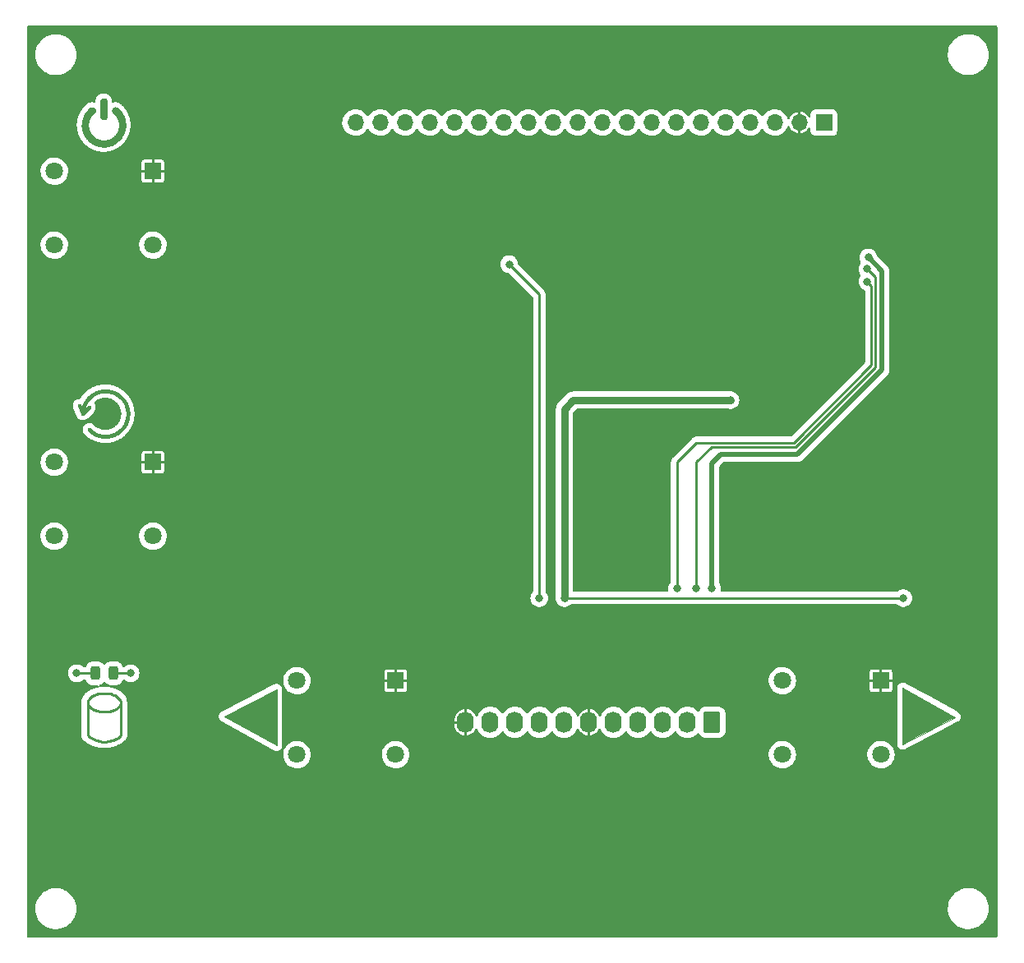
<source format=gbr>
%TF.GenerationSoftware,KiCad,Pcbnew,(5.99.0-8090-ga1d7a959f7)*%
%TF.CreationDate,2021-11-03T17:46:47+00:00*%
%TF.ProjectId,Front_Panel,46726f6e-745f-4506-916e-656c2e6b6963,rev?*%
%TF.SameCoordinates,Original*%
%TF.FileFunction,Copper,L1,Top*%
%TF.FilePolarity,Positive*%
%FSLAX46Y46*%
G04 Gerber Fmt 4.6, Leading zero omitted, Abs format (unit mm)*
G04 Created by KiCad (PCBNEW (5.99.0-8090-ga1d7a959f7)) date 2021-11-03 17:46:47*
%MOMM*%
%LPD*%
G01*
G04 APERTURE LIST*
G04 Aperture macros list*
%AMRoundRect*
0 Rectangle with rounded corners*
0 $1 Rounding radius*
0 $2 $3 $4 $5 $6 $7 $8 $9 X,Y pos of 4 corners*
0 Add a 4 corners polygon primitive as box body*
4,1,4,$2,$3,$4,$5,$6,$7,$8,$9,$2,$3,0*
0 Add four circle primitives for the rounded corners*
1,1,$1+$1,$2,$3,0*
1,1,$1+$1,$4,$5,0*
1,1,$1+$1,$6,$7,0*
1,1,$1+$1,$8,$9,0*
0 Add four rect primitives between the rounded corners*
20,1,$1+$1,$2,$3,$4,$5,0*
20,1,$1+$1,$4,$5,$6,$7,0*
20,1,$1+$1,$6,$7,$8,$9,0*
20,1,$1+$1,$8,$9,$2,$3,0*%
G04 Aperture macros list end*
%TA.AperFunction,NonConductor*%
%ADD10C,0.289407*%
%TD*%
%TA.AperFunction,NonConductor*%
%ADD11C,0.289388*%
%TD*%
%TA.AperFunction,NonConductor*%
%ADD12C,0.010206*%
%TD*%
%TA.AperFunction,NonConductor*%
%ADD13C,0.100000*%
%TD*%
%TA.AperFunction,NonConductor*%
%ADD14C,0.010416*%
%TD*%
%TA.AperFunction,ComponentPad*%
%ADD15R,1.800000X1.800000*%
%TD*%
%TA.AperFunction,ComponentPad*%
%ADD16C,1.800000*%
%TD*%
%TA.AperFunction,SMDPad,CuDef*%
%ADD17RoundRect,0.243750X-0.243750X-0.456250X0.243750X-0.456250X0.243750X0.456250X-0.243750X0.456250X0*%
%TD*%
%TA.AperFunction,ComponentPad*%
%ADD18R,1.700000X1.700000*%
%TD*%
%TA.AperFunction,ComponentPad*%
%ADD19O,1.700000X1.700000*%
%TD*%
%TA.AperFunction,ComponentPad*%
%ADD20RoundRect,0.250000X0.620000X0.845000X-0.620000X0.845000X-0.620000X-0.845000X0.620000X-0.845000X0*%
%TD*%
%TA.AperFunction,ComponentPad*%
%ADD21O,1.740000X2.190000*%
%TD*%
%TA.AperFunction,ViaPad*%
%ADD22C,0.800000*%
%TD*%
%TA.AperFunction,Conductor*%
%ADD23C,0.750000*%
%TD*%
%TA.AperFunction,Conductor*%
%ADD24C,0.250000*%
%TD*%
%TA.AperFunction,Conductor*%
%ADD25C,0.500000*%
%TD*%
G04 APERTURE END LIST*
D10*
X74980001Y-123800235D02*
X75153359Y-123805176D01*
X74320023Y-123875452D02*
X74397020Y-123858314D01*
D11*
X76405588Y-128371860D02*
X76261293Y-128457572D01*
D10*
X76385964Y-125292543D02*
X76338692Y-125330070D01*
D12*
X74918888Y-62500205D02*
X74901773Y-62500638D01*
X74901773Y-62500638D02*
X74884888Y-62501923D01*
X74884888Y-62501923D02*
X74868253Y-62504039D01*
X74868253Y-62504039D02*
X74851889Y-62506964D01*
X74851889Y-62506964D02*
X74835817Y-62510679D01*
X74835817Y-62510679D02*
X74820056Y-62515161D01*
X74820056Y-62515161D02*
X74804629Y-62520389D01*
X74804629Y-62520389D02*
X74789554Y-62526343D01*
X74789554Y-62526343D02*
X74774853Y-62533000D01*
X74774853Y-62533000D02*
X74760547Y-62540341D01*
X74760547Y-62540341D02*
X74746656Y-62548344D01*
X74746656Y-62548344D02*
X74733199Y-62556988D01*
X74733199Y-62556988D02*
X74720199Y-62566251D01*
X74720199Y-62566251D02*
X74707676Y-62576113D01*
X74707676Y-62576113D02*
X74695650Y-62586552D01*
X74695650Y-62586552D02*
X74684141Y-62597548D01*
X74684141Y-62597548D02*
X74673170Y-62609079D01*
X74673170Y-62609079D02*
X74662759Y-62621124D01*
X74662759Y-62621124D02*
X74652926Y-62633663D01*
X74652926Y-62633663D02*
X74643694Y-62646673D01*
X74643694Y-62646673D02*
X74635082Y-62660133D01*
X74635082Y-62660133D02*
X74627111Y-62674024D01*
X74627111Y-62674024D02*
X74619802Y-62688323D01*
X74619802Y-62688323D02*
X74613174Y-62703009D01*
X74613174Y-62703009D02*
X74607250Y-62718062D01*
X74607250Y-62718062D02*
X74602048Y-62733460D01*
X74602048Y-62733460D02*
X74597591Y-62749182D01*
X74597591Y-62749182D02*
X74593898Y-62765207D01*
X74593898Y-62765207D02*
X74590990Y-62781513D01*
X74590990Y-62781513D02*
X74588887Y-62798081D01*
X74588887Y-62798081D02*
X74587610Y-62814888D01*
X74587610Y-62814888D02*
X74587180Y-62831913D01*
X74587180Y-62831913D02*
X74587180Y-64359814D01*
X74587180Y-64359814D02*
X74587613Y-64376930D01*
X74587613Y-64376930D02*
X74588898Y-64393815D01*
X74588898Y-64393815D02*
X74591014Y-64410450D01*
X74591014Y-64410450D02*
X74593940Y-64426814D01*
X74593940Y-64426814D02*
X74597654Y-64442886D01*
X74597654Y-64442886D02*
X74602136Y-64458647D01*
X74602136Y-64458647D02*
X74607364Y-64474074D01*
X74607364Y-64474074D02*
X74613318Y-64489149D01*
X74613318Y-64489149D02*
X74619976Y-64503850D01*
X74619976Y-64503850D02*
X74627317Y-64518156D01*
X74627317Y-64518156D02*
X74635319Y-64532047D01*
X74635319Y-64532047D02*
X74643963Y-64545503D01*
X74643963Y-64545503D02*
X74653226Y-64558503D01*
X74653226Y-64558503D02*
X74663088Y-64571027D01*
X74663088Y-64571027D02*
X74673528Y-64583053D01*
X74673528Y-64583053D02*
X74684524Y-64594562D01*
X74684524Y-64594562D02*
X74696055Y-64605532D01*
X74696055Y-64605532D02*
X74708100Y-64615944D01*
X74708100Y-64615944D02*
X74720638Y-64625777D01*
X74720638Y-64625777D02*
X74733648Y-64635009D01*
X74733648Y-64635009D02*
X74747109Y-64643621D01*
X74747109Y-64643621D02*
X74760999Y-64651592D01*
X74760999Y-64651592D02*
X74775298Y-64658901D01*
X74775298Y-64658901D02*
X74789985Y-64665529D01*
X74789985Y-64665529D02*
X74805037Y-64671453D01*
X74805037Y-64671453D02*
X74820435Y-64676654D01*
X74820435Y-64676654D02*
X74836157Y-64681112D01*
X74836157Y-64681112D02*
X74852182Y-64684805D01*
X74852182Y-64684805D02*
X74868489Y-64687713D01*
X74868489Y-64687713D02*
X74885056Y-64689816D01*
X74885056Y-64689816D02*
X74901863Y-64691093D01*
X74901863Y-64691093D02*
X74918888Y-64691523D01*
X74918888Y-64691523D02*
X74935914Y-64691090D01*
X74935914Y-64691090D02*
X74952721Y-64689805D01*
X74952721Y-64689805D02*
X74969288Y-64687689D01*
X74969288Y-64687689D02*
X74985595Y-64684763D01*
X74985595Y-64684763D02*
X75001620Y-64681049D01*
X75001620Y-64681049D02*
X75017342Y-64676567D01*
X75017342Y-64676567D02*
X75032740Y-64671339D01*
X75032740Y-64671339D02*
X75047792Y-64665385D01*
X75047792Y-64665385D02*
X75062479Y-64658727D01*
X75062479Y-64658727D02*
X75076778Y-64651386D01*
X75076778Y-64651386D02*
X75090668Y-64643383D01*
X75090668Y-64643383D02*
X75104129Y-64634740D01*
X75104129Y-64634740D02*
X75117139Y-64625476D01*
X75117139Y-64625476D02*
X75129677Y-64615614D01*
X75129677Y-64615614D02*
X75141722Y-64605175D01*
X75141722Y-64605175D02*
X75153253Y-64594179D01*
X75153253Y-64594179D02*
X75164249Y-64582648D01*
X75164249Y-64582648D02*
X75174689Y-64570603D01*
X75174689Y-64570603D02*
X75184551Y-64558065D01*
X75184551Y-64558065D02*
X75193814Y-64545055D01*
X75193814Y-64545055D02*
X75202458Y-64531594D01*
X75202458Y-64531594D02*
X75210461Y-64517704D01*
X75210461Y-64517704D02*
X75217801Y-64503405D01*
X75217801Y-64503405D02*
X75224459Y-64488718D01*
X75224459Y-64488718D02*
X75230413Y-64473666D01*
X75230413Y-64473666D02*
X75235641Y-64458268D01*
X75235641Y-64458268D02*
X75240123Y-64442546D01*
X75240123Y-64442546D02*
X75243838Y-64426521D01*
X75243838Y-64426521D02*
X75246763Y-64410214D01*
X75246763Y-64410214D02*
X75248879Y-64393647D01*
X75248879Y-64393647D02*
X75250164Y-64376840D01*
X75250164Y-64376840D02*
X75250597Y-64359814D01*
X75250597Y-64359814D02*
X75250597Y-62831913D01*
X75250597Y-62831913D02*
X75250167Y-62814888D01*
X75250167Y-62814888D02*
X75248890Y-62798081D01*
X75248890Y-62798081D02*
X75246788Y-62781513D01*
X75246788Y-62781513D02*
X75243879Y-62765207D01*
X75243879Y-62765207D02*
X75240186Y-62749182D01*
X75240186Y-62749182D02*
X75235729Y-62733460D01*
X75235729Y-62733460D02*
X75230527Y-62718062D01*
X75230527Y-62718062D02*
X75224603Y-62703009D01*
X75224603Y-62703009D02*
X75217976Y-62688323D01*
X75217976Y-62688323D02*
X75210666Y-62674024D01*
X75210666Y-62674024D02*
X75202695Y-62660133D01*
X75202695Y-62660133D02*
X75194083Y-62646673D01*
X75194083Y-62646673D02*
X75184851Y-62633663D01*
X75184851Y-62633663D02*
X75175018Y-62621124D01*
X75175018Y-62621124D02*
X75164607Y-62609079D01*
X75164607Y-62609079D02*
X75153636Y-62597548D01*
X75153636Y-62597548D02*
X75142128Y-62586552D01*
X75142128Y-62586552D02*
X75130101Y-62576113D01*
X75130101Y-62576113D02*
X75117578Y-62566251D01*
X75117578Y-62566251D02*
X75104578Y-62556988D01*
X75104578Y-62556988D02*
X75091122Y-62548344D01*
X75091122Y-62548344D02*
X75077230Y-62540341D01*
X75077230Y-62540341D02*
X75062924Y-62533000D01*
X75062924Y-62533000D02*
X75048223Y-62526343D01*
X75048223Y-62526343D02*
X75033148Y-62520389D01*
X75033148Y-62520389D02*
X75017721Y-62515161D01*
X75017721Y-62515161D02*
X75001960Y-62510679D01*
X75001960Y-62510679D02*
X74985888Y-62506964D01*
X74985888Y-62506964D02*
X74969524Y-62504039D01*
X74969524Y-62504039D02*
X74952889Y-62501923D01*
X74952889Y-62501923D02*
X74936004Y-62500638D01*
X74936004Y-62500638D02*
X74918888Y-62500205D01*
X74918888Y-62500205D02*
X74918888Y-62500205D01*
G36*
X74936004Y-62500638D02*
G01*
X74952889Y-62501923D01*
X74969524Y-62504039D01*
X74985888Y-62506964D01*
X75001960Y-62510679D01*
X75017721Y-62515161D01*
X75033148Y-62520389D01*
X75048223Y-62526343D01*
X75062924Y-62533000D01*
X75077230Y-62540341D01*
X75091122Y-62548344D01*
X75104578Y-62556988D01*
X75117578Y-62566251D01*
X75130101Y-62576113D01*
X75142128Y-62586552D01*
X75153636Y-62597548D01*
X75164607Y-62609079D01*
X75175018Y-62621124D01*
X75184851Y-62633663D01*
X75194083Y-62646673D01*
X75202695Y-62660133D01*
X75210666Y-62674024D01*
X75217976Y-62688323D01*
X75224603Y-62703009D01*
X75230527Y-62718062D01*
X75235729Y-62733460D01*
X75240186Y-62749182D01*
X75243879Y-62765207D01*
X75246788Y-62781513D01*
X75248890Y-62798081D01*
X75250167Y-62814888D01*
X75250597Y-62831913D01*
X75250597Y-64359814D01*
X75250164Y-64376840D01*
X75248879Y-64393647D01*
X75246763Y-64410214D01*
X75243838Y-64426521D01*
X75240123Y-64442546D01*
X75235641Y-64458268D01*
X75230413Y-64473666D01*
X75224459Y-64488718D01*
X75217801Y-64503405D01*
X75210461Y-64517704D01*
X75202458Y-64531594D01*
X75193814Y-64545055D01*
X75184551Y-64558065D01*
X75174689Y-64570603D01*
X75164249Y-64582648D01*
X75153253Y-64594179D01*
X75141722Y-64605175D01*
X75129677Y-64615614D01*
X75117139Y-64625476D01*
X75104129Y-64634740D01*
X75090668Y-64643383D01*
X75076778Y-64651386D01*
X75062479Y-64658727D01*
X75047792Y-64665385D01*
X75032740Y-64671339D01*
X75017342Y-64676567D01*
X75001620Y-64681049D01*
X74985595Y-64684763D01*
X74969288Y-64687689D01*
X74952721Y-64689805D01*
X74935914Y-64691090D01*
X74918888Y-64691523D01*
X74901863Y-64691093D01*
X74885056Y-64689816D01*
X74868489Y-64687713D01*
X74852182Y-64684805D01*
X74836157Y-64681112D01*
X74820435Y-64676654D01*
X74805037Y-64671453D01*
X74789985Y-64665529D01*
X74775298Y-64658901D01*
X74760999Y-64651592D01*
X74747109Y-64643621D01*
X74733648Y-64635009D01*
X74720638Y-64625777D01*
X74708100Y-64615944D01*
X74696055Y-64605532D01*
X74684524Y-64594562D01*
X74673528Y-64583053D01*
X74663088Y-64571027D01*
X74653226Y-64558503D01*
X74643963Y-64545503D01*
X74635319Y-64532047D01*
X74627317Y-64518156D01*
X74619976Y-64503850D01*
X74613318Y-64489149D01*
X74607364Y-64474074D01*
X74602136Y-64458647D01*
X74597654Y-64442886D01*
X74593940Y-64426814D01*
X74591014Y-64410450D01*
X74588898Y-64393815D01*
X74587613Y-64376930D01*
X74587180Y-64359814D01*
X74587180Y-62831913D01*
X74587610Y-62814888D01*
X74588887Y-62798081D01*
X74590990Y-62781513D01*
X74593898Y-62765207D01*
X74597591Y-62749182D01*
X74602048Y-62733460D01*
X74607250Y-62718062D01*
X74613174Y-62703009D01*
X74619802Y-62688323D01*
X74627111Y-62674024D01*
X74635082Y-62660133D01*
X74643694Y-62646673D01*
X74652926Y-62633663D01*
X74662759Y-62621124D01*
X74673170Y-62609079D01*
X74684141Y-62597548D01*
X74695650Y-62586552D01*
X74707676Y-62576113D01*
X74720199Y-62566251D01*
X74733199Y-62556988D01*
X74746656Y-62548344D01*
X74760547Y-62540341D01*
X74774853Y-62533000D01*
X74789554Y-62526343D01*
X74804629Y-62520389D01*
X74820056Y-62515161D01*
X74835817Y-62510679D01*
X74851889Y-62506964D01*
X74868253Y-62504039D01*
X74884888Y-62501923D01*
X74901773Y-62500638D01*
X74918888Y-62500205D01*
X74936004Y-62500638D01*
G37*
X74936004Y-62500638D02*
X74952889Y-62501923D01*
X74969524Y-62504039D01*
X74985888Y-62506964D01*
X75001960Y-62510679D01*
X75017721Y-62515161D01*
X75033148Y-62520389D01*
X75048223Y-62526343D01*
X75062924Y-62533000D01*
X75077230Y-62540341D01*
X75091122Y-62548344D01*
X75104578Y-62556988D01*
X75117578Y-62566251D01*
X75130101Y-62576113D01*
X75142128Y-62586552D01*
X75153636Y-62597548D01*
X75164607Y-62609079D01*
X75175018Y-62621124D01*
X75184851Y-62633663D01*
X75194083Y-62646673D01*
X75202695Y-62660133D01*
X75210666Y-62674024D01*
X75217976Y-62688323D01*
X75224603Y-62703009D01*
X75230527Y-62718062D01*
X75235729Y-62733460D01*
X75240186Y-62749182D01*
X75243879Y-62765207D01*
X75246788Y-62781513D01*
X75248890Y-62798081D01*
X75250167Y-62814888D01*
X75250597Y-62831913D01*
X75250597Y-64359814D01*
X75250164Y-64376840D01*
X75248879Y-64393647D01*
X75246763Y-64410214D01*
X75243838Y-64426521D01*
X75240123Y-64442546D01*
X75235641Y-64458268D01*
X75230413Y-64473666D01*
X75224459Y-64488718D01*
X75217801Y-64503405D01*
X75210461Y-64517704D01*
X75202458Y-64531594D01*
X75193814Y-64545055D01*
X75184551Y-64558065D01*
X75174689Y-64570603D01*
X75164249Y-64582648D01*
X75153253Y-64594179D01*
X75141722Y-64605175D01*
X75129677Y-64615614D01*
X75117139Y-64625476D01*
X75104129Y-64634740D01*
X75090668Y-64643383D01*
X75076778Y-64651386D01*
X75062479Y-64658727D01*
X75047792Y-64665385D01*
X75032740Y-64671339D01*
X75017342Y-64676567D01*
X75001620Y-64681049D01*
X74985595Y-64684763D01*
X74969288Y-64687689D01*
X74952721Y-64689805D01*
X74935914Y-64691090D01*
X74918888Y-64691523D01*
X74901863Y-64691093D01*
X74885056Y-64689816D01*
X74868489Y-64687713D01*
X74852182Y-64684805D01*
X74836157Y-64681112D01*
X74820435Y-64676654D01*
X74805037Y-64671453D01*
X74789985Y-64665529D01*
X74775298Y-64658901D01*
X74760999Y-64651592D01*
X74747109Y-64643621D01*
X74733648Y-64635009D01*
X74720638Y-64625777D01*
X74708100Y-64615944D01*
X74696055Y-64605532D01*
X74684524Y-64594562D01*
X74673528Y-64583053D01*
X74663088Y-64571027D01*
X74653226Y-64558503D01*
X74643963Y-64545503D01*
X74635319Y-64532047D01*
X74627317Y-64518156D01*
X74619976Y-64503850D01*
X74613318Y-64489149D01*
X74607364Y-64474074D01*
X74602136Y-64458647D01*
X74597654Y-64442886D01*
X74593940Y-64426814D01*
X74591014Y-64410450D01*
X74588898Y-64393815D01*
X74587613Y-64376930D01*
X74587180Y-64359814D01*
X74587180Y-62831913D01*
X74587610Y-62814888D01*
X74588887Y-62798081D01*
X74590990Y-62781513D01*
X74593898Y-62765207D01*
X74597591Y-62749182D01*
X74602048Y-62733460D01*
X74607250Y-62718062D01*
X74613174Y-62703009D01*
X74619802Y-62688323D01*
X74627111Y-62674024D01*
X74635082Y-62660133D01*
X74643694Y-62646673D01*
X74652926Y-62633663D01*
X74662759Y-62621124D01*
X74673170Y-62609079D01*
X74684141Y-62597548D01*
X74695650Y-62586552D01*
X74707676Y-62576113D01*
X74720199Y-62566251D01*
X74733199Y-62556988D01*
X74746656Y-62548344D01*
X74760547Y-62540341D01*
X74774853Y-62533000D01*
X74789554Y-62526343D01*
X74804629Y-62520389D01*
X74820056Y-62515161D01*
X74835817Y-62510679D01*
X74851889Y-62506964D01*
X74868253Y-62504039D01*
X74884888Y-62501923D01*
X74901773Y-62500638D01*
X74918888Y-62500205D01*
X74936004Y-62500638D01*
D10*
X76675534Y-124757388D02*
X76673328Y-124806643D01*
D11*
X73627123Y-128405938D02*
X73456802Y-128297637D01*
D10*
X76470892Y-125213626D02*
X76430066Y-125253709D01*
D11*
X74123724Y-128644098D02*
X73960810Y-128578395D01*
X74283716Y-128697152D02*
X74123724Y-128644098D01*
X74743894Y-128788156D02*
X74594028Y-128768406D01*
D10*
X73304003Y-124903154D02*
X73293221Y-124855252D01*
D11*
X73456802Y-128297637D02*
X73284467Y-128173587D01*
D10*
X76572650Y-124428285D02*
X76599306Y-124472758D01*
X76338692Y-125330070D02*
X76288357Y-125366228D01*
X76666781Y-124855252D02*
X76655998Y-124903154D01*
X76235065Y-125400958D02*
X76178924Y-125434199D01*
X73621310Y-124184706D02*
X73671645Y-124148548D01*
X76641087Y-124564487D02*
X76655998Y-124611622D01*
X74171809Y-123915757D02*
X74244917Y-123894620D01*
X74638292Y-123819681D02*
X74721788Y-123811263D01*
X73901484Y-125495976D02*
X73781078Y-125434199D01*
X74032012Y-123963700D02*
X74100805Y-123938804D01*
X73337847Y-124996597D02*
X73318914Y-124950289D01*
X75859196Y-125575972D02*
X75788192Y-125599019D01*
X73671645Y-124148548D02*
X73724936Y-124113818D01*
D13*
X157250000Y-123250000D02*
X162650000Y-126249998D01*
X162650000Y-126249998D02*
X157250000Y-129050000D01*
X157250000Y-129050000D02*
X157250000Y-123250000D01*
G36*
X162650000Y-126249998D02*
G01*
X157250000Y-129050000D01*
X157250000Y-123250000D01*
X162650000Y-126249998D01*
G37*
X162650000Y-126249998D02*
X157250000Y-129050000D01*
X157250000Y-123250000D01*
X162650000Y-126249998D01*
D10*
X73839962Y-124048884D02*
X73901484Y-124018801D01*
X74556261Y-123830368D02*
X74638292Y-123819681D01*
D11*
X75431269Y-128759112D02*
X75302811Y-128779379D01*
D10*
X76675534Y-124757388D02*
X76675534Y-124757388D01*
X74032012Y-125551076D02*
X73901484Y-125495976D01*
X74171809Y-125599019D02*
X74032012Y-125551076D01*
X74320023Y-125639324D02*
X74171809Y-125599019D01*
X75715084Y-125620156D02*
X75639979Y-125639324D01*
X75067252Y-125713296D02*
X74980001Y-125714541D01*
X75994465Y-125524390D02*
X75927989Y-125551076D01*
D11*
X76261293Y-128457572D02*
X76178870Y-128501590D01*
D10*
X75153359Y-125709600D02*
X75067252Y-125713296D01*
X75238214Y-125703513D02*
X75153359Y-125709600D01*
X76120039Y-125465892D02*
X76058517Y-125495976D01*
X73781078Y-125434199D02*
X73671645Y-125366228D01*
D11*
X74440559Y-128738330D02*
X74283716Y-128697152D01*
D10*
X75484200Y-125671510D02*
X75403741Y-125684408D01*
X75484200Y-123843266D02*
X75639979Y-123875452D01*
X75927989Y-123963700D02*
X76058517Y-124018801D01*
D12*
X72678579Y-65465170D02*
X72669575Y-65317776D01*
X72669575Y-65317776D02*
X72669934Y-65172403D01*
X72669934Y-65172403D02*
X72679380Y-65029323D01*
X72679380Y-65029323D02*
X72697637Y-64888810D01*
X72697637Y-64888810D02*
X72724427Y-64751138D01*
X72724427Y-64751138D02*
X72759475Y-64616580D01*
X72759475Y-64616580D02*
X72802504Y-64485409D01*
X72802504Y-64485409D02*
X72853237Y-64357901D01*
X72853237Y-64357901D02*
X72911397Y-64234327D01*
X72911397Y-64234327D02*
X72976708Y-64114962D01*
X72976708Y-64114962D02*
X73048894Y-64000079D01*
X73048894Y-64000079D02*
X73127678Y-63889952D01*
X73127678Y-63889952D02*
X73212782Y-63784855D01*
X73212782Y-63784855D02*
X73303932Y-63685060D01*
X73303932Y-63685060D02*
X73400849Y-63590843D01*
X73400849Y-63590843D02*
X73503258Y-63502475D01*
X73503258Y-63502475D02*
X73524038Y-63486786D01*
X73524038Y-63486786D02*
X73545373Y-63472991D01*
X73545373Y-63472991D02*
X73567182Y-63461054D01*
X73567182Y-63461054D02*
X73589387Y-63450939D01*
X73589387Y-63450939D02*
X73611906Y-63442607D01*
X73611906Y-63442607D02*
X73634662Y-63436024D01*
X73634662Y-63436024D02*
X73657574Y-63431151D01*
X73657574Y-63431151D02*
X73680563Y-63427952D01*
X73680563Y-63427952D02*
X73703548Y-63426390D01*
X73703548Y-63426390D02*
X73726451Y-63426429D01*
X73726451Y-63426429D02*
X73749192Y-63428031D01*
X73749192Y-63428031D02*
X73771691Y-63431160D01*
X73771691Y-63431160D02*
X73793868Y-63435778D01*
X73793868Y-63435778D02*
X73815645Y-63441850D01*
X73815645Y-63441850D02*
X73836941Y-63449338D01*
X73836941Y-63449338D02*
X73857676Y-63458205D01*
X73857676Y-63458205D02*
X73877772Y-63468414D01*
X73877772Y-63468414D02*
X73897148Y-63479930D01*
X73897148Y-63479930D02*
X73915725Y-63492714D01*
X73915725Y-63492714D02*
X73933423Y-63506731D01*
X73933423Y-63506731D02*
X73950163Y-63521943D01*
X73950163Y-63521943D02*
X73965865Y-63538313D01*
X73965865Y-63538313D02*
X73980449Y-63555806D01*
X73980449Y-63555806D02*
X73993836Y-63574382D01*
X73993836Y-63574382D02*
X74005946Y-63594008D01*
X74005946Y-63594008D02*
X74016700Y-63614644D01*
X74016700Y-63614644D02*
X74026018Y-63636254D01*
X74026018Y-63636254D02*
X74033821Y-63658803D01*
X74033821Y-63658803D02*
X74040028Y-63682252D01*
X74040028Y-63682252D02*
X74044560Y-63706565D01*
X74044560Y-63706565D02*
X74047337Y-63731705D01*
X74047337Y-63731705D02*
X74048281Y-63757636D01*
X74048281Y-63757636D02*
X74047711Y-63776863D01*
X74047711Y-63776863D02*
X74046020Y-63795866D01*
X74046020Y-63795866D02*
X74043235Y-63814612D01*
X74043235Y-63814612D02*
X74039382Y-63833067D01*
X74039382Y-63833067D02*
X74034489Y-63851200D01*
X74034489Y-63851200D02*
X74028582Y-63868977D01*
X74028582Y-63868977D02*
X74021688Y-63886366D01*
X74021688Y-63886366D02*
X74013834Y-63903332D01*
X74013834Y-63903332D02*
X74005048Y-63919844D01*
X74005048Y-63919844D02*
X73995355Y-63935869D01*
X73995355Y-63935869D02*
X73984783Y-63951374D01*
X73984783Y-63951374D02*
X73973359Y-63966325D01*
X73973359Y-63966325D02*
X73961110Y-63980690D01*
X73961110Y-63980690D02*
X73948063Y-63994436D01*
X73948063Y-63994436D02*
X73934244Y-64007531D01*
X73934244Y-64007531D02*
X73919680Y-64019941D01*
X73919680Y-64019941D02*
X73847125Y-64082761D01*
X73847125Y-64082761D02*
X73778481Y-64149763D01*
X73778481Y-64149763D02*
X73713951Y-64220752D01*
X73713951Y-64220752D02*
X73653739Y-64295530D01*
X73653739Y-64295530D02*
X73598048Y-64373902D01*
X73598048Y-64373902D02*
X73547082Y-64455673D01*
X73547082Y-64455673D02*
X73501043Y-64540646D01*
X73501043Y-64540646D02*
X73460136Y-64628626D01*
X73460136Y-64628626D02*
X73424563Y-64719417D01*
X73424563Y-64719417D02*
X73394528Y-64812822D01*
X73394528Y-64812822D02*
X73370234Y-64908646D01*
X73370234Y-64908646D02*
X73351884Y-65006694D01*
X73351884Y-65006694D02*
X73339682Y-65106769D01*
X73339682Y-65106769D02*
X73333831Y-65208675D01*
X73333831Y-65208675D02*
X73334535Y-65312218D01*
X73334535Y-65312218D02*
X73337408Y-65364541D01*
X73337408Y-65364541D02*
X73341997Y-65417199D01*
X73341997Y-65417199D02*
X73350567Y-65485576D01*
X73350567Y-65485576D02*
X73362073Y-65553065D01*
X73362073Y-65553065D02*
X73376446Y-65619598D01*
X73376446Y-65619598D02*
X73393619Y-65685108D01*
X73393619Y-65685108D02*
X73413525Y-65749525D01*
X73413525Y-65749525D02*
X73436097Y-65812782D01*
X73436097Y-65812782D02*
X73461267Y-65874810D01*
X73461267Y-65874810D02*
X73488969Y-65935542D01*
X73488969Y-65935542D02*
X73519135Y-65994908D01*
X73519135Y-65994908D02*
X73551697Y-66052842D01*
X73551697Y-66052842D02*
X73586588Y-66109274D01*
X73586588Y-66109274D02*
X73623742Y-66164136D01*
X73623742Y-66164136D02*
X73663090Y-66217360D01*
X73663090Y-66217360D02*
X73704566Y-66268879D01*
X73704566Y-66268879D02*
X73748102Y-66318623D01*
X73748102Y-66318623D02*
X73793631Y-66366524D01*
X73793631Y-66366524D02*
X73841085Y-66412515D01*
X73841085Y-66412515D02*
X73890398Y-66456527D01*
X73890398Y-66456527D02*
X73941502Y-66498491D01*
X73941502Y-66498491D02*
X73994330Y-66538341D01*
X73994330Y-66538341D02*
X74048815Y-66576007D01*
X74048815Y-66576007D02*
X74104889Y-66611421D01*
X74104889Y-66611421D02*
X74162484Y-66644515D01*
X74162484Y-66644515D02*
X74221535Y-66675221D01*
X74221535Y-66675221D02*
X74281973Y-66703470D01*
X74281973Y-66703470D02*
X74343731Y-66729195D01*
X74343731Y-66729195D02*
X74406742Y-66752327D01*
X74406742Y-66752327D02*
X74470938Y-66772798D01*
X74470938Y-66772798D02*
X74536253Y-66790539D01*
X74536253Y-66790539D02*
X74602619Y-66805483D01*
X74602619Y-66805483D02*
X74669969Y-66817562D01*
X74669969Y-66817562D02*
X74738235Y-66826706D01*
X74738235Y-66826706D02*
X74827450Y-66834265D01*
X74827450Y-66834265D02*
X74915699Y-66836929D01*
X74915699Y-66836929D02*
X75002861Y-66834821D01*
X75002861Y-66834821D02*
X75088812Y-66828064D01*
X75088812Y-66828064D02*
X75173430Y-66816780D01*
X75173430Y-66816780D02*
X75256592Y-66801093D01*
X75256592Y-66801093D02*
X75338177Y-66781125D01*
X75338177Y-66781125D02*
X75418062Y-66757000D01*
X75418062Y-66757000D02*
X75496125Y-66728839D01*
X75496125Y-66728839D02*
X75572242Y-66696765D01*
X75572242Y-66696765D02*
X75646293Y-66660902D01*
X75646293Y-66660902D02*
X75718153Y-66621372D01*
X75718153Y-66621372D02*
X75787701Y-66578298D01*
X75787701Y-66578298D02*
X75854815Y-66531802D01*
X75854815Y-66531802D02*
X75919372Y-66482008D01*
X75919372Y-66482008D02*
X75981249Y-66429039D01*
X75981249Y-66429039D02*
X76040325Y-66373016D01*
X76040325Y-66373016D02*
X76096477Y-66314063D01*
X76096477Y-66314063D02*
X76149582Y-66252303D01*
X76149582Y-66252303D02*
X76199517Y-66187858D01*
X76199517Y-66187858D02*
X76246162Y-66120851D01*
X76246162Y-66120851D02*
X76289393Y-66051406D01*
X76289393Y-66051406D02*
X76329087Y-65979644D01*
X76329087Y-65979644D02*
X76365123Y-65905688D01*
X76365123Y-65905688D02*
X76397377Y-65829662D01*
X76397377Y-65829662D02*
X76425729Y-65751688D01*
X76425729Y-65751688D02*
X76450054Y-65671889D01*
X76450054Y-65671889D02*
X76470231Y-65590388D01*
X76470231Y-65590388D02*
X76486137Y-65507307D01*
X76486137Y-65507307D02*
X76497650Y-65422769D01*
X76497650Y-65422769D02*
X76504648Y-65336897D01*
X76504648Y-65336897D02*
X76507008Y-65249814D01*
X76507008Y-65249814D02*
X76504341Y-65157443D01*
X76504341Y-65157443D02*
X76496441Y-65066439D01*
X76496441Y-65066439D02*
X76483454Y-64976952D01*
X76483454Y-64976952D02*
X76465528Y-64889129D01*
X76465528Y-64889129D02*
X76442813Y-64803118D01*
X76442813Y-64803118D02*
X76415455Y-64719066D01*
X76415455Y-64719066D02*
X76383603Y-64637123D01*
X76383603Y-64637123D02*
X76347405Y-64557436D01*
X76347405Y-64557436D02*
X76307009Y-64480153D01*
X76307009Y-64480153D02*
X76262562Y-64405422D01*
X76262562Y-64405422D02*
X76214213Y-64333391D01*
X76214213Y-64333391D02*
X76162111Y-64264209D01*
X76162111Y-64264209D02*
X76106402Y-64198022D01*
X76106402Y-64198022D02*
X76047235Y-64134980D01*
X76047235Y-64134980D02*
X75984757Y-64075230D01*
X75984757Y-64075230D02*
X75919118Y-64018920D01*
X75919118Y-64018920D02*
X75904566Y-64006510D01*
X75904566Y-64006510D02*
X75890779Y-63993418D01*
X75890779Y-63993418D02*
X75877782Y-63979676D01*
X75877782Y-63979676D02*
X75865598Y-63965320D01*
X75865598Y-63965320D02*
X75854252Y-63950384D01*
X75854252Y-63950384D02*
X75843766Y-63934902D01*
X75843766Y-63934902D02*
X75834166Y-63918909D01*
X75834166Y-63918909D02*
X75825474Y-63902439D01*
X75825474Y-63902439D02*
X75817716Y-63885526D01*
X75817716Y-63885526D02*
X75810914Y-63868206D01*
X75810914Y-63868206D02*
X75805093Y-63850511D01*
X75805093Y-63850511D02*
X75800277Y-63832477D01*
X75800277Y-63832477D02*
X75796490Y-63814138D01*
X75796490Y-63814138D02*
X75793755Y-63795529D01*
X75793755Y-63795529D02*
X75792096Y-63776683D01*
X75792096Y-63776683D02*
X75791538Y-63757636D01*
X75791538Y-63757636D02*
X75792467Y-63731968D01*
X75792467Y-63731968D02*
X75795201Y-63707045D01*
X75795201Y-63707045D02*
X75799663Y-63682905D01*
X75799663Y-63682905D02*
X75805775Y-63659586D01*
X75805775Y-63659586D02*
X75813458Y-63637127D01*
X75813458Y-63637127D02*
X75822634Y-63615565D01*
X75822634Y-63615565D02*
X75833225Y-63594941D01*
X75833225Y-63594941D02*
X75845153Y-63575291D01*
X75845153Y-63575291D02*
X75858341Y-63556656D01*
X75858341Y-63556656D02*
X75872708Y-63539072D01*
X75872708Y-63539072D02*
X75888179Y-63522579D01*
X75888179Y-63522579D02*
X75904674Y-63507215D01*
X75904674Y-63507215D02*
X75922115Y-63493019D01*
X75922115Y-63493019D02*
X75940425Y-63480029D01*
X75940425Y-63480029D02*
X75959524Y-63468284D01*
X75959524Y-63468284D02*
X75979336Y-63457822D01*
X75979336Y-63457822D02*
X75999782Y-63448681D01*
X75999782Y-63448681D02*
X76020783Y-63440901D01*
X76020783Y-63440901D02*
X76042262Y-63434519D01*
X76042262Y-63434519D02*
X76064141Y-63429575D01*
X76064141Y-63429575D02*
X76086341Y-63426106D01*
X76086341Y-63426106D02*
X76108785Y-63424151D01*
X76108785Y-63424151D02*
X76131393Y-63423749D01*
X76131393Y-63423749D02*
X76154089Y-63424938D01*
X76154089Y-63424938D02*
X76176794Y-63427757D01*
X76176794Y-63427757D02*
X76199430Y-63432244D01*
X76199430Y-63432244D02*
X76221918Y-63438437D01*
X76221918Y-63438437D02*
X76244181Y-63446376D01*
X76244181Y-63446376D02*
X76266140Y-63456098D01*
X76266140Y-63456098D02*
X76287718Y-63467642D01*
X76287718Y-63467642D02*
X76308836Y-63481047D01*
X76308836Y-63481047D02*
X76329416Y-63496351D01*
X76329416Y-63496351D02*
X76423296Y-63576381D01*
X76423296Y-63576381D02*
X76512658Y-63661322D01*
X76512658Y-63661322D02*
X76597289Y-63750967D01*
X76597289Y-63750967D02*
X76676977Y-63845108D01*
X76676977Y-63845108D02*
X76751510Y-63943536D01*
X76751510Y-63943536D02*
X76820676Y-64046045D01*
X76820676Y-64046045D02*
X76884263Y-64152425D01*
X76884263Y-64152425D02*
X76942057Y-64262471D01*
X76942057Y-64262471D02*
X76993847Y-64375972D01*
X76993847Y-64375972D02*
X77039421Y-64492723D01*
X77039421Y-64492723D02*
X77078565Y-64612515D01*
X77078565Y-64612515D02*
X77111069Y-64735139D01*
X77111069Y-64735139D02*
X77136719Y-64860390D01*
X77136719Y-64860390D02*
X77155303Y-64988057D01*
X77155303Y-64988057D02*
X77166610Y-65117935D01*
X77166610Y-65117935D02*
X77170426Y-65249814D01*
X77170426Y-65249814D02*
X77167229Y-65370476D01*
X77167229Y-65370476D02*
X77157748Y-65489504D01*
X77157748Y-65489504D02*
X77142144Y-65606736D01*
X77142144Y-65606736D02*
X77120580Y-65722009D01*
X77120580Y-65722009D02*
X77093216Y-65835160D01*
X77093216Y-65835160D02*
X77060216Y-65946027D01*
X77060216Y-65946027D02*
X77021742Y-66054448D01*
X77021742Y-66054448D02*
X76977955Y-66160259D01*
X76977955Y-66160259D02*
X76929017Y-66263298D01*
X76929017Y-66263298D02*
X76875091Y-66363403D01*
X76875091Y-66363403D02*
X76816338Y-66460411D01*
X76816338Y-66460411D02*
X76752921Y-66554159D01*
X76752921Y-66554159D02*
X76685002Y-66644485D01*
X76685002Y-66644485D02*
X76612742Y-66731226D01*
X76612742Y-66731226D02*
X76536303Y-66814219D01*
X76536303Y-66814219D02*
X76455848Y-66893303D01*
X76455848Y-66893303D02*
X76371539Y-66968314D01*
X76371539Y-66968314D02*
X76283538Y-67039090D01*
X76283538Y-67039090D02*
X76192007Y-67105468D01*
X76192007Y-67105468D02*
X76097107Y-67167286D01*
X76097107Y-67167286D02*
X75999001Y-67224380D01*
X75999001Y-67224380D02*
X75897851Y-67276589D01*
X75897851Y-67276589D02*
X75793818Y-67323750D01*
X75793818Y-67323750D02*
X75687066Y-67365701D01*
X75687066Y-67365701D02*
X75577755Y-67402278D01*
X75577755Y-67402278D02*
X75466049Y-67433319D01*
X75466049Y-67433319D02*
X75352108Y-67458661D01*
X75352108Y-67458661D02*
X75236095Y-67478143D01*
X75236095Y-67478143D02*
X75118173Y-67491601D01*
X75118173Y-67491601D02*
X74998502Y-67498872D01*
X74998502Y-67498872D02*
X74877246Y-67499795D01*
X74877246Y-67499795D02*
X74754566Y-67494206D01*
X74754566Y-67494206D02*
X74653172Y-67484733D01*
X74653172Y-67484733D02*
X74553064Y-67470735D01*
X74553064Y-67470735D02*
X74454348Y-67452317D01*
X74454348Y-67452317D02*
X74357131Y-67429585D01*
X74357131Y-67429585D02*
X74261521Y-67402641D01*
X74261521Y-67402641D02*
X74167624Y-67371591D01*
X74167624Y-67371591D02*
X74075548Y-67336538D01*
X74075548Y-67336538D02*
X73985400Y-67297589D01*
X73985400Y-67297589D02*
X73897287Y-67254846D01*
X73897287Y-67254846D02*
X73811315Y-67208415D01*
X73811315Y-67208415D02*
X73727593Y-67158400D01*
X73727593Y-67158400D02*
X73646226Y-67104905D01*
X73646226Y-67104905D02*
X73567323Y-67048035D01*
X73567323Y-67048035D02*
X73490990Y-66987894D01*
X73490990Y-66987894D02*
X73417334Y-66924587D01*
X73417334Y-66924587D02*
X73346462Y-66858219D01*
X73346462Y-66858219D02*
X73278482Y-66788893D01*
X73278482Y-66788893D02*
X73213501Y-66716714D01*
X73213501Y-66716714D02*
X73151625Y-66641787D01*
X73151625Y-66641787D02*
X73092962Y-66564216D01*
X73092962Y-66564216D02*
X73037619Y-66484106D01*
X73037619Y-66484106D02*
X72985703Y-66401560D01*
X72985703Y-66401560D02*
X72937321Y-66316685D01*
X72937321Y-66316685D02*
X72892580Y-66229583D01*
X72892580Y-66229583D02*
X72851587Y-66140360D01*
X72851587Y-66140360D02*
X72814449Y-66049119D01*
X72814449Y-66049119D02*
X72781273Y-65955967D01*
X72781273Y-65955967D02*
X72752168Y-65861006D01*
X72752168Y-65861006D02*
X72727238Y-65764341D01*
X72727238Y-65764341D02*
X72706592Y-65666077D01*
X72706592Y-65666077D02*
X72690337Y-65566319D01*
X72690337Y-65566319D02*
X72678580Y-65465170D01*
X72678580Y-65465170D02*
X72678579Y-65465170D01*
X72678579Y-65465170D02*
X72678579Y-65465170D01*
G36*
X76154089Y-63424938D02*
G01*
X76176794Y-63427757D01*
X76199430Y-63432244D01*
X76221918Y-63438437D01*
X76244181Y-63446376D01*
X76266140Y-63456098D01*
X76287718Y-63467642D01*
X76308836Y-63481047D01*
X76329416Y-63496351D01*
X76423296Y-63576381D01*
X76512658Y-63661322D01*
X76597289Y-63750967D01*
X76676977Y-63845108D01*
X76751510Y-63943536D01*
X76820676Y-64046045D01*
X76884263Y-64152425D01*
X76942057Y-64262471D01*
X76993847Y-64375972D01*
X77039421Y-64492723D01*
X77078565Y-64612515D01*
X77111069Y-64735139D01*
X77136719Y-64860390D01*
X77155303Y-64988057D01*
X77166610Y-65117935D01*
X77170426Y-65249814D01*
X77167229Y-65370476D01*
X77157748Y-65489504D01*
X77142144Y-65606736D01*
X77120580Y-65722009D01*
X77093216Y-65835160D01*
X77060216Y-65946027D01*
X77021742Y-66054448D01*
X76977955Y-66160259D01*
X76929017Y-66263298D01*
X76875091Y-66363403D01*
X76816338Y-66460411D01*
X76752921Y-66554159D01*
X76685002Y-66644485D01*
X76612742Y-66731226D01*
X76536303Y-66814219D01*
X76455848Y-66893303D01*
X76371539Y-66968314D01*
X76283538Y-67039090D01*
X76192007Y-67105468D01*
X76097107Y-67167286D01*
X75999001Y-67224380D01*
X75897851Y-67276589D01*
X75793818Y-67323750D01*
X75687066Y-67365701D01*
X75577755Y-67402278D01*
X75466049Y-67433319D01*
X75352108Y-67458661D01*
X75236095Y-67478143D01*
X75118173Y-67491601D01*
X74998502Y-67498872D01*
X74877246Y-67499795D01*
X74754566Y-67494206D01*
X74653172Y-67484733D01*
X74553064Y-67470735D01*
X74454348Y-67452317D01*
X74357131Y-67429585D01*
X74261521Y-67402641D01*
X74167624Y-67371591D01*
X74075548Y-67336538D01*
X73985400Y-67297589D01*
X73897287Y-67254846D01*
X73811315Y-67208415D01*
X73727593Y-67158400D01*
X73646226Y-67104905D01*
X73567323Y-67048035D01*
X73490990Y-66987894D01*
X73417334Y-66924587D01*
X73346462Y-66858219D01*
X73278482Y-66788893D01*
X73213501Y-66716714D01*
X73151625Y-66641787D01*
X73092962Y-66564216D01*
X73037619Y-66484106D01*
X72985703Y-66401560D01*
X72937321Y-66316685D01*
X72892580Y-66229583D01*
X72851587Y-66140360D01*
X72814449Y-66049119D01*
X72781273Y-65955967D01*
X72752168Y-65861006D01*
X72727238Y-65764341D01*
X72706592Y-65666077D01*
X72690337Y-65566319D01*
X72678580Y-65465170D01*
X72678579Y-65465170D01*
X72669575Y-65317776D01*
X72669934Y-65172403D01*
X72679380Y-65029323D01*
X72697637Y-64888810D01*
X72724427Y-64751138D01*
X72759475Y-64616580D01*
X72802504Y-64485409D01*
X72853237Y-64357901D01*
X72911397Y-64234327D01*
X72976708Y-64114962D01*
X73048894Y-64000079D01*
X73127678Y-63889952D01*
X73212782Y-63784855D01*
X73303932Y-63685060D01*
X73400849Y-63590843D01*
X73503258Y-63502475D01*
X73524038Y-63486786D01*
X73545373Y-63472991D01*
X73567182Y-63461054D01*
X73589387Y-63450939D01*
X73611906Y-63442607D01*
X73634662Y-63436024D01*
X73657574Y-63431151D01*
X73680563Y-63427952D01*
X73703548Y-63426390D01*
X73726451Y-63426429D01*
X73749192Y-63428031D01*
X73771691Y-63431160D01*
X73793868Y-63435778D01*
X73815645Y-63441850D01*
X73836941Y-63449338D01*
X73857676Y-63458205D01*
X73877772Y-63468414D01*
X73897148Y-63479930D01*
X73915725Y-63492714D01*
X73933423Y-63506731D01*
X73950163Y-63521943D01*
X73965865Y-63538313D01*
X73980449Y-63555806D01*
X73993836Y-63574382D01*
X74005946Y-63594008D01*
X74016700Y-63614644D01*
X74026018Y-63636254D01*
X74033821Y-63658803D01*
X74040028Y-63682252D01*
X74044560Y-63706565D01*
X74047337Y-63731705D01*
X74048281Y-63757636D01*
X74047711Y-63776863D01*
X74046020Y-63795866D01*
X74043235Y-63814612D01*
X74039382Y-63833067D01*
X74034489Y-63851200D01*
X74028582Y-63868977D01*
X74021688Y-63886366D01*
X74013834Y-63903332D01*
X74005048Y-63919844D01*
X73995355Y-63935869D01*
X73984783Y-63951374D01*
X73973359Y-63966325D01*
X73961110Y-63980690D01*
X73948063Y-63994436D01*
X73934244Y-64007531D01*
X73919680Y-64019941D01*
X73847125Y-64082761D01*
X73778481Y-64149763D01*
X73713951Y-64220752D01*
X73653739Y-64295530D01*
X73598048Y-64373902D01*
X73547082Y-64455673D01*
X73501043Y-64540646D01*
X73460136Y-64628626D01*
X73424563Y-64719417D01*
X73394528Y-64812822D01*
X73370234Y-64908646D01*
X73351884Y-65006694D01*
X73339682Y-65106769D01*
X73333831Y-65208675D01*
X73334535Y-65312218D01*
X73337408Y-65364541D01*
X73341997Y-65417199D01*
X73350567Y-65485576D01*
X73362073Y-65553065D01*
X73376446Y-65619598D01*
X73393619Y-65685108D01*
X73413525Y-65749525D01*
X73436097Y-65812782D01*
X73461267Y-65874810D01*
X73488969Y-65935542D01*
X73519135Y-65994908D01*
X73551697Y-66052842D01*
X73586588Y-66109274D01*
X73623742Y-66164136D01*
X73663090Y-66217360D01*
X73704566Y-66268879D01*
X73748102Y-66318623D01*
X73793631Y-66366524D01*
X73841085Y-66412515D01*
X73890398Y-66456527D01*
X73941502Y-66498491D01*
X73994330Y-66538341D01*
X74048815Y-66576007D01*
X74104889Y-66611421D01*
X74162484Y-66644515D01*
X74221535Y-66675221D01*
X74281973Y-66703470D01*
X74343731Y-66729195D01*
X74406742Y-66752327D01*
X74470938Y-66772798D01*
X74536253Y-66790539D01*
X74602619Y-66805483D01*
X74669969Y-66817562D01*
X74738235Y-66826706D01*
X74827450Y-66834265D01*
X74915699Y-66836929D01*
X75002861Y-66834821D01*
X75088812Y-66828064D01*
X75173430Y-66816780D01*
X75256592Y-66801093D01*
X75338177Y-66781125D01*
X75418062Y-66757000D01*
X75496125Y-66728839D01*
X75572242Y-66696765D01*
X75646293Y-66660902D01*
X75718153Y-66621372D01*
X75787701Y-66578298D01*
X75854815Y-66531802D01*
X75919372Y-66482008D01*
X75981249Y-66429039D01*
X76040325Y-66373016D01*
X76096477Y-66314063D01*
X76149582Y-66252303D01*
X76199517Y-66187858D01*
X76246162Y-66120851D01*
X76289393Y-66051406D01*
X76329087Y-65979644D01*
X76365123Y-65905688D01*
X76397377Y-65829662D01*
X76425729Y-65751688D01*
X76450054Y-65671889D01*
X76470231Y-65590388D01*
X76486137Y-65507307D01*
X76497650Y-65422769D01*
X76504648Y-65336897D01*
X76507008Y-65249814D01*
X76504341Y-65157443D01*
X76496441Y-65066439D01*
X76483454Y-64976952D01*
X76465528Y-64889129D01*
X76442813Y-64803118D01*
X76415455Y-64719066D01*
X76383603Y-64637123D01*
X76347405Y-64557436D01*
X76307009Y-64480153D01*
X76262562Y-64405422D01*
X76214213Y-64333391D01*
X76162111Y-64264209D01*
X76106402Y-64198022D01*
X76047235Y-64134980D01*
X75984757Y-64075230D01*
X75919118Y-64018920D01*
X75904566Y-64006510D01*
X75890779Y-63993418D01*
X75877782Y-63979676D01*
X75865598Y-63965320D01*
X75854252Y-63950384D01*
X75843766Y-63934902D01*
X75834166Y-63918909D01*
X75825474Y-63902439D01*
X75817716Y-63885526D01*
X75810914Y-63868206D01*
X75805093Y-63850511D01*
X75800277Y-63832477D01*
X75796490Y-63814138D01*
X75793755Y-63795529D01*
X75792096Y-63776683D01*
X75791538Y-63757636D01*
X75792467Y-63731968D01*
X75795201Y-63707045D01*
X75799663Y-63682905D01*
X75805775Y-63659586D01*
X75813458Y-63637127D01*
X75822634Y-63615565D01*
X75833225Y-63594941D01*
X75845153Y-63575291D01*
X75858341Y-63556656D01*
X75872708Y-63539072D01*
X75888179Y-63522579D01*
X75904674Y-63507215D01*
X75922115Y-63493019D01*
X75940425Y-63480029D01*
X75959524Y-63468284D01*
X75979336Y-63457822D01*
X75999782Y-63448681D01*
X76020783Y-63440901D01*
X76042262Y-63434519D01*
X76064141Y-63429575D01*
X76086341Y-63426106D01*
X76108785Y-63424151D01*
X76131393Y-63423749D01*
X76154089Y-63424938D01*
G37*
X76154089Y-63424938D02*
X76176794Y-63427757D01*
X76199430Y-63432244D01*
X76221918Y-63438437D01*
X76244181Y-63446376D01*
X76266140Y-63456098D01*
X76287718Y-63467642D01*
X76308836Y-63481047D01*
X76329416Y-63496351D01*
X76423296Y-63576381D01*
X76512658Y-63661322D01*
X76597289Y-63750967D01*
X76676977Y-63845108D01*
X76751510Y-63943536D01*
X76820676Y-64046045D01*
X76884263Y-64152425D01*
X76942057Y-64262471D01*
X76993847Y-64375972D01*
X77039421Y-64492723D01*
X77078565Y-64612515D01*
X77111069Y-64735139D01*
X77136719Y-64860390D01*
X77155303Y-64988057D01*
X77166610Y-65117935D01*
X77170426Y-65249814D01*
X77167229Y-65370476D01*
X77157748Y-65489504D01*
X77142144Y-65606736D01*
X77120580Y-65722009D01*
X77093216Y-65835160D01*
X77060216Y-65946027D01*
X77021742Y-66054448D01*
X76977955Y-66160259D01*
X76929017Y-66263298D01*
X76875091Y-66363403D01*
X76816338Y-66460411D01*
X76752921Y-66554159D01*
X76685002Y-66644485D01*
X76612742Y-66731226D01*
X76536303Y-66814219D01*
X76455848Y-66893303D01*
X76371539Y-66968314D01*
X76283538Y-67039090D01*
X76192007Y-67105468D01*
X76097107Y-67167286D01*
X75999001Y-67224380D01*
X75897851Y-67276589D01*
X75793818Y-67323750D01*
X75687066Y-67365701D01*
X75577755Y-67402278D01*
X75466049Y-67433319D01*
X75352108Y-67458661D01*
X75236095Y-67478143D01*
X75118173Y-67491601D01*
X74998502Y-67498872D01*
X74877246Y-67499795D01*
X74754566Y-67494206D01*
X74653172Y-67484733D01*
X74553064Y-67470735D01*
X74454348Y-67452317D01*
X74357131Y-67429585D01*
X74261521Y-67402641D01*
X74167624Y-67371591D01*
X74075548Y-67336538D01*
X73985400Y-67297589D01*
X73897287Y-67254846D01*
X73811315Y-67208415D01*
X73727593Y-67158400D01*
X73646226Y-67104905D01*
X73567323Y-67048035D01*
X73490990Y-66987894D01*
X73417334Y-66924587D01*
X73346462Y-66858219D01*
X73278482Y-66788893D01*
X73213501Y-66716714D01*
X73151625Y-66641787D01*
X73092962Y-66564216D01*
X73037619Y-66484106D01*
X72985703Y-66401560D01*
X72937321Y-66316685D01*
X72892580Y-66229583D01*
X72851587Y-66140360D01*
X72814449Y-66049119D01*
X72781273Y-65955967D01*
X72752168Y-65861006D01*
X72727238Y-65764341D01*
X72706592Y-65666077D01*
X72690337Y-65566319D01*
X72678580Y-65465170D01*
X72678579Y-65465170D01*
X72669575Y-65317776D01*
X72669934Y-65172403D01*
X72679380Y-65029323D01*
X72697637Y-64888810D01*
X72724427Y-64751138D01*
X72759475Y-64616580D01*
X72802504Y-64485409D01*
X72853237Y-64357901D01*
X72911397Y-64234327D01*
X72976708Y-64114962D01*
X73048894Y-64000079D01*
X73127678Y-63889952D01*
X73212782Y-63784855D01*
X73303932Y-63685060D01*
X73400849Y-63590843D01*
X73503258Y-63502475D01*
X73524038Y-63486786D01*
X73545373Y-63472991D01*
X73567182Y-63461054D01*
X73589387Y-63450939D01*
X73611906Y-63442607D01*
X73634662Y-63436024D01*
X73657574Y-63431151D01*
X73680563Y-63427952D01*
X73703548Y-63426390D01*
X73726451Y-63426429D01*
X73749192Y-63428031D01*
X73771691Y-63431160D01*
X73793868Y-63435778D01*
X73815645Y-63441850D01*
X73836941Y-63449338D01*
X73857676Y-63458205D01*
X73877772Y-63468414D01*
X73897148Y-63479930D01*
X73915725Y-63492714D01*
X73933423Y-63506731D01*
X73950163Y-63521943D01*
X73965865Y-63538313D01*
X73980449Y-63555806D01*
X73993836Y-63574382D01*
X74005946Y-63594008D01*
X74016700Y-63614644D01*
X74026018Y-63636254D01*
X74033821Y-63658803D01*
X74040028Y-63682252D01*
X74044560Y-63706565D01*
X74047337Y-63731705D01*
X74048281Y-63757636D01*
X74047711Y-63776863D01*
X74046020Y-63795866D01*
X74043235Y-63814612D01*
X74039382Y-63833067D01*
X74034489Y-63851200D01*
X74028582Y-63868977D01*
X74021688Y-63886366D01*
X74013834Y-63903332D01*
X74005048Y-63919844D01*
X73995355Y-63935869D01*
X73984783Y-63951374D01*
X73973359Y-63966325D01*
X73961110Y-63980690D01*
X73948063Y-63994436D01*
X73934244Y-64007531D01*
X73919680Y-64019941D01*
X73847125Y-64082761D01*
X73778481Y-64149763D01*
X73713951Y-64220752D01*
X73653739Y-64295530D01*
X73598048Y-64373902D01*
X73547082Y-64455673D01*
X73501043Y-64540646D01*
X73460136Y-64628626D01*
X73424563Y-64719417D01*
X73394528Y-64812822D01*
X73370234Y-64908646D01*
X73351884Y-65006694D01*
X73339682Y-65106769D01*
X73333831Y-65208675D01*
X73334535Y-65312218D01*
X73337408Y-65364541D01*
X73341997Y-65417199D01*
X73350567Y-65485576D01*
X73362073Y-65553065D01*
X73376446Y-65619598D01*
X73393619Y-65685108D01*
X73413525Y-65749525D01*
X73436097Y-65812782D01*
X73461267Y-65874810D01*
X73488969Y-65935542D01*
X73519135Y-65994908D01*
X73551697Y-66052842D01*
X73586588Y-66109274D01*
X73623742Y-66164136D01*
X73663090Y-66217360D01*
X73704566Y-66268879D01*
X73748102Y-66318623D01*
X73793631Y-66366524D01*
X73841085Y-66412515D01*
X73890398Y-66456527D01*
X73941502Y-66498491D01*
X73994330Y-66538341D01*
X74048815Y-66576007D01*
X74104889Y-66611421D01*
X74162484Y-66644515D01*
X74221535Y-66675221D01*
X74281973Y-66703470D01*
X74343731Y-66729195D01*
X74406742Y-66752327D01*
X74470938Y-66772798D01*
X74536253Y-66790539D01*
X74602619Y-66805483D01*
X74669969Y-66817562D01*
X74738235Y-66826706D01*
X74827450Y-66834265D01*
X74915699Y-66836929D01*
X75002861Y-66834821D01*
X75088812Y-66828064D01*
X75173430Y-66816780D01*
X75256592Y-66801093D01*
X75338177Y-66781125D01*
X75418062Y-66757000D01*
X75496125Y-66728839D01*
X75572242Y-66696765D01*
X75646293Y-66660902D01*
X75718153Y-66621372D01*
X75787701Y-66578298D01*
X75854815Y-66531802D01*
X75919372Y-66482008D01*
X75981249Y-66429039D01*
X76040325Y-66373016D01*
X76096477Y-66314063D01*
X76149582Y-66252303D01*
X76199517Y-66187858D01*
X76246162Y-66120851D01*
X76289393Y-66051406D01*
X76329087Y-65979644D01*
X76365123Y-65905688D01*
X76397377Y-65829662D01*
X76425729Y-65751688D01*
X76450054Y-65671889D01*
X76470231Y-65590388D01*
X76486137Y-65507307D01*
X76497650Y-65422769D01*
X76504648Y-65336897D01*
X76507008Y-65249814D01*
X76504341Y-65157443D01*
X76496441Y-65066439D01*
X76483454Y-64976952D01*
X76465528Y-64889129D01*
X76442813Y-64803118D01*
X76415455Y-64719066D01*
X76383603Y-64637123D01*
X76347405Y-64557436D01*
X76307009Y-64480153D01*
X76262562Y-64405422D01*
X76214213Y-64333391D01*
X76162111Y-64264209D01*
X76106402Y-64198022D01*
X76047235Y-64134980D01*
X75984757Y-64075230D01*
X75919118Y-64018920D01*
X75904566Y-64006510D01*
X75890779Y-63993418D01*
X75877782Y-63979676D01*
X75865598Y-63965320D01*
X75854252Y-63950384D01*
X75843766Y-63934902D01*
X75834166Y-63918909D01*
X75825474Y-63902439D01*
X75817716Y-63885526D01*
X75810914Y-63868206D01*
X75805093Y-63850511D01*
X75800277Y-63832477D01*
X75796490Y-63814138D01*
X75793755Y-63795529D01*
X75792096Y-63776683D01*
X75791538Y-63757636D01*
X75792467Y-63731968D01*
X75795201Y-63707045D01*
X75799663Y-63682905D01*
X75805775Y-63659586D01*
X75813458Y-63637127D01*
X75822634Y-63615565D01*
X75833225Y-63594941D01*
X75845153Y-63575291D01*
X75858341Y-63556656D01*
X75872708Y-63539072D01*
X75888179Y-63522579D01*
X75904674Y-63507215D01*
X75922115Y-63493019D01*
X75940425Y-63480029D01*
X75959524Y-63468284D01*
X75979336Y-63457822D01*
X75999782Y-63448681D01*
X76020783Y-63440901D01*
X76042262Y-63434519D01*
X76064141Y-63429575D01*
X76086341Y-63426106D01*
X76108785Y-63424151D01*
X76131393Y-63423749D01*
X76154089Y-63424938D01*
D10*
X76385964Y-124222233D02*
X76470892Y-124301150D01*
X76470892Y-124301150D02*
X76542291Y-124384819D01*
X76058517Y-124018801D02*
X76178924Y-124080577D01*
X75788192Y-125599019D02*
X75715084Y-125620156D01*
D11*
X76520974Y-128294410D02*
X76405588Y-128371860D01*
D10*
X74980001Y-123800235D02*
X74980001Y-123800235D01*
X73417710Y-125129957D02*
X73387351Y-125086491D01*
X73965536Y-123990386D02*
X74032012Y-123963700D01*
X73286673Y-124708133D02*
X73293221Y-124659524D01*
X74100805Y-123938804D02*
X74171809Y-123915757D01*
X76673328Y-124806643D02*
X76666781Y-124855252D01*
D11*
X73284467Y-128173587D02*
X73284467Y-128173587D01*
D10*
X73293221Y-124659524D02*
X73304003Y-124611622D01*
D11*
X75554767Y-128733166D02*
X75431269Y-128759112D01*
D10*
X73304003Y-124611622D02*
X73318914Y-124564487D01*
X73574038Y-125292543D02*
X73489109Y-125213626D01*
X74475801Y-123843266D02*
X74556261Y-123830368D01*
X75788192Y-123915757D02*
X75927989Y-123963700D01*
D11*
X74889932Y-128798354D02*
X74743894Y-128788156D01*
X75031916Y-128799774D02*
X74889932Y-128798354D01*
D10*
X74721788Y-123811263D02*
X74806642Y-123805176D01*
D11*
X73960810Y-128578395D02*
X73795201Y-128499266D01*
D10*
X75321710Y-123819681D02*
X75484200Y-123843266D01*
X76288357Y-124148548D02*
X76385964Y-124222233D01*
X74244917Y-123894620D02*
X74320023Y-123875452D01*
D11*
X75785970Y-128667334D02*
X75673076Y-128702315D01*
D10*
X73284467Y-124757388D02*
X73284467Y-124757388D01*
X73574038Y-124222233D02*
X73621310Y-124184706D01*
X76673328Y-124708133D02*
X76675534Y-124757388D01*
X75639979Y-123875452D02*
X75788192Y-123915757D01*
X76178924Y-124080577D02*
X76288357Y-124148548D01*
X76599306Y-125042018D02*
X76572650Y-125086491D01*
X73360695Y-125042018D02*
X73337847Y-124996597D01*
X76288357Y-125366228D02*
X76235065Y-125400958D01*
X73387351Y-124428285D02*
X73417710Y-124384819D01*
X74397020Y-123858314D02*
X74475801Y-123843266D01*
D11*
X73284467Y-128173587D02*
X73284467Y-124783832D01*
D10*
X76641087Y-124950289D02*
X76622154Y-124996597D01*
D11*
X76605636Y-128231416D02*
X76520974Y-128294410D01*
D10*
X76675534Y-124757388D02*
X76675534Y-124757388D01*
X76430066Y-125253709D02*
X76385964Y-125292543D01*
X73318914Y-124564487D02*
X73337847Y-124518179D01*
X76542291Y-125129957D02*
X76508336Y-125172356D01*
X73293221Y-124855252D02*
X73286673Y-124806643D01*
D11*
X75302811Y-128779379D02*
X75169617Y-128793191D01*
D10*
X76542291Y-124384819D02*
X76572650Y-124428285D01*
X73417710Y-124384819D02*
X73451665Y-124342421D01*
D13*
X92750000Y-129200000D02*
X87350000Y-126200000D01*
X87350000Y-126200000D02*
X92750000Y-123400000D01*
X92750000Y-123400000D02*
X92750000Y-129200000D01*
G36*
X92750000Y-129200000D02*
G01*
X87350000Y-126200000D01*
X92750000Y-123400000D01*
X92750000Y-129200000D01*
G37*
X92750000Y-129200000D02*
X87350000Y-126200000D01*
X92750000Y-123400000D01*
X92750000Y-129200000D01*
D11*
X76178870Y-128501590D02*
X76089900Y-128545349D01*
X76089900Y-128545349D02*
X75994609Y-128588076D01*
D10*
X74980001Y-125714541D02*
X74980001Y-125714541D01*
X75403741Y-125684408D02*
X75321710Y-125695096D01*
D11*
X76675542Y-128173587D02*
X76675542Y-128173587D01*
X75673076Y-128702315D02*
X75554767Y-128733166D01*
D10*
X73318914Y-124950289D02*
X73304003Y-124903154D01*
X76622154Y-124518179D02*
X76641087Y-124564487D01*
X76655998Y-124903154D02*
X76641087Y-124950289D01*
X74892749Y-123801480D02*
X74980001Y-123800235D01*
X73360695Y-124472758D02*
X73387351Y-124428285D01*
X76655998Y-124611622D02*
X76666781Y-124659524D01*
D11*
X75994609Y-128588076D02*
X75893224Y-128628996D01*
D10*
X74806642Y-125709600D02*
X74638292Y-125695096D01*
X75321710Y-125695096D02*
X75238214Y-125703513D01*
D11*
X75893224Y-128628996D02*
X75785970Y-128667334D01*
D10*
X73337847Y-124518179D02*
X73360695Y-124472758D01*
X74806642Y-123805176D02*
X74892749Y-123801480D01*
X74980001Y-125714541D02*
X74806642Y-125709600D01*
X73489109Y-124301150D02*
X73529935Y-124261067D01*
X74475801Y-125671510D02*
X74320023Y-125639324D01*
X76666781Y-124659524D02*
X76673328Y-124708133D01*
X76178924Y-125434199D02*
X76120039Y-125465892D01*
X75927989Y-125551076D02*
X75859196Y-125575972D01*
D11*
X73795201Y-128499266D02*
X73627123Y-128405938D01*
X76675542Y-128173587D02*
X76605636Y-128231416D01*
D10*
X76599306Y-124472758D02*
X76622154Y-124518179D01*
X76572650Y-125086491D02*
X76542291Y-125129957D01*
X73671645Y-125366228D02*
X73574038Y-125292543D01*
X73387351Y-125086491D02*
X73360695Y-125042018D01*
X73781078Y-124080577D02*
X73839962Y-124048884D01*
D14*
X72357861Y-94012000D02*
X72365923Y-94009003D01*
X72365923Y-94009003D02*
X72374038Y-94006446D01*
X72374038Y-94006446D02*
X72382192Y-94004322D01*
X72382192Y-94004322D02*
X72390371Y-94002625D01*
X72390371Y-94002625D02*
X72398562Y-94001351D01*
X72398562Y-94001351D02*
X72406751Y-94000492D01*
X72406751Y-94000492D02*
X72414925Y-94000044D01*
X72414925Y-94000044D02*
X72423069Y-94000000D01*
X72423069Y-94000000D02*
X72431170Y-94000355D01*
X72431170Y-94000355D02*
X72439215Y-94001102D01*
X72439215Y-94001102D02*
X72447189Y-94002236D01*
X72447189Y-94002236D02*
X72455079Y-94003750D01*
X72455079Y-94003750D02*
X72462872Y-94005640D01*
X72462872Y-94005640D02*
X72470553Y-94007899D01*
X72470553Y-94007899D02*
X72478109Y-94010521D01*
X72478109Y-94010521D02*
X72485527Y-94013500D01*
X72485527Y-94013500D02*
X72492792Y-94016831D01*
X72492792Y-94016831D02*
X72499892Y-94020508D01*
X72499892Y-94020508D02*
X72506811Y-94024525D01*
X72506811Y-94024525D02*
X72513538Y-94028875D01*
X72513538Y-94028875D02*
X72520057Y-94033554D01*
X72520057Y-94033554D02*
X72526355Y-94038555D01*
X72526355Y-94038555D02*
X72532419Y-94043872D01*
X72532419Y-94043872D02*
X72538235Y-94049500D01*
X72538235Y-94049500D02*
X72543790Y-94055433D01*
X72543790Y-94055433D02*
X72549069Y-94061664D01*
X72549069Y-94061664D02*
X72554059Y-94068189D01*
X72554059Y-94068189D02*
X72558746Y-94075000D01*
X72558746Y-94075000D02*
X72563117Y-94082093D01*
X72563117Y-94082093D02*
X72567157Y-94089461D01*
X72567157Y-94089461D02*
X72570854Y-94097099D01*
X72570854Y-94097099D02*
X72574194Y-94105000D01*
X72574194Y-94105000D02*
X72673861Y-94354334D01*
X72673861Y-94354334D02*
X72702697Y-94255196D01*
X72702697Y-94255196D02*
X72735457Y-94157782D01*
X72735457Y-94157782D02*
X72772048Y-94062186D01*
X72772048Y-94062186D02*
X72812380Y-93968501D01*
X72812380Y-93968501D02*
X72856360Y-93876820D01*
X72856360Y-93876820D02*
X72903895Y-93787236D01*
X72903895Y-93787236D02*
X72954895Y-93699844D01*
X72954895Y-93699844D02*
X73009267Y-93614735D01*
X73009267Y-93614735D02*
X73066919Y-93532004D01*
X73066919Y-93532004D02*
X73127759Y-93451743D01*
X73127759Y-93451743D02*
X73191696Y-93374047D01*
X73191696Y-93374047D02*
X73258638Y-93299008D01*
X73258638Y-93299008D02*
X73328492Y-93226719D01*
X73328492Y-93226719D02*
X73401167Y-93157275D01*
X73401167Y-93157275D02*
X73476570Y-93090768D01*
X73476570Y-93090768D02*
X73554610Y-93027292D01*
X73554610Y-93027292D02*
X73635196Y-92966940D01*
X73635196Y-92966940D02*
X73718234Y-92909805D01*
X73718234Y-92909805D02*
X73803633Y-92855981D01*
X73803633Y-92855981D02*
X73891302Y-92805561D01*
X73891302Y-92805561D02*
X73981147Y-92758638D01*
X73981147Y-92758638D02*
X74073078Y-92715306D01*
X74073078Y-92715306D02*
X74167003Y-92675658D01*
X74167003Y-92675658D02*
X74262829Y-92639787D01*
X74262829Y-92639787D02*
X74360464Y-92607787D01*
X74360464Y-92607787D02*
X74459818Y-92579750D01*
X74459818Y-92579750D02*
X74560797Y-92555771D01*
X74560797Y-92555771D02*
X74663309Y-92535943D01*
X74663309Y-92535943D02*
X74767264Y-92520358D01*
X74767264Y-92520358D02*
X74872569Y-92509110D01*
X74872569Y-92509110D02*
X74979131Y-92502294D01*
X74979131Y-92502294D02*
X75086860Y-92500001D01*
X75086860Y-92500001D02*
X75215330Y-92503259D01*
X75215330Y-92503259D02*
X75342133Y-92512930D01*
X75342133Y-92512930D02*
X75467113Y-92528855D01*
X75467113Y-92528855D02*
X75590110Y-92550875D01*
X75590110Y-92550875D02*
X75710967Y-92578834D01*
X75710967Y-92578834D02*
X75829524Y-92612571D01*
X75829524Y-92612571D02*
X75945625Y-92651929D01*
X75945625Y-92651929D02*
X76059110Y-92696750D01*
X76059110Y-92696750D02*
X76169822Y-92746876D01*
X76169822Y-92746876D02*
X76277602Y-92802149D01*
X76277602Y-92802149D02*
X76382293Y-92862410D01*
X76382293Y-92862410D02*
X76483735Y-92927500D01*
X76483735Y-92927500D02*
X76581771Y-92997263D01*
X76581771Y-92997263D02*
X76676243Y-93071540D01*
X76676243Y-93071540D02*
X76766992Y-93150171D01*
X76766992Y-93150171D02*
X76853860Y-93233000D01*
X76853860Y-93233000D02*
X76936689Y-93319869D01*
X76936689Y-93319869D02*
X77015321Y-93410618D01*
X77015321Y-93410618D02*
X77089597Y-93505089D01*
X77089597Y-93505089D02*
X77159360Y-93603125D01*
X77159360Y-93603125D02*
X77224451Y-93704568D01*
X77224451Y-93704568D02*
X77284711Y-93809258D01*
X77284711Y-93809258D02*
X77339984Y-93917038D01*
X77339984Y-93917038D02*
X77390110Y-94027750D01*
X77390110Y-94027750D02*
X77434931Y-94141236D01*
X77434931Y-94141236D02*
X77474289Y-94257336D01*
X77474289Y-94257336D02*
X77508027Y-94375894D01*
X77508027Y-94375894D02*
X77535985Y-94496750D01*
X77535985Y-94496750D02*
X77558005Y-94619747D01*
X77558005Y-94619747D02*
X77573930Y-94744727D01*
X77573930Y-94744727D02*
X77583601Y-94871531D01*
X77583601Y-94871531D02*
X77586860Y-95000000D01*
X77586860Y-95000000D02*
X77583601Y-95128470D01*
X77583601Y-95128470D02*
X77573930Y-95255274D01*
X77573930Y-95255274D02*
X77558005Y-95380253D01*
X77558005Y-95380253D02*
X77535985Y-95503250D01*
X77535985Y-95503250D02*
X77508027Y-95624107D01*
X77508027Y-95624107D02*
X77474289Y-95742664D01*
X77474289Y-95742664D02*
X77434931Y-95858765D01*
X77434931Y-95858765D02*
X77390110Y-95972250D01*
X77390110Y-95972250D02*
X77339984Y-96082962D01*
X77339984Y-96082962D02*
X77284711Y-96190742D01*
X77284711Y-96190742D02*
X77224450Y-96295433D01*
X77224450Y-96295433D02*
X77159360Y-96396875D01*
X77159360Y-96396875D02*
X77089597Y-96494911D01*
X77089597Y-96494911D02*
X77015321Y-96589383D01*
X77015321Y-96589383D02*
X76936689Y-96680132D01*
X76936689Y-96680132D02*
X76853860Y-96767000D01*
X76853860Y-96767000D02*
X76766992Y-96849829D01*
X76766992Y-96849829D02*
X76676243Y-96928461D01*
X76676243Y-96928461D02*
X76581771Y-97002737D01*
X76581771Y-97002737D02*
X76483735Y-97072500D01*
X76483735Y-97072500D02*
X76382292Y-97137591D01*
X76382292Y-97137591D02*
X76277602Y-97197852D01*
X76277602Y-97197852D02*
X76169822Y-97253124D01*
X76169822Y-97253124D02*
X76059110Y-97303250D01*
X76059110Y-97303250D02*
X75945625Y-97348071D01*
X75945625Y-97348071D02*
X75829524Y-97387430D01*
X75829524Y-97387430D02*
X75710966Y-97421167D01*
X75710966Y-97421167D02*
X75590110Y-97449125D01*
X75590110Y-97449125D02*
X75467113Y-97471146D01*
X75467113Y-97471146D02*
X75342133Y-97487070D01*
X75342133Y-97487070D02*
X75215330Y-97496741D01*
X75215330Y-97496741D02*
X75086860Y-97500000D01*
X75086860Y-97500000D02*
X74962169Y-97496965D01*
X74962169Y-97496965D02*
X74838585Y-97487906D01*
X74838585Y-97487906D02*
X74716274Y-97472892D01*
X74716274Y-97472892D02*
X74595407Y-97451995D01*
X74595407Y-97451995D02*
X74476151Y-97425283D01*
X74476151Y-97425283D02*
X74358675Y-97392826D01*
X74358675Y-97392826D02*
X74243147Y-97354695D01*
X74243147Y-97354695D02*
X74129735Y-97310959D01*
X74129735Y-97310959D02*
X74018609Y-97261687D01*
X74018609Y-97261687D02*
X73909937Y-97206950D01*
X73909937Y-97206950D02*
X73803886Y-97146818D01*
X73803886Y-97146818D02*
X73700626Y-97081360D01*
X73700626Y-97081360D02*
X73600325Y-97010646D01*
X73600325Y-97010646D02*
X73503152Y-96934746D01*
X73503152Y-96934746D02*
X73409274Y-96853730D01*
X73409274Y-96853730D02*
X73318860Y-96767667D01*
X73318860Y-96767667D02*
X73312957Y-96761457D01*
X73312957Y-96761457D02*
X73307435Y-96755023D01*
X73307435Y-96755023D02*
X73302293Y-96748381D01*
X73302293Y-96748381D02*
X73297532Y-96741545D01*
X73297532Y-96741545D02*
X73293153Y-96734530D01*
X73293153Y-96734530D02*
X73289154Y-96727352D01*
X73289154Y-96727352D02*
X73285535Y-96720024D01*
X73285535Y-96720024D02*
X73282298Y-96712563D01*
X73282298Y-96712563D02*
X73279442Y-96704982D01*
X73279442Y-96704982D02*
X73276966Y-96697298D01*
X73276966Y-96697298D02*
X73274871Y-96689523D01*
X73274871Y-96689523D02*
X73273157Y-96681675D01*
X73273157Y-96681675D02*
X73271824Y-96673767D01*
X73271824Y-96673767D02*
X73270872Y-96665814D01*
X73270872Y-96665814D02*
X73270301Y-96657831D01*
X73270301Y-96657831D02*
X73270111Y-96649834D01*
X73270111Y-96649834D02*
X73270301Y-96641836D01*
X73270301Y-96641836D02*
X73270872Y-96633853D01*
X73270872Y-96633853D02*
X73271824Y-96625901D01*
X73271824Y-96625901D02*
X73273157Y-96617992D01*
X73273157Y-96617992D02*
X73274871Y-96610144D01*
X73274871Y-96610144D02*
X73276966Y-96602370D01*
X73276966Y-96602370D02*
X73279442Y-96594685D01*
X73279442Y-96594685D02*
X73282298Y-96587104D01*
X73282298Y-96587104D02*
X73285535Y-96579643D01*
X73285535Y-96579643D02*
X73289154Y-96572316D01*
X73289154Y-96572316D02*
X73293153Y-96565137D01*
X73293153Y-96565137D02*
X73297532Y-96558123D01*
X73297532Y-96558123D02*
X73302293Y-96551287D01*
X73302293Y-96551287D02*
X73307435Y-96544645D01*
X73307435Y-96544645D02*
X73312957Y-96538211D01*
X73312957Y-96538211D02*
X73318860Y-96532001D01*
X73318860Y-96532001D02*
X73325071Y-96526097D01*
X73325071Y-96526097D02*
X73331505Y-96520575D01*
X73331505Y-96520575D02*
X73338147Y-96515433D01*
X73338147Y-96515433D02*
X73344983Y-96510672D01*
X73344983Y-96510672D02*
X73351997Y-96506293D01*
X73351997Y-96506293D02*
X73359176Y-96502294D01*
X73359176Y-96502294D02*
X73366503Y-96498675D01*
X73366503Y-96498675D02*
X73373965Y-96495438D01*
X73373965Y-96495438D02*
X73381545Y-96492582D01*
X73381545Y-96492582D02*
X73389230Y-96490106D01*
X73389230Y-96490106D02*
X73397004Y-96488011D01*
X73397004Y-96488011D02*
X73404853Y-96486297D01*
X73404853Y-96486297D02*
X73412761Y-96484964D01*
X73412761Y-96484964D02*
X73420714Y-96484012D01*
X73420714Y-96484012D02*
X73428696Y-96483441D01*
X73428696Y-96483441D02*
X73436694Y-96483251D01*
X73436694Y-96483251D02*
X73444691Y-96483441D01*
X73444691Y-96483441D02*
X73452674Y-96484012D01*
X73452674Y-96484012D02*
X73460627Y-96484964D01*
X73460627Y-96484964D02*
X73468535Y-96486297D01*
X73468535Y-96486297D02*
X73476383Y-96488011D01*
X73476383Y-96488011D02*
X73484158Y-96490106D01*
X73484158Y-96490106D02*
X73491842Y-96492582D01*
X73491842Y-96492582D02*
X73499423Y-96495438D01*
X73499423Y-96495438D02*
X73506884Y-96498675D01*
X73506884Y-96498675D02*
X73514212Y-96502294D01*
X73514212Y-96502294D02*
X73521390Y-96506293D01*
X73521390Y-96506293D02*
X73528405Y-96510672D01*
X73528405Y-96510672D02*
X73535240Y-96515433D01*
X73535240Y-96515433D02*
X73541883Y-96520575D01*
X73541883Y-96520575D02*
X73548317Y-96526097D01*
X73548317Y-96526097D02*
X73554527Y-96532001D01*
X73554527Y-96532001D02*
X73632893Y-96606584D01*
X73632893Y-96606584D02*
X73714268Y-96676795D01*
X73714268Y-96676795D02*
X73798504Y-96742572D01*
X73798504Y-96742572D02*
X73885454Y-96803855D01*
X73885454Y-96803855D02*
X73974970Y-96860583D01*
X73974970Y-96860583D02*
X74066906Y-96912696D01*
X74066906Y-96912696D02*
X74161113Y-96960133D01*
X74161113Y-96960133D02*
X74257444Y-97002834D01*
X74257444Y-97002834D02*
X74355751Y-97040737D01*
X74355751Y-97040737D02*
X74455888Y-97073784D01*
X74455888Y-97073784D02*
X74557706Y-97101912D01*
X74557706Y-97101912D02*
X74661058Y-97125062D01*
X74661058Y-97125062D02*
X74765797Y-97143173D01*
X74765797Y-97143173D02*
X74871775Y-97156185D01*
X74871775Y-97156185D02*
X74978846Y-97164036D01*
X74978846Y-97164036D02*
X75086860Y-97166667D01*
X75086860Y-97166667D02*
X75198185Y-97163842D01*
X75198185Y-97163842D02*
X75308068Y-97155459D01*
X75308068Y-97155459D02*
X75416371Y-97141655D01*
X75416371Y-97141655D02*
X75522959Y-97122568D01*
X75522959Y-97122568D02*
X75627693Y-97098334D01*
X75627693Y-97098334D02*
X75730436Y-97069090D01*
X75730436Y-97069090D02*
X75831051Y-97034975D01*
X75831051Y-97034975D02*
X75929402Y-96996125D01*
X75929402Y-96996125D02*
X76025349Y-96952677D01*
X76025349Y-96952677D02*
X76118758Y-96904769D01*
X76118758Y-96904769D02*
X76209489Y-96852537D01*
X76209489Y-96852537D02*
X76297407Y-96796120D01*
X76297407Y-96796120D02*
X76382373Y-96735653D01*
X76382373Y-96735653D02*
X76464251Y-96671275D01*
X76464251Y-96671275D02*
X76542904Y-96603123D01*
X76542904Y-96603123D02*
X76618193Y-96531333D01*
X76618193Y-96531333D02*
X76689983Y-96456044D01*
X76689983Y-96456044D02*
X76758135Y-96377391D01*
X76758135Y-96377391D02*
X76822513Y-96295513D01*
X76822513Y-96295513D02*
X76882980Y-96210547D01*
X76882980Y-96210547D02*
X76939397Y-96122630D01*
X76939397Y-96122630D02*
X76991629Y-96031898D01*
X76991629Y-96031898D02*
X77039537Y-95938490D01*
X77039537Y-95938490D02*
X77082985Y-95842542D01*
X77082985Y-95842542D02*
X77121835Y-95744192D01*
X77121835Y-95744192D02*
X77155950Y-95643576D01*
X77155950Y-95643576D02*
X77185194Y-95540833D01*
X77185194Y-95540833D02*
X77209428Y-95436099D01*
X77209428Y-95436099D02*
X77228515Y-95329512D01*
X77228515Y-95329512D02*
X77242319Y-95221208D01*
X77242319Y-95221208D02*
X77250702Y-95111325D01*
X77250702Y-95111325D02*
X77253527Y-95000000D01*
X77253527Y-95000000D02*
X77250702Y-94888675D01*
X77250702Y-94888675D02*
X77242319Y-94778793D01*
X77242319Y-94778793D02*
X77228515Y-94670489D01*
X77228515Y-94670489D02*
X77209428Y-94563901D01*
X77209428Y-94563901D02*
X77185194Y-94459167D01*
X77185194Y-94459167D02*
X77155950Y-94356424D01*
X77155950Y-94356424D02*
X77121835Y-94255809D01*
X77121835Y-94255809D02*
X77082985Y-94157459D01*
X77082985Y-94157459D02*
X77039537Y-94061511D01*
X77039537Y-94061511D02*
X76991629Y-93968103D01*
X76991629Y-93968103D02*
X76939397Y-93877371D01*
X76939397Y-93877371D02*
X76882980Y-93789453D01*
X76882980Y-93789453D02*
X76822513Y-93704487D01*
X76822513Y-93704487D02*
X76758135Y-93622609D01*
X76758135Y-93622609D02*
X76689983Y-93543957D01*
X76689983Y-93543957D02*
X76618193Y-93468667D01*
X76618193Y-93468667D02*
X76542904Y-93396877D01*
X76542904Y-93396877D02*
X76464251Y-93328725D01*
X76464251Y-93328725D02*
X76382373Y-93264347D01*
X76382373Y-93264347D02*
X76297407Y-93203881D01*
X76297407Y-93203881D02*
X76209489Y-93147463D01*
X76209489Y-93147463D02*
X76118758Y-93095231D01*
X76118758Y-93095231D02*
X76025349Y-93047323D01*
X76025349Y-93047323D02*
X75929402Y-93003875D01*
X75929402Y-93003875D02*
X75831051Y-92965025D01*
X75831051Y-92965025D02*
X75730436Y-92930910D01*
X75730436Y-92930910D02*
X75627693Y-92901667D01*
X75627693Y-92901667D02*
X75522959Y-92877433D01*
X75522959Y-92877433D02*
X75416371Y-92858345D01*
X75416371Y-92858345D02*
X75308068Y-92844541D01*
X75308068Y-92844541D02*
X75198185Y-92836158D01*
X75198185Y-92836158D02*
X75086860Y-92833334D01*
X75086860Y-92833334D02*
X74989840Y-92835479D01*
X74989840Y-92835479D02*
X74893903Y-92841853D01*
X74893903Y-92841853D02*
X74799138Y-92852367D01*
X74799138Y-92852367D02*
X74705637Y-92866929D01*
X74705637Y-92866929D02*
X74613491Y-92885448D01*
X74613491Y-92885448D02*
X74522788Y-92907834D01*
X74522788Y-92907834D02*
X74433621Y-92933996D01*
X74433621Y-92933996D02*
X74346079Y-92963844D01*
X74346079Y-92963844D02*
X74260253Y-92997286D01*
X74260253Y-92997286D02*
X74176233Y-93034233D01*
X74176233Y-93034233D02*
X74094110Y-93074593D01*
X74094110Y-93074593D02*
X74013974Y-93118275D01*
X74013974Y-93118275D02*
X73860025Y-93215245D01*
X73860025Y-93215245D02*
X73715110Y-93324417D01*
X73715110Y-93324417D02*
X73579954Y-93445066D01*
X73579954Y-93445066D02*
X73455278Y-93576465D01*
X73455278Y-93576465D02*
X73341808Y-93717890D01*
X73341808Y-93717890D02*
X73240267Y-93868615D01*
X73240267Y-93868615D02*
X73194195Y-93947238D01*
X73194195Y-93947238D02*
X73151378Y-94027914D01*
X73151378Y-94027914D02*
X73111904Y-94110552D01*
X73111904Y-94110552D02*
X73075864Y-94195061D01*
X73075864Y-94195061D02*
X73043350Y-94281352D01*
X73043350Y-94281352D02*
X73014451Y-94369332D01*
X73014451Y-94369332D02*
X72989258Y-94458912D01*
X72989258Y-94458912D02*
X72967860Y-94550000D01*
X72967860Y-94550000D02*
X73302194Y-94215334D01*
X73302194Y-94215334D02*
X73308404Y-94209430D01*
X73308404Y-94209430D02*
X73314838Y-94203908D01*
X73314838Y-94203908D02*
X73321480Y-94198766D01*
X73321480Y-94198766D02*
X73328316Y-94194005D01*
X73328316Y-94194005D02*
X73335331Y-94189626D01*
X73335331Y-94189626D02*
X73342509Y-94185627D01*
X73342509Y-94185627D02*
X73349837Y-94182008D01*
X73349837Y-94182008D02*
X73357298Y-94178771D01*
X73357298Y-94178771D02*
X73364878Y-94175915D01*
X73364878Y-94175915D02*
X73372563Y-94173439D01*
X73372563Y-94173439D02*
X73380337Y-94171344D01*
X73380337Y-94171344D02*
X73388186Y-94169630D01*
X73388186Y-94169630D02*
X73396094Y-94168297D01*
X73396094Y-94168297D02*
X73404047Y-94167345D01*
X73404047Y-94167345D02*
X73412030Y-94166774D01*
X73412030Y-94166774D02*
X73420027Y-94166584D01*
X73420027Y-94166584D02*
X73428025Y-94166774D01*
X73428025Y-94166774D02*
X73436007Y-94167345D01*
X73436007Y-94167345D02*
X73443960Y-94168297D01*
X73443960Y-94168297D02*
X73451868Y-94169630D01*
X73451868Y-94169630D02*
X73459717Y-94171344D01*
X73459717Y-94171344D02*
X73467491Y-94173439D01*
X73467491Y-94173439D02*
X73475176Y-94175915D01*
X73475176Y-94175915D02*
X73482756Y-94178771D01*
X73482756Y-94178771D02*
X73490218Y-94182008D01*
X73490218Y-94182008D02*
X73497545Y-94185627D01*
X73497545Y-94185627D02*
X73504723Y-94189626D01*
X73504723Y-94189626D02*
X73511738Y-94194005D01*
X73511738Y-94194005D02*
X73518574Y-94198766D01*
X73518574Y-94198766D02*
X73525216Y-94203908D01*
X73525216Y-94203908D02*
X73531650Y-94209430D01*
X73531650Y-94209430D02*
X73537860Y-94215334D01*
X73537860Y-94215334D02*
X73543764Y-94221544D01*
X73543764Y-94221544D02*
X73549286Y-94227978D01*
X73549286Y-94227978D02*
X73554428Y-94234620D01*
X73554428Y-94234620D02*
X73559188Y-94241456D01*
X73559188Y-94241456D02*
X73563568Y-94248471D01*
X73563568Y-94248471D02*
X73567567Y-94255649D01*
X73567567Y-94255649D02*
X73571185Y-94262976D01*
X73571185Y-94262976D02*
X73574423Y-94270438D01*
X73574423Y-94270438D02*
X73577279Y-94278018D01*
X73577279Y-94278018D02*
X73579755Y-94285703D01*
X73579755Y-94285703D02*
X73581850Y-94293477D01*
X73581850Y-94293477D02*
X73583563Y-94301326D01*
X73583563Y-94301326D02*
X73584896Y-94309234D01*
X73584896Y-94309234D02*
X73585849Y-94317187D01*
X73585849Y-94317187D02*
X73586420Y-94325169D01*
X73586420Y-94325169D02*
X73586610Y-94333167D01*
X73586610Y-94333167D02*
X73586420Y-94341164D01*
X73586420Y-94341164D02*
X73585849Y-94349147D01*
X73585849Y-94349147D02*
X73584896Y-94357100D01*
X73584896Y-94357100D02*
X73583563Y-94365008D01*
X73583563Y-94365008D02*
X73581850Y-94372857D01*
X73581850Y-94372857D02*
X73579755Y-94380631D01*
X73579755Y-94380631D02*
X73577279Y-94388316D01*
X73577279Y-94388316D02*
X73574423Y-94395896D01*
X73574423Y-94395896D02*
X73571185Y-94403357D01*
X73571185Y-94403357D02*
X73567567Y-94410685D01*
X73567567Y-94410685D02*
X73563568Y-94417863D01*
X73563568Y-94417863D02*
X73559188Y-94424878D01*
X73559188Y-94424878D02*
X73554428Y-94431714D01*
X73554428Y-94431714D02*
X73549286Y-94438356D01*
X73549286Y-94438356D02*
X73543764Y-94444790D01*
X73543764Y-94444790D02*
X73537860Y-94451000D01*
X73537860Y-94451000D02*
X72871194Y-95117667D01*
X72871194Y-95117667D02*
X72870491Y-95118328D01*
X72870491Y-95118328D02*
X72869761Y-95118941D01*
X72869761Y-95118941D02*
X72869006Y-95119512D01*
X72869006Y-95119512D02*
X72868230Y-95120047D01*
X72868230Y-95120047D02*
X72867437Y-95120553D01*
X72867437Y-95120553D02*
X72866629Y-95121036D01*
X72866629Y-95121036D02*
X72864985Y-95121958D01*
X72864985Y-95121958D02*
X72863326Y-95122865D01*
X72863326Y-95122865D02*
X72861678Y-95123807D01*
X72861678Y-95123807D02*
X72860867Y-95124308D01*
X72860867Y-95124308D02*
X72860069Y-95124835D01*
X72860069Y-95124835D02*
X72859288Y-95125398D01*
X72859288Y-95125398D02*
X72858527Y-95126000D01*
X72858527Y-95126000D02*
X72853757Y-95129977D01*
X72853757Y-95129977D02*
X72848933Y-95133880D01*
X72848933Y-95133880D02*
X72844031Y-95137666D01*
X72844031Y-95137666D02*
X72841543Y-95139501D01*
X72841543Y-95139501D02*
X72839027Y-95141292D01*
X72839027Y-95141292D02*
X72836480Y-95143031D01*
X72836480Y-95143031D02*
X72833898Y-95144714D01*
X72833898Y-95144714D02*
X72831279Y-95146336D01*
X72831279Y-95146336D02*
X72828621Y-95147891D01*
X72828621Y-95147891D02*
X72825919Y-95149373D01*
X72825919Y-95149373D02*
X72823172Y-95150778D01*
X72823172Y-95150778D02*
X72820375Y-95152100D01*
X72820375Y-95152100D02*
X72817527Y-95153333D01*
X72817527Y-95153333D02*
X72813754Y-95154966D01*
X72813754Y-95154966D02*
X72809937Y-95156490D01*
X72809937Y-95156490D02*
X72806079Y-95157906D01*
X72806079Y-95157906D02*
X72802183Y-95159214D01*
X72802183Y-95159214D02*
X72798252Y-95160414D01*
X72798252Y-95160414D02*
X72794288Y-95161507D01*
X72794288Y-95161507D02*
X72790296Y-95162494D01*
X72790296Y-95162494D02*
X72786277Y-95163375D01*
X72786277Y-95163375D02*
X72782234Y-95164150D01*
X72782234Y-95164150D02*
X72778171Y-95164821D01*
X72778171Y-95164821D02*
X72774091Y-95165387D01*
X72774091Y-95165387D02*
X72769996Y-95165849D01*
X72769996Y-95165849D02*
X72765889Y-95166207D01*
X72765889Y-95166207D02*
X72761773Y-95166463D01*
X72761773Y-95166463D02*
X72757651Y-95166616D01*
X72757651Y-95166616D02*
X72753527Y-95166667D01*
X72753527Y-95166667D02*
X72749387Y-95166619D01*
X72749387Y-95166619D02*
X72745220Y-95166474D01*
X72745220Y-95166474D02*
X72741029Y-95166227D01*
X72741029Y-95166227D02*
X72736819Y-95165875D01*
X72736819Y-95165875D02*
X72732593Y-95165413D01*
X72732593Y-95165413D02*
X72728355Y-95164838D01*
X72728355Y-95164838D02*
X72724110Y-95164146D01*
X72724110Y-95164146D02*
X72719860Y-95163333D01*
X72719860Y-95163333D02*
X72719426Y-95163232D01*
X72719426Y-95163232D02*
X72719000Y-95163116D01*
X72719000Y-95163116D02*
X72718168Y-95162843D01*
X72718168Y-95162843D02*
X72717360Y-95162522D01*
X72717360Y-95162522D02*
X72716574Y-95162161D01*
X72716574Y-95162161D02*
X72715805Y-95161767D01*
X72715805Y-95161767D02*
X72715050Y-95161347D01*
X72715050Y-95161347D02*
X72713569Y-95160458D01*
X72713569Y-95160458D02*
X72712103Y-95159554D01*
X72712103Y-95159554D02*
X72711368Y-95159114D01*
X72711368Y-95159114D02*
X72710626Y-95158692D01*
X72710626Y-95158692D02*
X72709874Y-95158296D01*
X72709874Y-95158296D02*
X72709110Y-95157933D01*
X72709110Y-95157933D02*
X72708328Y-95157609D01*
X72708328Y-95157609D02*
X72707527Y-95157333D01*
X72707527Y-95157333D02*
X72704359Y-95156365D01*
X72704359Y-95156365D02*
X72701229Y-95155334D01*
X72701229Y-95155334D02*
X72698136Y-95154244D01*
X72698136Y-95154244D02*
X72695079Y-95153094D01*
X72695079Y-95153094D02*
X72692057Y-95151885D01*
X72692057Y-95151885D02*
X72689070Y-95150618D01*
X72689070Y-95150618D02*
X72683194Y-95147917D01*
X72683194Y-95147917D02*
X72677442Y-95144996D01*
X72677442Y-95144996D02*
X72671808Y-95141864D01*
X72671808Y-95141864D02*
X72666283Y-95138530D01*
X72666283Y-95138530D02*
X72660860Y-95135000D01*
X72660860Y-95135000D02*
X72658486Y-95133431D01*
X72658486Y-95133431D02*
X72656121Y-95131948D01*
X72656121Y-95131948D02*
X72651443Y-95129083D01*
X72651443Y-95129083D02*
X72649148Y-95127624D01*
X72649148Y-95127624D02*
X72646891Y-95126094D01*
X72646891Y-95126094D02*
X72645780Y-95125290D01*
X72645780Y-95125290D02*
X72644682Y-95124454D01*
X72644682Y-95124454D02*
X72643597Y-95123581D01*
X72643597Y-95123581D02*
X72642527Y-95122667D01*
X72642527Y-95122667D02*
X72639125Y-95119506D01*
X72639125Y-95119506D02*
X72635798Y-95116275D01*
X72635798Y-95116275D02*
X72632548Y-95112971D01*
X72632548Y-95112971D02*
X72629381Y-95109594D01*
X72629381Y-95109594D02*
X72626300Y-95106142D01*
X72626300Y-95106142D02*
X72623308Y-95102616D01*
X72623308Y-95102616D02*
X72620410Y-95099013D01*
X72620410Y-95099013D02*
X72617610Y-95095333D01*
X72617610Y-95095333D02*
X72614912Y-95091575D01*
X72614912Y-95091575D02*
X72612319Y-95087738D01*
X72612319Y-95087738D02*
X72609835Y-95083821D01*
X72609835Y-95083821D02*
X72607464Y-95079823D01*
X72607464Y-95079823D02*
X72605211Y-95075743D01*
X72605211Y-95075743D02*
X72603079Y-95071579D01*
X72603079Y-95071579D02*
X72601072Y-95067332D01*
X72601072Y-95067332D02*
X72599194Y-95063000D01*
X72599194Y-95063000D02*
X72599193Y-95062969D01*
X72599193Y-95062969D02*
X72599190Y-95062937D01*
X72599190Y-95062937D02*
X72599185Y-95062906D01*
X72599185Y-95062906D02*
X72599179Y-95062875D01*
X72599179Y-95062875D02*
X72599170Y-95062844D01*
X72599170Y-95062844D02*
X72599161Y-95062812D01*
X72599161Y-95062812D02*
X72599149Y-95062781D01*
X72599149Y-95062781D02*
X72599136Y-95062750D01*
X72599136Y-95062750D02*
X72599106Y-95062687D01*
X72599106Y-95062687D02*
X72599071Y-95062625D01*
X72599071Y-95062625D02*
X72599030Y-95062562D01*
X72599030Y-95062562D02*
X72598985Y-95062500D01*
X72598985Y-95062500D02*
X72598936Y-95062437D01*
X72598936Y-95062437D02*
X72598884Y-95062375D01*
X72598884Y-95062375D02*
X72598829Y-95062312D01*
X72598829Y-95062312D02*
X72598772Y-95062250D01*
X72598772Y-95062250D02*
X72598651Y-95062125D01*
X72598651Y-95062125D02*
X72598527Y-95062000D01*
X72598527Y-95062000D02*
X72265193Y-94228667D01*
X72265193Y-94228667D02*
X72262195Y-94220635D01*
X72262195Y-94220635D02*
X72259635Y-94212548D01*
X72259635Y-94212548D02*
X72257506Y-94204420D01*
X72257506Y-94204420D02*
X72255804Y-94196265D01*
X72255804Y-94196265D02*
X72254522Y-94188096D01*
X72254522Y-94188096D02*
X72253655Y-94179926D01*
X72253655Y-94179926D02*
X72253197Y-94171770D01*
X72253197Y-94171770D02*
X72253141Y-94163641D01*
X72253141Y-94163641D02*
X72253484Y-94155552D01*
X72253484Y-94155552D02*
X72254218Y-94147517D01*
X72254218Y-94147517D02*
X72255338Y-94139550D01*
X72255338Y-94139550D02*
X72256838Y-94131665D01*
X72256838Y-94131665D02*
X72258713Y-94123874D01*
X72258713Y-94123874D02*
X72260956Y-94116192D01*
X72260956Y-94116192D02*
X72263563Y-94108632D01*
X72263563Y-94108632D02*
X72266527Y-94101208D01*
X72266527Y-94101208D02*
X72269842Y-94093934D01*
X72269842Y-94093934D02*
X72273504Y-94086822D01*
X72273504Y-94086822D02*
X72277505Y-94079887D01*
X72277505Y-94079887D02*
X72281841Y-94073142D01*
X72281841Y-94073142D02*
X72286505Y-94066602D01*
X72286505Y-94066602D02*
X72291492Y-94060278D01*
X72291492Y-94060278D02*
X72296796Y-94054186D01*
X72296796Y-94054186D02*
X72302412Y-94048338D01*
X72302412Y-94048338D02*
X72308334Y-94042749D01*
X72308334Y-94042749D02*
X72314555Y-94037432D01*
X72314555Y-94037432D02*
X72321070Y-94032400D01*
X72321070Y-94032400D02*
X72327874Y-94027667D01*
X72327874Y-94027667D02*
X72334961Y-94023247D01*
X72334961Y-94023247D02*
X72342325Y-94019154D01*
X72342325Y-94019154D02*
X72349960Y-94015400D01*
X72349960Y-94015400D02*
X72357860Y-94012000D01*
X72357860Y-94012000D02*
X72357861Y-94012000D01*
X72357861Y-94012000D02*
X72357861Y-94012000D01*
G36*
X75215330Y-92503259D02*
G01*
X75342133Y-92512930D01*
X75467113Y-92528855D01*
X75590110Y-92550875D01*
X75710967Y-92578834D01*
X75829524Y-92612571D01*
X75945625Y-92651929D01*
X76059110Y-92696750D01*
X76169822Y-92746876D01*
X76277602Y-92802149D01*
X76382293Y-92862410D01*
X76483735Y-92927500D01*
X76581771Y-92997263D01*
X76676243Y-93071540D01*
X76766992Y-93150171D01*
X76853860Y-93233000D01*
X76936689Y-93319869D01*
X77015321Y-93410618D01*
X77089597Y-93505089D01*
X77159360Y-93603125D01*
X77224451Y-93704568D01*
X77284711Y-93809258D01*
X77339984Y-93917038D01*
X77390110Y-94027750D01*
X77434931Y-94141236D01*
X77474289Y-94257336D01*
X77508027Y-94375894D01*
X77535985Y-94496750D01*
X77558005Y-94619747D01*
X77573930Y-94744727D01*
X77583601Y-94871531D01*
X77586860Y-95000000D01*
X77583601Y-95128470D01*
X77573930Y-95255274D01*
X77558005Y-95380253D01*
X77535985Y-95503250D01*
X77508027Y-95624107D01*
X77474289Y-95742664D01*
X77434931Y-95858765D01*
X77390110Y-95972250D01*
X77339984Y-96082962D01*
X77284711Y-96190742D01*
X77224450Y-96295433D01*
X77159360Y-96396875D01*
X77089597Y-96494911D01*
X77015321Y-96589383D01*
X76936689Y-96680132D01*
X76853860Y-96767000D01*
X76766992Y-96849829D01*
X76676243Y-96928461D01*
X76581771Y-97002737D01*
X76483735Y-97072500D01*
X76382292Y-97137591D01*
X76277602Y-97197852D01*
X76169822Y-97253124D01*
X76059110Y-97303250D01*
X75945625Y-97348071D01*
X75829524Y-97387430D01*
X75710966Y-97421167D01*
X75590110Y-97449125D01*
X75467113Y-97471146D01*
X75342133Y-97487070D01*
X75215330Y-97496741D01*
X75086860Y-97500000D01*
X74962169Y-97496965D01*
X74838585Y-97487906D01*
X74716274Y-97472892D01*
X74595407Y-97451995D01*
X74476151Y-97425283D01*
X74358675Y-97392826D01*
X74243147Y-97354695D01*
X74129735Y-97310959D01*
X74018609Y-97261687D01*
X73909937Y-97206950D01*
X73803886Y-97146818D01*
X73700626Y-97081360D01*
X73600325Y-97010646D01*
X73503152Y-96934746D01*
X73409274Y-96853730D01*
X73318860Y-96767667D01*
X73312957Y-96761457D01*
X73307435Y-96755023D01*
X73302293Y-96748381D01*
X73297532Y-96741545D01*
X73293153Y-96734530D01*
X73289154Y-96727352D01*
X73285535Y-96720024D01*
X73282298Y-96712563D01*
X73279442Y-96704982D01*
X73276966Y-96697298D01*
X73274871Y-96689523D01*
X73273157Y-96681675D01*
X73271824Y-96673767D01*
X73270872Y-96665814D01*
X73270301Y-96657831D01*
X73270111Y-96649834D01*
X73270301Y-96641836D01*
X73270872Y-96633853D01*
X73271824Y-96625901D01*
X73273157Y-96617992D01*
X73274871Y-96610144D01*
X73276966Y-96602370D01*
X73279442Y-96594685D01*
X73282298Y-96587104D01*
X73285535Y-96579643D01*
X73289154Y-96572316D01*
X73293153Y-96565137D01*
X73297532Y-96558123D01*
X73302293Y-96551287D01*
X73307435Y-96544645D01*
X73312957Y-96538211D01*
X73318860Y-96532001D01*
X73325071Y-96526097D01*
X73331505Y-96520575D01*
X73338147Y-96515433D01*
X73344983Y-96510672D01*
X73351997Y-96506293D01*
X73359176Y-96502294D01*
X73366503Y-96498675D01*
X73373965Y-96495438D01*
X73381545Y-96492582D01*
X73389230Y-96490106D01*
X73397004Y-96488011D01*
X73404853Y-96486297D01*
X73412761Y-96484964D01*
X73420714Y-96484012D01*
X73428696Y-96483441D01*
X73436694Y-96483251D01*
X73444691Y-96483441D01*
X73452674Y-96484012D01*
X73460627Y-96484964D01*
X73468535Y-96486297D01*
X73476383Y-96488011D01*
X73484158Y-96490106D01*
X73491842Y-96492582D01*
X73499423Y-96495438D01*
X73506884Y-96498675D01*
X73514212Y-96502294D01*
X73521390Y-96506293D01*
X73528405Y-96510672D01*
X73535240Y-96515433D01*
X73541883Y-96520575D01*
X73548317Y-96526097D01*
X73554527Y-96532001D01*
X73632893Y-96606584D01*
X73714268Y-96676795D01*
X73798504Y-96742572D01*
X73885454Y-96803855D01*
X73974970Y-96860583D01*
X74066906Y-96912696D01*
X74161113Y-96960133D01*
X74257444Y-97002834D01*
X74355751Y-97040737D01*
X74455888Y-97073784D01*
X74557706Y-97101912D01*
X74661058Y-97125062D01*
X74765797Y-97143173D01*
X74871775Y-97156185D01*
X74978846Y-97164036D01*
X75086860Y-97166667D01*
X75198185Y-97163842D01*
X75308068Y-97155459D01*
X75416371Y-97141655D01*
X75522959Y-97122568D01*
X75627693Y-97098334D01*
X75730436Y-97069090D01*
X75831051Y-97034975D01*
X75929402Y-96996125D01*
X76025349Y-96952677D01*
X76118758Y-96904769D01*
X76209489Y-96852537D01*
X76297407Y-96796120D01*
X76382373Y-96735653D01*
X76464251Y-96671275D01*
X76542904Y-96603123D01*
X76618193Y-96531333D01*
X76689983Y-96456044D01*
X76758135Y-96377391D01*
X76822513Y-96295513D01*
X76882980Y-96210547D01*
X76939397Y-96122630D01*
X76991629Y-96031898D01*
X77039537Y-95938490D01*
X77082985Y-95842542D01*
X77121835Y-95744192D01*
X77155950Y-95643576D01*
X77185194Y-95540833D01*
X77209428Y-95436099D01*
X77228515Y-95329512D01*
X77242319Y-95221208D01*
X77250702Y-95111325D01*
X77253527Y-95000000D01*
X77250702Y-94888675D01*
X77242319Y-94778793D01*
X77228515Y-94670489D01*
X77209428Y-94563901D01*
X77185194Y-94459167D01*
X77155950Y-94356424D01*
X77121835Y-94255809D01*
X77082985Y-94157459D01*
X77039537Y-94061511D01*
X76991629Y-93968103D01*
X76939397Y-93877371D01*
X76882980Y-93789453D01*
X76822513Y-93704487D01*
X76758135Y-93622609D01*
X76689983Y-93543957D01*
X76618193Y-93468667D01*
X76542904Y-93396877D01*
X76464251Y-93328725D01*
X76382373Y-93264347D01*
X76297407Y-93203881D01*
X76209489Y-93147463D01*
X76118758Y-93095231D01*
X76025349Y-93047323D01*
X75929402Y-93003875D01*
X75831051Y-92965025D01*
X75730436Y-92930910D01*
X75627693Y-92901667D01*
X75522959Y-92877433D01*
X75416371Y-92858345D01*
X75308068Y-92844541D01*
X75198185Y-92836158D01*
X75086860Y-92833334D01*
X74989840Y-92835479D01*
X74893903Y-92841853D01*
X74799138Y-92852367D01*
X74705637Y-92866929D01*
X74613491Y-92885448D01*
X74522788Y-92907834D01*
X74433621Y-92933996D01*
X74346079Y-92963844D01*
X74260253Y-92997286D01*
X74176233Y-93034233D01*
X74094110Y-93074593D01*
X74013974Y-93118275D01*
X73860025Y-93215245D01*
X73715110Y-93324417D01*
X73579954Y-93445066D01*
X73455278Y-93576465D01*
X73341808Y-93717890D01*
X73240267Y-93868615D01*
X73194195Y-93947238D01*
X73151378Y-94027914D01*
X73111904Y-94110552D01*
X73075864Y-94195061D01*
X73043350Y-94281352D01*
X73014451Y-94369332D01*
X72989258Y-94458912D01*
X72967860Y-94550000D01*
X73302194Y-94215334D01*
X73308404Y-94209430D01*
X73314838Y-94203908D01*
X73321480Y-94198766D01*
X73328316Y-94194005D01*
X73335331Y-94189626D01*
X73342509Y-94185627D01*
X73349837Y-94182008D01*
X73357298Y-94178771D01*
X73364878Y-94175915D01*
X73372563Y-94173439D01*
X73380337Y-94171344D01*
X73388186Y-94169630D01*
X73396094Y-94168297D01*
X73404047Y-94167345D01*
X73412030Y-94166774D01*
X73420027Y-94166584D01*
X73428025Y-94166774D01*
X73436007Y-94167345D01*
X73443960Y-94168297D01*
X73451868Y-94169630D01*
X73459717Y-94171344D01*
X73467491Y-94173439D01*
X73475176Y-94175915D01*
X73482756Y-94178771D01*
X73490218Y-94182008D01*
X73497545Y-94185627D01*
X73504723Y-94189626D01*
X73511738Y-94194005D01*
X73518574Y-94198766D01*
X73525216Y-94203908D01*
X73531650Y-94209430D01*
X73537860Y-94215334D01*
X73543764Y-94221544D01*
X73549286Y-94227978D01*
X73554428Y-94234620D01*
X73559188Y-94241456D01*
X73563568Y-94248471D01*
X73567567Y-94255649D01*
X73571185Y-94262976D01*
X73574423Y-94270438D01*
X73577279Y-94278018D01*
X73579755Y-94285703D01*
X73581850Y-94293477D01*
X73583563Y-94301326D01*
X73584896Y-94309234D01*
X73585849Y-94317187D01*
X73586420Y-94325169D01*
X73586610Y-94333167D01*
X73586420Y-94341164D01*
X73585849Y-94349147D01*
X73584896Y-94357100D01*
X73583563Y-94365008D01*
X73581850Y-94372857D01*
X73579755Y-94380631D01*
X73577279Y-94388316D01*
X73574423Y-94395896D01*
X73571185Y-94403357D01*
X73567567Y-94410685D01*
X73563568Y-94417863D01*
X73559188Y-94424878D01*
X73554428Y-94431714D01*
X73549286Y-94438356D01*
X73543764Y-94444790D01*
X73537860Y-94451000D01*
X72871194Y-95117667D01*
X72870491Y-95118328D01*
X72869761Y-95118941D01*
X72869006Y-95119512D01*
X72868230Y-95120047D01*
X72867437Y-95120553D01*
X72866629Y-95121036D01*
X72864985Y-95121958D01*
X72863326Y-95122865D01*
X72861678Y-95123807D01*
X72860867Y-95124308D01*
X72860069Y-95124835D01*
X72859288Y-95125398D01*
X72858527Y-95126000D01*
X72853757Y-95129977D01*
X72848933Y-95133880D01*
X72844031Y-95137666D01*
X72841543Y-95139501D01*
X72839027Y-95141292D01*
X72836480Y-95143031D01*
X72833898Y-95144714D01*
X72831279Y-95146336D01*
X72828621Y-95147891D01*
X72825919Y-95149373D01*
X72823172Y-95150778D01*
X72820375Y-95152100D01*
X72817527Y-95153333D01*
X72813754Y-95154966D01*
X72809937Y-95156490D01*
X72806079Y-95157906D01*
X72802183Y-95159214D01*
X72798252Y-95160414D01*
X72794288Y-95161507D01*
X72790296Y-95162494D01*
X72786277Y-95163375D01*
X72782234Y-95164150D01*
X72778171Y-95164821D01*
X72774091Y-95165387D01*
X72769996Y-95165849D01*
X72765889Y-95166207D01*
X72761773Y-95166463D01*
X72757651Y-95166616D01*
X72753527Y-95166667D01*
X72749387Y-95166619D01*
X72745220Y-95166474D01*
X72741029Y-95166227D01*
X72736819Y-95165875D01*
X72732593Y-95165413D01*
X72728355Y-95164838D01*
X72724110Y-95164146D01*
X72719860Y-95163333D01*
X72719426Y-95163232D01*
X72719000Y-95163116D01*
X72718168Y-95162843D01*
X72717360Y-95162522D01*
X72716574Y-95162161D01*
X72715805Y-95161767D01*
X72715050Y-95161347D01*
X72713569Y-95160458D01*
X72712103Y-95159554D01*
X72711368Y-95159114D01*
X72710626Y-95158692D01*
X72709874Y-95158296D01*
X72709110Y-95157933D01*
X72708328Y-95157609D01*
X72707527Y-95157333D01*
X72704359Y-95156365D01*
X72701229Y-95155334D01*
X72698136Y-95154244D01*
X72695079Y-95153094D01*
X72692057Y-95151885D01*
X72689070Y-95150618D01*
X72683194Y-95147917D01*
X72677442Y-95144996D01*
X72671808Y-95141864D01*
X72666283Y-95138530D01*
X72660860Y-95135000D01*
X72658486Y-95133431D01*
X72656121Y-95131948D01*
X72651443Y-95129083D01*
X72649148Y-95127624D01*
X72646891Y-95126094D01*
X72645780Y-95125290D01*
X72644682Y-95124454D01*
X72643597Y-95123581D01*
X72642527Y-95122667D01*
X72639125Y-95119506D01*
X72635798Y-95116275D01*
X72632548Y-95112971D01*
X72629381Y-95109594D01*
X72626300Y-95106142D01*
X72623308Y-95102616D01*
X72620410Y-95099013D01*
X72617610Y-95095333D01*
X72614912Y-95091575D01*
X72612319Y-95087738D01*
X72609835Y-95083821D01*
X72607464Y-95079823D01*
X72605211Y-95075743D01*
X72603079Y-95071579D01*
X72601072Y-95067332D01*
X72599194Y-95063000D01*
X72599193Y-95062969D01*
X72599190Y-95062937D01*
X72599185Y-95062906D01*
X72599179Y-95062875D01*
X72599170Y-95062844D01*
X72599161Y-95062812D01*
X72599149Y-95062781D01*
X72599136Y-95062750D01*
X72599106Y-95062687D01*
X72599071Y-95062625D01*
X72599030Y-95062562D01*
X72598985Y-95062500D01*
X72598936Y-95062437D01*
X72598884Y-95062375D01*
X72598829Y-95062312D01*
X72598772Y-95062250D01*
X72598651Y-95062125D01*
X72598527Y-95062000D01*
X72265193Y-94228667D01*
X72262195Y-94220635D01*
X72259635Y-94212548D01*
X72257506Y-94204420D01*
X72255804Y-94196265D01*
X72254522Y-94188096D01*
X72253655Y-94179926D01*
X72253197Y-94171770D01*
X72253141Y-94163641D01*
X72253484Y-94155552D01*
X72254218Y-94147517D01*
X72255338Y-94139550D01*
X72256838Y-94131665D01*
X72258713Y-94123874D01*
X72260956Y-94116192D01*
X72263563Y-94108632D01*
X72266527Y-94101208D01*
X72269842Y-94093934D01*
X72273504Y-94086822D01*
X72277505Y-94079887D01*
X72281841Y-94073142D01*
X72286505Y-94066602D01*
X72291492Y-94060278D01*
X72296796Y-94054186D01*
X72302412Y-94048338D01*
X72308334Y-94042749D01*
X72314555Y-94037432D01*
X72321070Y-94032400D01*
X72327874Y-94027667D01*
X72334961Y-94023247D01*
X72342325Y-94019154D01*
X72349960Y-94015400D01*
X72357860Y-94012000D01*
X72357861Y-94012000D01*
X72365923Y-94009003D01*
X72374038Y-94006446D01*
X72382192Y-94004322D01*
X72390371Y-94002625D01*
X72398562Y-94001351D01*
X72406751Y-94000492D01*
X72414925Y-94000044D01*
X72423069Y-94000000D01*
X72431170Y-94000355D01*
X72439215Y-94001102D01*
X72447189Y-94002236D01*
X72455079Y-94003750D01*
X72462872Y-94005640D01*
X72470553Y-94007899D01*
X72478109Y-94010521D01*
X72485527Y-94013500D01*
X72492792Y-94016831D01*
X72499892Y-94020508D01*
X72506811Y-94024525D01*
X72513538Y-94028875D01*
X72520057Y-94033554D01*
X72526355Y-94038555D01*
X72532419Y-94043872D01*
X72538235Y-94049500D01*
X72543790Y-94055433D01*
X72549069Y-94061664D01*
X72554059Y-94068189D01*
X72558746Y-94075000D01*
X72563117Y-94082093D01*
X72567157Y-94089461D01*
X72570854Y-94097099D01*
X72574194Y-94105000D01*
X72673861Y-94354334D01*
X72702697Y-94255196D01*
X72735457Y-94157782D01*
X72772048Y-94062186D01*
X72812380Y-93968501D01*
X72856360Y-93876820D01*
X72903895Y-93787236D01*
X72954895Y-93699844D01*
X73009267Y-93614735D01*
X73066919Y-93532004D01*
X73127759Y-93451743D01*
X73191696Y-93374047D01*
X73258638Y-93299008D01*
X73328492Y-93226719D01*
X73401167Y-93157275D01*
X73476570Y-93090768D01*
X73554610Y-93027292D01*
X73635196Y-92966940D01*
X73718234Y-92909805D01*
X73803633Y-92855981D01*
X73891302Y-92805561D01*
X73981147Y-92758638D01*
X74073078Y-92715306D01*
X74167003Y-92675658D01*
X74262829Y-92639787D01*
X74360464Y-92607787D01*
X74459818Y-92579750D01*
X74560797Y-92555771D01*
X74663309Y-92535943D01*
X74767264Y-92520358D01*
X74872569Y-92509110D01*
X74979131Y-92502294D01*
X75086860Y-92500001D01*
X75215330Y-92503259D01*
G37*
X75215330Y-92503259D02*
X75342133Y-92512930D01*
X75467113Y-92528855D01*
X75590110Y-92550875D01*
X75710967Y-92578834D01*
X75829524Y-92612571D01*
X75945625Y-92651929D01*
X76059110Y-92696750D01*
X76169822Y-92746876D01*
X76277602Y-92802149D01*
X76382293Y-92862410D01*
X76483735Y-92927500D01*
X76581771Y-92997263D01*
X76676243Y-93071540D01*
X76766992Y-93150171D01*
X76853860Y-93233000D01*
X76936689Y-93319869D01*
X77015321Y-93410618D01*
X77089597Y-93505089D01*
X77159360Y-93603125D01*
X77224451Y-93704568D01*
X77284711Y-93809258D01*
X77339984Y-93917038D01*
X77390110Y-94027750D01*
X77434931Y-94141236D01*
X77474289Y-94257336D01*
X77508027Y-94375894D01*
X77535985Y-94496750D01*
X77558005Y-94619747D01*
X77573930Y-94744727D01*
X77583601Y-94871531D01*
X77586860Y-95000000D01*
X77583601Y-95128470D01*
X77573930Y-95255274D01*
X77558005Y-95380253D01*
X77535985Y-95503250D01*
X77508027Y-95624107D01*
X77474289Y-95742664D01*
X77434931Y-95858765D01*
X77390110Y-95972250D01*
X77339984Y-96082962D01*
X77284711Y-96190742D01*
X77224450Y-96295433D01*
X77159360Y-96396875D01*
X77089597Y-96494911D01*
X77015321Y-96589383D01*
X76936689Y-96680132D01*
X76853860Y-96767000D01*
X76766992Y-96849829D01*
X76676243Y-96928461D01*
X76581771Y-97002737D01*
X76483735Y-97072500D01*
X76382292Y-97137591D01*
X76277602Y-97197852D01*
X76169822Y-97253124D01*
X76059110Y-97303250D01*
X75945625Y-97348071D01*
X75829524Y-97387430D01*
X75710966Y-97421167D01*
X75590110Y-97449125D01*
X75467113Y-97471146D01*
X75342133Y-97487070D01*
X75215330Y-97496741D01*
X75086860Y-97500000D01*
X74962169Y-97496965D01*
X74838585Y-97487906D01*
X74716274Y-97472892D01*
X74595407Y-97451995D01*
X74476151Y-97425283D01*
X74358675Y-97392826D01*
X74243147Y-97354695D01*
X74129735Y-97310959D01*
X74018609Y-97261687D01*
X73909937Y-97206950D01*
X73803886Y-97146818D01*
X73700626Y-97081360D01*
X73600325Y-97010646D01*
X73503152Y-96934746D01*
X73409274Y-96853730D01*
X73318860Y-96767667D01*
X73312957Y-96761457D01*
X73307435Y-96755023D01*
X73302293Y-96748381D01*
X73297532Y-96741545D01*
X73293153Y-96734530D01*
X73289154Y-96727352D01*
X73285535Y-96720024D01*
X73282298Y-96712563D01*
X73279442Y-96704982D01*
X73276966Y-96697298D01*
X73274871Y-96689523D01*
X73273157Y-96681675D01*
X73271824Y-96673767D01*
X73270872Y-96665814D01*
X73270301Y-96657831D01*
X73270111Y-96649834D01*
X73270301Y-96641836D01*
X73270872Y-96633853D01*
X73271824Y-96625901D01*
X73273157Y-96617992D01*
X73274871Y-96610144D01*
X73276966Y-96602370D01*
X73279442Y-96594685D01*
X73282298Y-96587104D01*
X73285535Y-96579643D01*
X73289154Y-96572316D01*
X73293153Y-96565137D01*
X73297532Y-96558123D01*
X73302293Y-96551287D01*
X73307435Y-96544645D01*
X73312957Y-96538211D01*
X73318860Y-96532001D01*
X73325071Y-96526097D01*
X73331505Y-96520575D01*
X73338147Y-96515433D01*
X73344983Y-96510672D01*
X73351997Y-96506293D01*
X73359176Y-96502294D01*
X73366503Y-96498675D01*
X73373965Y-96495438D01*
X73381545Y-96492582D01*
X73389230Y-96490106D01*
X73397004Y-96488011D01*
X73404853Y-96486297D01*
X73412761Y-96484964D01*
X73420714Y-96484012D01*
X73428696Y-96483441D01*
X73436694Y-96483251D01*
X73444691Y-96483441D01*
X73452674Y-96484012D01*
X73460627Y-96484964D01*
X73468535Y-96486297D01*
X73476383Y-96488011D01*
X73484158Y-96490106D01*
X73491842Y-96492582D01*
X73499423Y-96495438D01*
X73506884Y-96498675D01*
X73514212Y-96502294D01*
X73521390Y-96506293D01*
X73528405Y-96510672D01*
X73535240Y-96515433D01*
X73541883Y-96520575D01*
X73548317Y-96526097D01*
X73554527Y-96532001D01*
X73632893Y-96606584D01*
X73714268Y-96676795D01*
X73798504Y-96742572D01*
X73885454Y-96803855D01*
X73974970Y-96860583D01*
X74066906Y-96912696D01*
X74161113Y-96960133D01*
X74257444Y-97002834D01*
X74355751Y-97040737D01*
X74455888Y-97073784D01*
X74557706Y-97101912D01*
X74661058Y-97125062D01*
X74765797Y-97143173D01*
X74871775Y-97156185D01*
X74978846Y-97164036D01*
X75086860Y-97166667D01*
X75198185Y-97163842D01*
X75308068Y-97155459D01*
X75416371Y-97141655D01*
X75522959Y-97122568D01*
X75627693Y-97098334D01*
X75730436Y-97069090D01*
X75831051Y-97034975D01*
X75929402Y-96996125D01*
X76025349Y-96952677D01*
X76118758Y-96904769D01*
X76209489Y-96852537D01*
X76297407Y-96796120D01*
X76382373Y-96735653D01*
X76464251Y-96671275D01*
X76542904Y-96603123D01*
X76618193Y-96531333D01*
X76689983Y-96456044D01*
X76758135Y-96377391D01*
X76822513Y-96295513D01*
X76882980Y-96210547D01*
X76939397Y-96122630D01*
X76991629Y-96031898D01*
X77039537Y-95938490D01*
X77082985Y-95842542D01*
X77121835Y-95744192D01*
X77155950Y-95643576D01*
X77185194Y-95540833D01*
X77209428Y-95436099D01*
X77228515Y-95329512D01*
X77242319Y-95221208D01*
X77250702Y-95111325D01*
X77253527Y-95000000D01*
X77250702Y-94888675D01*
X77242319Y-94778793D01*
X77228515Y-94670489D01*
X77209428Y-94563901D01*
X77185194Y-94459167D01*
X77155950Y-94356424D01*
X77121835Y-94255809D01*
X77082985Y-94157459D01*
X77039537Y-94061511D01*
X76991629Y-93968103D01*
X76939397Y-93877371D01*
X76882980Y-93789453D01*
X76822513Y-93704487D01*
X76758135Y-93622609D01*
X76689983Y-93543957D01*
X76618193Y-93468667D01*
X76542904Y-93396877D01*
X76464251Y-93328725D01*
X76382373Y-93264347D01*
X76297407Y-93203881D01*
X76209489Y-93147463D01*
X76118758Y-93095231D01*
X76025349Y-93047323D01*
X75929402Y-93003875D01*
X75831051Y-92965025D01*
X75730436Y-92930910D01*
X75627693Y-92901667D01*
X75522959Y-92877433D01*
X75416371Y-92858345D01*
X75308068Y-92844541D01*
X75198185Y-92836158D01*
X75086860Y-92833334D01*
X74989840Y-92835479D01*
X74893903Y-92841853D01*
X74799138Y-92852367D01*
X74705637Y-92866929D01*
X74613491Y-92885448D01*
X74522788Y-92907834D01*
X74433621Y-92933996D01*
X74346079Y-92963844D01*
X74260253Y-92997286D01*
X74176233Y-93034233D01*
X74094110Y-93074593D01*
X74013974Y-93118275D01*
X73860025Y-93215245D01*
X73715110Y-93324417D01*
X73579954Y-93445066D01*
X73455278Y-93576465D01*
X73341808Y-93717890D01*
X73240267Y-93868615D01*
X73194195Y-93947238D01*
X73151378Y-94027914D01*
X73111904Y-94110552D01*
X73075864Y-94195061D01*
X73043350Y-94281352D01*
X73014451Y-94369332D01*
X72989258Y-94458912D01*
X72967860Y-94550000D01*
X73302194Y-94215334D01*
X73308404Y-94209430D01*
X73314838Y-94203908D01*
X73321480Y-94198766D01*
X73328316Y-94194005D01*
X73335331Y-94189626D01*
X73342509Y-94185627D01*
X73349837Y-94182008D01*
X73357298Y-94178771D01*
X73364878Y-94175915D01*
X73372563Y-94173439D01*
X73380337Y-94171344D01*
X73388186Y-94169630D01*
X73396094Y-94168297D01*
X73404047Y-94167345D01*
X73412030Y-94166774D01*
X73420027Y-94166584D01*
X73428025Y-94166774D01*
X73436007Y-94167345D01*
X73443960Y-94168297D01*
X73451868Y-94169630D01*
X73459717Y-94171344D01*
X73467491Y-94173439D01*
X73475176Y-94175915D01*
X73482756Y-94178771D01*
X73490218Y-94182008D01*
X73497545Y-94185627D01*
X73504723Y-94189626D01*
X73511738Y-94194005D01*
X73518574Y-94198766D01*
X73525216Y-94203908D01*
X73531650Y-94209430D01*
X73537860Y-94215334D01*
X73543764Y-94221544D01*
X73549286Y-94227978D01*
X73554428Y-94234620D01*
X73559188Y-94241456D01*
X73563568Y-94248471D01*
X73567567Y-94255649D01*
X73571185Y-94262976D01*
X73574423Y-94270438D01*
X73577279Y-94278018D01*
X73579755Y-94285703D01*
X73581850Y-94293477D01*
X73583563Y-94301326D01*
X73584896Y-94309234D01*
X73585849Y-94317187D01*
X73586420Y-94325169D01*
X73586610Y-94333167D01*
X73586420Y-94341164D01*
X73585849Y-94349147D01*
X73584896Y-94357100D01*
X73583563Y-94365008D01*
X73581850Y-94372857D01*
X73579755Y-94380631D01*
X73577279Y-94388316D01*
X73574423Y-94395896D01*
X73571185Y-94403357D01*
X73567567Y-94410685D01*
X73563568Y-94417863D01*
X73559188Y-94424878D01*
X73554428Y-94431714D01*
X73549286Y-94438356D01*
X73543764Y-94444790D01*
X73537860Y-94451000D01*
X72871194Y-95117667D01*
X72870491Y-95118328D01*
X72869761Y-95118941D01*
X72869006Y-95119512D01*
X72868230Y-95120047D01*
X72867437Y-95120553D01*
X72866629Y-95121036D01*
X72864985Y-95121958D01*
X72863326Y-95122865D01*
X72861678Y-95123807D01*
X72860867Y-95124308D01*
X72860069Y-95124835D01*
X72859288Y-95125398D01*
X72858527Y-95126000D01*
X72853757Y-95129977D01*
X72848933Y-95133880D01*
X72844031Y-95137666D01*
X72841543Y-95139501D01*
X72839027Y-95141292D01*
X72836480Y-95143031D01*
X72833898Y-95144714D01*
X72831279Y-95146336D01*
X72828621Y-95147891D01*
X72825919Y-95149373D01*
X72823172Y-95150778D01*
X72820375Y-95152100D01*
X72817527Y-95153333D01*
X72813754Y-95154966D01*
X72809937Y-95156490D01*
X72806079Y-95157906D01*
X72802183Y-95159214D01*
X72798252Y-95160414D01*
X72794288Y-95161507D01*
X72790296Y-95162494D01*
X72786277Y-95163375D01*
X72782234Y-95164150D01*
X72778171Y-95164821D01*
X72774091Y-95165387D01*
X72769996Y-95165849D01*
X72765889Y-95166207D01*
X72761773Y-95166463D01*
X72757651Y-95166616D01*
X72753527Y-95166667D01*
X72749387Y-95166619D01*
X72745220Y-95166474D01*
X72741029Y-95166227D01*
X72736819Y-95165875D01*
X72732593Y-95165413D01*
X72728355Y-95164838D01*
X72724110Y-95164146D01*
X72719860Y-95163333D01*
X72719426Y-95163232D01*
X72719000Y-95163116D01*
X72718168Y-95162843D01*
X72717360Y-95162522D01*
X72716574Y-95162161D01*
X72715805Y-95161767D01*
X72715050Y-95161347D01*
X72713569Y-95160458D01*
X72712103Y-95159554D01*
X72711368Y-95159114D01*
X72710626Y-95158692D01*
X72709874Y-95158296D01*
X72709110Y-95157933D01*
X72708328Y-95157609D01*
X72707527Y-95157333D01*
X72704359Y-95156365D01*
X72701229Y-95155334D01*
X72698136Y-95154244D01*
X72695079Y-95153094D01*
X72692057Y-95151885D01*
X72689070Y-95150618D01*
X72683194Y-95147917D01*
X72677442Y-95144996D01*
X72671808Y-95141864D01*
X72666283Y-95138530D01*
X72660860Y-95135000D01*
X72658486Y-95133431D01*
X72656121Y-95131948D01*
X72651443Y-95129083D01*
X72649148Y-95127624D01*
X72646891Y-95126094D01*
X72645780Y-95125290D01*
X72644682Y-95124454D01*
X72643597Y-95123581D01*
X72642527Y-95122667D01*
X72639125Y-95119506D01*
X72635798Y-95116275D01*
X72632548Y-95112971D01*
X72629381Y-95109594D01*
X72626300Y-95106142D01*
X72623308Y-95102616D01*
X72620410Y-95099013D01*
X72617610Y-95095333D01*
X72614912Y-95091575D01*
X72612319Y-95087738D01*
X72609835Y-95083821D01*
X72607464Y-95079823D01*
X72605211Y-95075743D01*
X72603079Y-95071579D01*
X72601072Y-95067332D01*
X72599194Y-95063000D01*
X72599193Y-95062969D01*
X72599190Y-95062937D01*
X72599185Y-95062906D01*
X72599179Y-95062875D01*
X72599170Y-95062844D01*
X72599161Y-95062812D01*
X72599149Y-95062781D01*
X72599136Y-95062750D01*
X72599106Y-95062687D01*
X72599071Y-95062625D01*
X72599030Y-95062562D01*
X72598985Y-95062500D01*
X72598936Y-95062437D01*
X72598884Y-95062375D01*
X72598829Y-95062312D01*
X72598772Y-95062250D01*
X72598651Y-95062125D01*
X72598527Y-95062000D01*
X72265193Y-94228667D01*
X72262195Y-94220635D01*
X72259635Y-94212548D01*
X72257506Y-94204420D01*
X72255804Y-94196265D01*
X72254522Y-94188096D01*
X72253655Y-94179926D01*
X72253197Y-94171770D01*
X72253141Y-94163641D01*
X72253484Y-94155552D01*
X72254218Y-94147517D01*
X72255338Y-94139550D01*
X72256838Y-94131665D01*
X72258713Y-94123874D01*
X72260956Y-94116192D01*
X72263563Y-94108632D01*
X72266527Y-94101208D01*
X72269842Y-94093934D01*
X72273504Y-94086822D01*
X72277505Y-94079887D01*
X72281841Y-94073142D01*
X72286505Y-94066602D01*
X72291492Y-94060278D01*
X72296796Y-94054186D01*
X72302412Y-94048338D01*
X72308334Y-94042749D01*
X72314555Y-94037432D01*
X72321070Y-94032400D01*
X72327874Y-94027667D01*
X72334961Y-94023247D01*
X72342325Y-94019154D01*
X72349960Y-94015400D01*
X72357860Y-94012000D01*
X72357861Y-94012000D01*
X72365923Y-94009003D01*
X72374038Y-94006446D01*
X72382192Y-94004322D01*
X72390371Y-94002625D01*
X72398562Y-94001351D01*
X72406751Y-94000492D01*
X72414925Y-94000044D01*
X72423069Y-94000000D01*
X72431170Y-94000355D01*
X72439215Y-94001102D01*
X72447189Y-94002236D01*
X72455079Y-94003750D01*
X72462872Y-94005640D01*
X72470553Y-94007899D01*
X72478109Y-94010521D01*
X72485527Y-94013500D01*
X72492792Y-94016831D01*
X72499892Y-94020508D01*
X72506811Y-94024525D01*
X72513538Y-94028875D01*
X72520057Y-94033554D01*
X72526355Y-94038555D01*
X72532419Y-94043872D01*
X72538235Y-94049500D01*
X72543790Y-94055433D01*
X72549069Y-94061664D01*
X72554059Y-94068189D01*
X72558746Y-94075000D01*
X72563117Y-94082093D01*
X72567157Y-94089461D01*
X72570854Y-94097099D01*
X72574194Y-94105000D01*
X72673861Y-94354334D01*
X72702697Y-94255196D01*
X72735457Y-94157782D01*
X72772048Y-94062186D01*
X72812380Y-93968501D01*
X72856360Y-93876820D01*
X72903895Y-93787236D01*
X72954895Y-93699844D01*
X73009267Y-93614735D01*
X73066919Y-93532004D01*
X73127759Y-93451743D01*
X73191696Y-93374047D01*
X73258638Y-93299008D01*
X73328492Y-93226719D01*
X73401167Y-93157275D01*
X73476570Y-93090768D01*
X73554610Y-93027292D01*
X73635196Y-92966940D01*
X73718234Y-92909805D01*
X73803633Y-92855981D01*
X73891302Y-92805561D01*
X73981147Y-92758638D01*
X74073078Y-92715306D01*
X74167003Y-92675658D01*
X74262829Y-92639787D01*
X74360464Y-92607787D01*
X74459818Y-92579750D01*
X74560797Y-92555771D01*
X74663309Y-92535943D01*
X74767264Y-92520358D01*
X74872569Y-92509110D01*
X74979131Y-92502294D01*
X75086860Y-92500001D01*
X75215330Y-92503259D01*
D11*
X74594028Y-128768406D02*
X74440559Y-128738330D01*
X75169617Y-128793191D02*
X75031916Y-128799774D01*
D10*
X76508336Y-125172356D02*
X76470892Y-125213626D01*
X73489109Y-125213626D02*
X73417710Y-125129957D01*
X73724936Y-124113818D02*
X73781078Y-124080577D01*
X75562982Y-125656462D02*
X75484200Y-125671510D01*
X75639979Y-125639324D02*
X75562982Y-125656462D01*
X73529935Y-124261067D02*
X73574038Y-124222233D01*
D11*
X76675542Y-124730029D02*
X76675542Y-128173587D01*
D10*
X73286673Y-124806643D02*
X73284467Y-124757388D01*
X73284467Y-124757388D02*
X73286673Y-124708133D01*
X75153359Y-123805176D02*
X75321710Y-123819681D01*
X76622154Y-124996597D02*
X76599306Y-125042018D01*
X73901484Y-124018801D02*
X73965536Y-123990386D01*
X76058517Y-125495976D02*
X75994465Y-125524390D01*
X73451665Y-124342421D02*
X73489109Y-124301150D01*
X74638292Y-125695096D02*
X74475801Y-125671510D01*
D15*
%TO.P,SW2,1,1*%
%TO.N,GND*%
X80000000Y-100000000D03*
D16*
%TO.P,SW2,2,2*%
%TO.N,Net-(R6-Pad2)*%
X69840000Y-100000000D03*
%TO.P,SW2,3,K*%
%TO.N,+5V*%
X80000000Y-107620000D03*
%TO.P,SW2,4,A*%
%TO.N,/PORESET_N*%
X69840000Y-107620000D03*
%TD*%
D17*
%TO.P,D1,1,K*%
%TO.N,/M2_DAS*%
X74062500Y-121750000D03*
%TO.P,D1,2,A*%
%TO.N,Net-(D1-Pad2)*%
X75937500Y-121750000D03*
%TD*%
D15*
%TO.P,SW4,1,1*%
%TO.N,GND*%
X155000000Y-122500000D03*
D16*
%TO.P,SW4,2,2*%
%TO.N,Net-(R8-Pad2)*%
X144840000Y-122500000D03*
%TO.P,SW4,3,K*%
%TO.N,+5V*%
X155000000Y-130120000D03*
%TO.P,SW4,4,A*%
%TO.N,/GPIO4*%
X144840000Y-130120000D03*
%TD*%
D15*
%TO.P,SW1,1,1*%
%TO.N,GND*%
X80000000Y-70000000D03*
D16*
%TO.P,SW1,2,2*%
%TO.N,Net-(R5-Pad2)*%
X69840000Y-70000000D03*
%TO.P,SW1,3,K*%
%TO.N,+5V*%
X80000000Y-77620000D03*
%TO.P,SW1,4,A*%
%TO.N,/PONSW*%
X69840000Y-77620000D03*
%TD*%
D15*
%TO.P,SW3,1,1*%
%TO.N,GND*%
X105000000Y-122500000D03*
D16*
%TO.P,SW3,2,2*%
%TO.N,Net-(R7-Pad2)*%
X94840000Y-122500000D03*
%TO.P,SW3,3,K*%
%TO.N,+5V*%
X105000000Y-130120000D03*
%TO.P,SW3,4,A*%
%TO.N,/GPIO3*%
X94840000Y-130120000D03*
%TD*%
D18*
%TO.P,J2,1,Pin_1*%
%TO.N,+3V3*%
X149125000Y-65000000D03*
D19*
%TO.P,J2,2,Pin_2*%
%TO.N,GND*%
X146585000Y-65000000D03*
%TO.P,J2,3,Pin_3*%
%TO.N,no_connect_31*%
X144045000Y-65000000D03*
%TO.P,J2,4,Pin_4*%
%TO.N,/SCL*%
X141505000Y-65000000D03*
%TO.P,J2,5,Pin_5*%
%TO.N,/SDA*%
X138965000Y-65000000D03*
%TO.P,J2,6,Pin_6*%
%TO.N,no_connect_32*%
X136425000Y-65000000D03*
%TO.P,J2,7,Pin_7*%
%TO.N,no_connect_33*%
X133885000Y-65000000D03*
%TO.P,J2,8,Pin_8*%
%TO.N,no_connect_34*%
X131345000Y-65000000D03*
%TO.P,J2,9,Pin_9*%
%TO.N,no_connect_35*%
X128805000Y-65000000D03*
%TO.P,J2,10,Pin_10*%
%TO.N,no_connect_20*%
X126265000Y-65000000D03*
%TO.P,J2,11,Pin_11*%
%TO.N,no_connect_21*%
X123725000Y-65000000D03*
%TO.P,J2,12,Pin_12*%
%TO.N,no_connect_22*%
X121185000Y-65000000D03*
%TO.P,J2,13,Pin_13*%
%TO.N,no_connect_23*%
X118645000Y-65000000D03*
%TO.P,J2,14,Pin_14*%
%TO.N,no_connect_24*%
X116105000Y-65000000D03*
%TO.P,J2,15,Pin_15*%
%TO.N,no_connect_25*%
X113565000Y-65000000D03*
%TO.P,J2,16,Pin_16*%
%TO.N,no_connect_26*%
X111025000Y-65000000D03*
%TO.P,J2,17,Pin_17*%
%TO.N,no_connect_27*%
X108485000Y-65000000D03*
%TO.P,J2,18,Pin_18*%
%TO.N,no_connect_28*%
X105945000Y-65000000D03*
%TO.P,J2,19,Pin_19*%
%TO.N,no_connect_29*%
X103405000Y-65000000D03*
%TO.P,J2,20,Pin_20*%
%TO.N,no_connect_30*%
X100865000Y-65000000D03*
%TD*%
D20*
%TO.P,J1,1,Pin_1*%
%TO.N,+1V8*%
X137600000Y-126800000D03*
D21*
%TO.P,J1,2,Pin_2*%
%TO.N,/I2C0_SCL*%
X135060000Y-126800000D03*
%TO.P,J1,3,Pin_3*%
%TO.N,/I2C0_SDA*%
X132520000Y-126800000D03*
%TO.P,J1,4,Pin_4*%
%TO.N,/GPIO3*%
X129980000Y-126800000D03*
%TO.P,J1,5,Pin_5*%
%TO.N,/GPIO4*%
X127440000Y-126800000D03*
%TO.P,J1,6,Pin_6*%
%TO.N,GND*%
X124900000Y-126800000D03*
%TO.P,J1,7,Pin_7*%
%TO.N,+5V*%
X122360000Y-126800000D03*
%TO.P,J1,8,Pin_8*%
%TO.N,/PONSW*%
X119820000Y-126800000D03*
%TO.P,J1,9,Pin_9*%
%TO.N,/PORESET_N*%
X117280000Y-126800000D03*
%TO.P,J1,10,Pin_10*%
%TO.N,/M2_DAS*%
X114740000Y-126800000D03*
%TO.P,J1,11,Pin_11*%
%TO.N,GND*%
X112200000Y-126800000D03*
%TD*%
D22*
%TO.N,GND*%
X90600000Y-143000000D03*
X90600000Y-61000000D03*
X73000000Y-61000000D03*
X125800000Y-122500000D03*
X125800000Y-102000000D03*
X125800000Y-81500000D03*
X108200000Y-102000000D03*
X90600000Y-81500000D03*
X161000000Y-61000000D03*
X144000000Y-72200000D03*
X108200000Y-81500000D03*
X143400000Y-61000000D03*
X90600000Y-122500000D03*
X73000000Y-102000000D03*
X108200000Y-122500000D03*
X143400000Y-102000000D03*
X161000000Y-122500000D03*
X90600000Y-102000000D03*
X146600000Y-68200000D03*
X161000000Y-81500000D03*
X161000000Y-102000000D03*
X73000000Y-81500000D03*
X125800000Y-61000000D03*
X161000000Y-143000000D03*
X108200000Y-61000000D03*
X73000000Y-143000000D03*
%TO.N,+5V*%
X122400000Y-114000000D03*
X139500000Y-93600000D03*
X157300000Y-114000000D03*
%TO.N,Net-(D1-Pad2)*%
X77700000Y-121750000D03*
%TO.N,/M2_DAS*%
X72150000Y-121750000D03*
%TO.N,/PONSW*%
X119800000Y-114000000D03*
X116700000Y-79600000D03*
%TO.N,/I2C0_SDA*%
X134000000Y-113000000D03*
X153600000Y-81400000D03*
%TO.N,/I2C0_SCL*%
X136000000Y-113000000D03*
X153600000Y-80100000D03*
%TO.N,+1V8*%
X153700000Y-78900000D03*
X137600000Y-113000000D03*
%TD*%
D23*
%TO.N,+5V*%
X122400000Y-94500000D02*
X123300000Y-93600000D01*
X122400000Y-114000000D02*
X122400000Y-94500000D01*
X123300000Y-93600000D02*
X139500000Y-93600000D01*
D24*
X122400000Y-114000000D02*
X157300000Y-114000000D01*
%TO.N,Net-(D1-Pad2)*%
X77700000Y-121750000D02*
X75937500Y-121750000D01*
%TO.N,/M2_DAS*%
X72150000Y-121750000D02*
X74062500Y-121750000D01*
%TO.N,/PONSW*%
X119800000Y-114000000D02*
X119800000Y-82700000D01*
X119800000Y-82700000D02*
X116700000Y-79600000D01*
%TO.N,/I2C0_SDA*%
X154000000Y-90000000D02*
X154000000Y-81800000D01*
X136000000Y-98000000D02*
X146000000Y-98000000D01*
X134000000Y-113000000D02*
X134000000Y-100000000D01*
X154000000Y-81800000D02*
X153600000Y-81400000D01*
X134000000Y-100000000D02*
X136000000Y-98000000D01*
X146000000Y-98000000D02*
X154000000Y-90000000D01*
%TO.N,/I2C0_SCL*%
X136000000Y-113000000D02*
X136000000Y-100000000D01*
X146186405Y-98450019D02*
X154450020Y-90186404D01*
X137549980Y-98450020D02*
X146186405Y-98450019D01*
X136000000Y-100000000D02*
X137549980Y-98450020D01*
X154450020Y-90186404D02*
X154450020Y-80950020D01*
X154450020Y-80950020D02*
X153600000Y-80100000D01*
D25*
%TO.N,+1V8*%
X137600000Y-100100000D02*
X138500000Y-99200000D01*
X155100000Y-90500000D02*
X155100000Y-80300000D01*
X146400000Y-99200000D02*
X155100000Y-90500000D01*
X137600000Y-113000000D02*
X137600000Y-100100000D01*
X155100000Y-80300000D02*
X153700000Y-78900000D01*
X138500000Y-99200000D02*
X146400000Y-99200000D01*
%TD*%
%TA.AperFunction,Conductor*%
%TO.N,GND*%
G36*
X166934121Y-55028002D02*
G01*
X166980614Y-55081658D01*
X166992000Y-55134000D01*
X166992000Y-148866000D01*
X166971998Y-148934121D01*
X166918342Y-148980614D01*
X166866000Y-148992000D01*
X67134000Y-148992000D01*
X67065879Y-148971998D01*
X67019386Y-148918342D01*
X67008000Y-148866000D01*
X67008000Y-145977868D01*
X67886616Y-145977868D01*
X67903166Y-146264892D01*
X67903991Y-146269097D01*
X67903992Y-146269105D01*
X67915223Y-146326348D01*
X67958516Y-146547014D01*
X68051642Y-146819014D01*
X68180822Y-147075859D01*
X68343664Y-147312796D01*
X68537155Y-147525440D01*
X68757716Y-147709857D01*
X68761357Y-147712141D01*
X68997624Y-147860352D01*
X68997628Y-147860354D01*
X69001264Y-147862635D01*
X69263293Y-147980945D01*
X69267412Y-147982165D01*
X69534841Y-148061382D01*
X69534846Y-148061383D01*
X69538954Y-148062600D01*
X69543188Y-148063248D01*
X69543193Y-148063249D01*
X69796037Y-148101940D01*
X69823147Y-148106088D01*
X69969498Y-148108387D01*
X70106321Y-148110537D01*
X70106327Y-148110537D01*
X70110612Y-148110604D01*
X70114864Y-148110089D01*
X70114872Y-148110089D01*
X70336529Y-148083265D01*
X70396030Y-148076064D01*
X70400179Y-148074976D01*
X70400182Y-148074975D01*
X70669970Y-148004198D01*
X70674121Y-148003109D01*
X70939736Y-147893087D01*
X70988827Y-147864401D01*
X71184255Y-147750202D01*
X71184257Y-147750200D01*
X71187963Y-147748035D01*
X71414208Y-147570637D01*
X71614283Y-147364175D01*
X71616816Y-147360727D01*
X71616820Y-147360722D01*
X71781949Y-147135925D01*
X71784487Y-147132470D01*
X71815224Y-147075859D01*
X71919621Y-146883585D01*
X71919622Y-146883583D01*
X71921671Y-146879809D01*
X72023295Y-146610869D01*
X72087479Y-146330624D01*
X72092970Y-146269105D01*
X72112816Y-146046728D01*
X72112816Y-146046726D01*
X72113036Y-146044262D01*
X72113500Y-146000000D01*
X72111992Y-145977868D01*
X161886616Y-145977868D01*
X161903166Y-146264892D01*
X161903991Y-146269097D01*
X161903992Y-146269105D01*
X161915223Y-146326348D01*
X161958516Y-146547014D01*
X162051642Y-146819014D01*
X162180822Y-147075859D01*
X162343664Y-147312796D01*
X162537155Y-147525440D01*
X162757716Y-147709857D01*
X162761357Y-147712141D01*
X162997624Y-147860352D01*
X162997628Y-147860354D01*
X163001264Y-147862635D01*
X163263293Y-147980945D01*
X163267412Y-147982165D01*
X163534841Y-148061382D01*
X163534846Y-148061383D01*
X163538954Y-148062600D01*
X163543188Y-148063248D01*
X163543193Y-148063249D01*
X163796037Y-148101940D01*
X163823147Y-148106088D01*
X163969498Y-148108387D01*
X164106321Y-148110537D01*
X164106327Y-148110537D01*
X164110612Y-148110604D01*
X164114864Y-148110089D01*
X164114872Y-148110089D01*
X164336529Y-148083265D01*
X164396030Y-148076064D01*
X164400179Y-148074976D01*
X164400182Y-148074975D01*
X164669970Y-148004198D01*
X164674121Y-148003109D01*
X164939736Y-147893087D01*
X164988827Y-147864401D01*
X165184255Y-147750202D01*
X165184257Y-147750200D01*
X165187963Y-147748035D01*
X165414208Y-147570637D01*
X165614283Y-147364175D01*
X165616816Y-147360727D01*
X165616820Y-147360722D01*
X165781949Y-147135925D01*
X165784487Y-147132470D01*
X165815224Y-147075859D01*
X165919621Y-146883585D01*
X165919622Y-146883583D01*
X165921671Y-146879809D01*
X166023295Y-146610869D01*
X166087479Y-146330624D01*
X166092970Y-146269105D01*
X166112816Y-146046728D01*
X166112816Y-146046726D01*
X166113036Y-146044262D01*
X166113500Y-146000000D01*
X166093946Y-145713165D01*
X166089409Y-145691254D01*
X166036513Y-145435835D01*
X166035644Y-145431638D01*
X165939674Y-145160628D01*
X165807812Y-144905150D01*
X165642498Y-144669931D01*
X165639573Y-144666783D01*
X165449711Y-144462468D01*
X165449708Y-144462466D01*
X165446790Y-144459325D01*
X165443474Y-144456611D01*
X165443471Y-144456608D01*
X165227629Y-144279942D01*
X165227622Y-144279937D01*
X165224311Y-144277227D01*
X164979176Y-144127009D01*
X164975240Y-144125281D01*
X164719851Y-144013172D01*
X164719847Y-144013171D01*
X164715923Y-144011448D01*
X164439421Y-143932685D01*
X164228794Y-143902708D01*
X164159041Y-143892781D01*
X164159039Y-143892781D01*
X164154789Y-143892176D01*
X164003976Y-143891387D01*
X163871579Y-143890693D01*
X163871573Y-143890693D01*
X163867292Y-143890671D01*
X163863048Y-143891230D01*
X163863044Y-143891230D01*
X163737864Y-143907710D01*
X163582251Y-143928197D01*
X163578111Y-143929330D01*
X163578109Y-143929330D01*
X163561547Y-143933861D01*
X163304940Y-144004061D01*
X163283580Y-144013172D01*
X163044433Y-144115176D01*
X163044426Y-144115180D01*
X163040491Y-144116858D01*
X163036810Y-144119061D01*
X162797479Y-144262297D01*
X162797475Y-144262300D01*
X162793797Y-144264501D01*
X162790454Y-144267179D01*
X162790450Y-144267182D01*
X162680922Y-144354931D01*
X162569423Y-144444259D01*
X162566479Y-144447361D01*
X162566475Y-144447365D01*
X162552143Y-144462468D01*
X162371520Y-144652804D01*
X162203752Y-144886279D01*
X162069222Y-145140362D01*
X161970419Y-145410352D01*
X161909173Y-145691254D01*
X161886616Y-145977868D01*
X72111992Y-145977868D01*
X72093946Y-145713165D01*
X72089409Y-145691254D01*
X72036513Y-145435835D01*
X72035644Y-145431638D01*
X71939674Y-145160628D01*
X71807812Y-144905150D01*
X71642498Y-144669931D01*
X71639573Y-144666783D01*
X71449711Y-144462468D01*
X71449708Y-144462466D01*
X71446790Y-144459325D01*
X71443474Y-144456611D01*
X71443471Y-144456608D01*
X71227629Y-144279942D01*
X71227622Y-144279937D01*
X71224311Y-144277227D01*
X70979176Y-144127009D01*
X70975240Y-144125281D01*
X70719851Y-144013172D01*
X70719847Y-144013171D01*
X70715923Y-144011448D01*
X70439421Y-143932685D01*
X70228794Y-143902708D01*
X70159041Y-143892781D01*
X70159039Y-143892781D01*
X70154789Y-143892176D01*
X70003976Y-143891387D01*
X69871579Y-143890693D01*
X69871573Y-143890693D01*
X69867292Y-143890671D01*
X69863048Y-143891230D01*
X69863044Y-143891230D01*
X69737864Y-143907710D01*
X69582251Y-143928197D01*
X69578111Y-143929330D01*
X69578109Y-143929330D01*
X69561547Y-143933861D01*
X69304940Y-144004061D01*
X69283580Y-144013172D01*
X69044433Y-144115176D01*
X69044426Y-144115180D01*
X69040491Y-144116858D01*
X69036810Y-144119061D01*
X68797479Y-144262297D01*
X68797475Y-144262300D01*
X68793797Y-144264501D01*
X68790454Y-144267179D01*
X68790450Y-144267182D01*
X68680922Y-144354931D01*
X68569423Y-144444259D01*
X68566479Y-144447361D01*
X68566475Y-144447365D01*
X68552143Y-144462468D01*
X68371520Y-144652804D01*
X68203752Y-144886279D01*
X68069222Y-145140362D01*
X67970419Y-145410352D01*
X67909173Y-145691254D01*
X67886616Y-145977868D01*
X67008000Y-145977868D01*
X67008000Y-130225982D01*
X93430479Y-130225982D01*
X93431328Y-130231252D01*
X93431328Y-130231254D01*
X93456070Y-130384863D01*
X93468487Y-130461957D01*
X93470212Y-130467009D01*
X93470212Y-130467010D01*
X93518989Y-130609881D01*
X93545711Y-130688153D01*
X93659943Y-130898105D01*
X93807916Y-131085807D01*
X93985399Y-131245895D01*
X94187318Y-131373790D01*
X94407900Y-131465835D01*
X94536246Y-131495348D01*
X94635629Y-131518201D01*
X94635633Y-131518202D01*
X94640836Y-131519398D01*
X94646169Y-131519701D01*
X94646170Y-131519701D01*
X94760151Y-131526173D01*
X94879467Y-131532949D01*
X94884774Y-131532349D01*
X94884776Y-131532349D01*
X95009921Y-131518201D01*
X95116970Y-131506099D01*
X95122085Y-131504618D01*
X95122089Y-131504617D01*
X95341430Y-131441100D01*
X95341435Y-131441098D01*
X95346553Y-131439616D01*
X95561652Y-131335401D01*
X95756117Y-131196434D01*
X95924388Y-131026689D01*
X96061652Y-130831019D01*
X96163986Y-130615018D01*
X96228463Y-130384863D01*
X96245023Y-130225982D01*
X103590479Y-130225982D01*
X103591328Y-130231252D01*
X103591328Y-130231254D01*
X103616070Y-130384863D01*
X103628487Y-130461957D01*
X103630212Y-130467009D01*
X103630212Y-130467010D01*
X103678989Y-130609881D01*
X103705711Y-130688153D01*
X103819943Y-130898105D01*
X103967916Y-131085807D01*
X104145399Y-131245895D01*
X104347318Y-131373790D01*
X104567900Y-131465835D01*
X104696246Y-131495348D01*
X104795629Y-131518201D01*
X104795633Y-131518202D01*
X104800836Y-131519398D01*
X104806169Y-131519701D01*
X104806170Y-131519701D01*
X104920151Y-131526173D01*
X105039467Y-131532949D01*
X105044774Y-131532349D01*
X105044776Y-131532349D01*
X105169921Y-131518201D01*
X105276970Y-131506099D01*
X105282085Y-131504618D01*
X105282089Y-131504617D01*
X105501430Y-131441100D01*
X105501435Y-131441098D01*
X105506553Y-131439616D01*
X105721652Y-131335401D01*
X105916117Y-131196434D01*
X106084388Y-131026689D01*
X106221652Y-130831019D01*
X106323986Y-130615018D01*
X106388463Y-130384863D01*
X106405023Y-130225982D01*
X143430479Y-130225982D01*
X143431328Y-130231252D01*
X143431328Y-130231254D01*
X143456070Y-130384863D01*
X143468487Y-130461957D01*
X143470212Y-130467009D01*
X143470212Y-130467010D01*
X143518989Y-130609881D01*
X143545711Y-130688153D01*
X143659943Y-130898105D01*
X143807916Y-131085807D01*
X143985399Y-131245895D01*
X144187318Y-131373790D01*
X144407900Y-131465835D01*
X144536246Y-131495348D01*
X144635629Y-131518201D01*
X144635633Y-131518202D01*
X144640836Y-131519398D01*
X144646169Y-131519701D01*
X144646170Y-131519701D01*
X144760151Y-131526173D01*
X144879467Y-131532949D01*
X144884774Y-131532349D01*
X144884776Y-131532349D01*
X145009921Y-131518201D01*
X145116970Y-131506099D01*
X145122085Y-131504618D01*
X145122089Y-131504617D01*
X145341430Y-131441100D01*
X145341435Y-131441098D01*
X145346553Y-131439616D01*
X145561652Y-131335401D01*
X145756117Y-131196434D01*
X145924388Y-131026689D01*
X146061652Y-130831019D01*
X146163986Y-130615018D01*
X146228463Y-130384863D01*
X146245023Y-130225982D01*
X153590479Y-130225982D01*
X153591328Y-130231252D01*
X153591328Y-130231254D01*
X153616070Y-130384863D01*
X153628487Y-130461957D01*
X153630212Y-130467009D01*
X153630212Y-130467010D01*
X153678989Y-130609881D01*
X153705711Y-130688153D01*
X153819943Y-130898105D01*
X153967916Y-131085807D01*
X154145399Y-131245895D01*
X154347318Y-131373790D01*
X154567900Y-131465835D01*
X154696246Y-131495348D01*
X154795629Y-131518201D01*
X154795633Y-131518202D01*
X154800836Y-131519398D01*
X154806169Y-131519701D01*
X154806170Y-131519701D01*
X154920151Y-131526173D01*
X155039467Y-131532949D01*
X155044774Y-131532349D01*
X155044776Y-131532349D01*
X155169921Y-131518201D01*
X155276970Y-131506099D01*
X155282085Y-131504618D01*
X155282089Y-131504617D01*
X155501430Y-131441100D01*
X155501435Y-131441098D01*
X155506553Y-131439616D01*
X155721652Y-131335401D01*
X155916117Y-131196434D01*
X156084388Y-131026689D01*
X156221652Y-130831019D01*
X156323986Y-130615018D01*
X156388463Y-130384863D01*
X156405023Y-130225982D01*
X156412933Y-130150083D01*
X156412933Y-130150080D01*
X156413240Y-130147136D01*
X156413500Y-130120000D01*
X156393292Y-129881840D01*
X156362070Y-129761547D01*
X156334586Y-129655655D01*
X156334584Y-129655650D01*
X156333245Y-129650490D01*
X156288778Y-129551777D01*
X156237267Y-129437426D01*
X156237266Y-129437423D01*
X156235077Y-129432565D01*
X156231504Y-129427257D01*
X156188767Y-129363778D01*
X156101594Y-129234296D01*
X156094567Y-129226929D01*
X156015111Y-129143638D01*
X155936613Y-129061351D01*
X155918817Y-129048110D01*
X156687003Y-129048110D01*
X156690135Y-129071554D01*
X156691922Y-129084934D01*
X156692000Y-129085709D01*
X156692000Y-129086501D01*
X156697261Y-129124907D01*
X156707235Y-129199580D01*
X156707609Y-129200452D01*
X156707739Y-129201401D01*
X156737701Y-129270637D01*
X156737869Y-129271028D01*
X156764156Y-129332340D01*
X156764159Y-129332345D01*
X156767454Y-129340030D01*
X156768051Y-129340772D01*
X156768430Y-129341648D01*
X156815956Y-129400338D01*
X156836343Y-129425688D01*
X156857806Y-129452375D01*
X156863224Y-129459112D01*
X156863999Y-129459667D01*
X156864600Y-129460409D01*
X156926263Y-129504231D01*
X156987491Y-129548054D01*
X156988385Y-129548379D01*
X156989164Y-129548933D01*
X156997062Y-129551776D01*
X156997063Y-129551777D01*
X157060004Y-129574437D01*
X157060391Y-129574577D01*
X157131097Y-129600301D01*
X157132049Y-129600374D01*
X157132946Y-129600697D01*
X157197774Y-129605458D01*
X157208142Y-129606219D01*
X157208564Y-129606251D01*
X157275126Y-129611364D01*
X157275129Y-129611364D01*
X157283463Y-129612004D01*
X157284397Y-129611819D01*
X157285350Y-129611889D01*
X157313311Y-129606251D01*
X157359283Y-129596982D01*
X157359697Y-129596899D01*
X157409512Y-129587028D01*
X157433365Y-129582302D01*
X157434501Y-129581815D01*
X157435151Y-129581684D01*
X157436980Y-129580752D01*
X157446415Y-129576707D01*
X157530762Y-129532971D01*
X157531562Y-129532560D01*
X157568572Y-129513703D01*
X157568571Y-129513703D01*
X157571312Y-129512307D01*
X157572126Y-129511558D01*
X157572537Y-129511310D01*
X161009730Y-127729061D01*
X162902717Y-126747512D01*
X162906382Y-126745686D01*
X162951726Y-126724014D01*
X162959472Y-126720312D01*
X162990295Y-126693380D01*
X163000556Y-126685312D01*
X163027000Y-126666653D01*
X163027002Y-126666651D01*
X163034019Y-126661700D01*
X163039576Y-126654885D01*
X163045785Y-126647270D01*
X163060532Y-126632011D01*
X163068078Y-126625418D01*
X163068082Y-126625414D01*
X163074549Y-126619763D01*
X163097003Y-126585521D01*
X163104714Y-126574995D01*
X163125161Y-126549918D01*
X163125162Y-126549917D01*
X163130587Y-126543263D01*
X163135991Y-126530890D01*
X163138041Y-126526197D01*
X163148139Y-126507539D01*
X163150109Y-126504535D01*
X163158347Y-126491972D01*
X163160952Y-126483788D01*
X163160954Y-126483783D01*
X163170767Y-126452951D01*
X163175364Y-126440736D01*
X163188310Y-126411092D01*
X163191748Y-126403221D01*
X163192942Y-126394721D01*
X163192943Y-126394716D01*
X163194336Y-126384790D01*
X163199047Y-126364093D01*
X163199303Y-126363291D01*
X163204693Y-126346354D01*
X163205380Y-126327198D01*
X163206161Y-126305433D01*
X163207304Y-126292431D01*
X163211802Y-126260395D01*
X163211802Y-126260393D01*
X163212996Y-126251889D01*
X163211859Y-126243374D01*
X163210532Y-126233436D01*
X163209504Y-126212244D01*
X163209863Y-126202219D01*
X163210171Y-126193636D01*
X163203166Y-126164556D01*
X163200580Y-126153824D01*
X163198184Y-126140992D01*
X163193903Y-126108935D01*
X163193902Y-126108932D01*
X163192765Y-126100418D01*
X163189380Y-126092523D01*
X163189379Y-126092520D01*
X163185433Y-126083318D01*
X163178742Y-126063176D01*
X163176393Y-126053424D01*
X163176391Y-126053418D01*
X163174380Y-126045071D01*
X163154429Y-126009293D01*
X163148672Y-125997579D01*
X163145442Y-125990045D01*
X163132546Y-125959968D01*
X163127162Y-125953274D01*
X163127160Y-125953270D01*
X163120882Y-125945464D01*
X163109024Y-125927868D01*
X163099954Y-125911604D01*
X163071121Y-125882513D01*
X163062434Y-125872790D01*
X163036775Y-125840886D01*
X163021639Y-125830053D01*
X163005491Y-125816297D01*
X162997028Y-125807759D01*
X162997026Y-125807758D01*
X162992378Y-125803068D01*
X162986861Y-125799450D01*
X162986858Y-125799448D01*
X162985012Y-125798238D01*
X162980504Y-125795282D01*
X162975475Y-125792488D01*
X162953522Y-125780291D01*
X162941381Y-125772609D01*
X162930326Y-125764697D01*
X162912509Y-125751945D01*
X162904439Y-125749009D01*
X162904437Y-125749008D01*
X162892884Y-125744805D01*
X162874772Y-125736542D01*
X159961523Y-124118072D01*
X157552479Y-122779716D01*
X157540692Y-122772285D01*
X157510836Y-122751067D01*
X157502756Y-122748158D01*
X157502754Y-122748157D01*
X157447098Y-122728120D01*
X157444103Y-122726998D01*
X157389005Y-122705566D01*
X157388994Y-122705563D01*
X157380995Y-122702452D01*
X157373830Y-122701743D01*
X157367054Y-122699303D01*
X157358489Y-122698674D01*
X157299488Y-122694341D01*
X157296301Y-122694066D01*
X157237471Y-122688241D01*
X157237469Y-122688241D01*
X157228924Y-122687395D01*
X157221833Y-122688638D01*
X157214650Y-122688111D01*
X157148253Y-122701499D01*
X157145127Y-122702088D01*
X157078405Y-122713788D01*
X157071910Y-122716892D01*
X157064849Y-122718316D01*
X157007018Y-122747782D01*
X157004478Y-122749076D01*
X157001613Y-122750490D01*
X156940528Y-122779686D01*
X156935106Y-122784423D01*
X156928689Y-122787693D01*
X156922366Y-122793507D01*
X156922365Y-122793508D01*
X156878822Y-122833548D01*
X156876456Y-122835670D01*
X156857123Y-122852562D01*
X156833780Y-122872958D01*
X156825451Y-122880235D01*
X156821503Y-122886255D01*
X156816202Y-122891130D01*
X156782371Y-122945693D01*
X156780515Y-122948687D01*
X156778802Y-122951374D01*
X156741653Y-123008026D01*
X156739469Y-123014888D01*
X156735675Y-123021007D01*
X156727324Y-123049751D01*
X156716789Y-123086012D01*
X156715858Y-123089070D01*
X156706769Y-123117630D01*
X156695307Y-123153644D01*
X156695065Y-123160408D01*
X156694884Y-123161412D01*
X156693041Y-123167755D01*
X156692558Y-123174335D01*
X156692557Y-123174339D01*
X156692170Y-123179611D01*
X156692001Y-123181916D01*
X156692001Y-123243551D01*
X156691920Y-123248068D01*
X156689829Y-123306361D01*
X156691541Y-123313468D01*
X156692001Y-123322630D01*
X156692000Y-129003719D01*
X156690776Y-129021239D01*
X156687003Y-129048110D01*
X155918817Y-129048110D01*
X155820738Y-128975138D01*
X155744852Y-128918677D01*
X155740101Y-128916261D01*
X155740097Y-128916259D01*
X155536549Y-128812770D01*
X155536548Y-128812770D01*
X155531793Y-128810352D01*
X155320400Y-128744713D01*
X155308623Y-128741056D01*
X155303528Y-128739474D01*
X155282210Y-128736648D01*
X155071868Y-128708769D01*
X155071865Y-128708769D01*
X155066585Y-128708069D01*
X155061256Y-128708269D01*
X155061255Y-128708269D01*
X154964684Y-128711895D01*
X154827738Y-128717036D01*
X154771214Y-128728896D01*
X154599043Y-128765021D01*
X154599040Y-128765022D01*
X154593816Y-128766118D01*
X154371508Y-128853911D01*
X154354366Y-128864313D01*
X154171732Y-128975138D01*
X154171729Y-128975140D01*
X154167171Y-128977906D01*
X153986647Y-129134557D01*
X153983264Y-129138683D01*
X153983259Y-129138688D01*
X153874907Y-129270834D01*
X153835098Y-129319385D01*
X153832459Y-129324021D01*
X153832457Y-129324024D01*
X153791168Y-129396558D01*
X153716857Y-129527104D01*
X153635304Y-129751777D01*
X153592773Y-129986978D01*
X153592722Y-129992318D01*
X153591525Y-130117052D01*
X153590479Y-130225982D01*
X146245023Y-130225982D01*
X146252933Y-130150083D01*
X146252933Y-130150080D01*
X146253240Y-130147136D01*
X146253500Y-130120000D01*
X146233292Y-129881840D01*
X146202070Y-129761547D01*
X146174586Y-129655655D01*
X146174584Y-129655650D01*
X146173245Y-129650490D01*
X146128778Y-129551777D01*
X146077267Y-129437426D01*
X146077266Y-129437423D01*
X146075077Y-129432565D01*
X146071504Y-129427257D01*
X146028767Y-129363778D01*
X145941594Y-129234296D01*
X145934567Y-129226929D01*
X145855111Y-129143638D01*
X145776613Y-129061351D01*
X145758817Y-129048110D01*
X145660738Y-128975138D01*
X145584852Y-128918677D01*
X145580101Y-128916261D01*
X145580097Y-128916259D01*
X145376549Y-128812770D01*
X145376548Y-128812770D01*
X145371793Y-128810352D01*
X145160400Y-128744713D01*
X145148623Y-128741056D01*
X145143528Y-128739474D01*
X145122210Y-128736648D01*
X144911868Y-128708769D01*
X144911865Y-128708769D01*
X144906585Y-128708069D01*
X144901256Y-128708269D01*
X144901255Y-128708269D01*
X144804684Y-128711895D01*
X144667738Y-128717036D01*
X144611214Y-128728896D01*
X144439043Y-128765021D01*
X144439040Y-128765022D01*
X144433816Y-128766118D01*
X144211508Y-128853911D01*
X144194366Y-128864313D01*
X144011732Y-128975138D01*
X144011729Y-128975140D01*
X144007171Y-128977906D01*
X143826647Y-129134557D01*
X143823264Y-129138683D01*
X143823259Y-129138688D01*
X143714907Y-129270834D01*
X143675098Y-129319385D01*
X143672459Y-129324021D01*
X143672457Y-129324024D01*
X143631168Y-129396558D01*
X143556857Y-129527104D01*
X143475304Y-129751777D01*
X143432773Y-129986978D01*
X143432722Y-129992318D01*
X143431525Y-130117052D01*
X143430479Y-130225982D01*
X106405023Y-130225982D01*
X106412933Y-130150083D01*
X106412933Y-130150080D01*
X106413240Y-130147136D01*
X106413500Y-130120000D01*
X106393292Y-129881840D01*
X106362070Y-129761547D01*
X106334586Y-129655655D01*
X106334584Y-129655650D01*
X106333245Y-129650490D01*
X106288778Y-129551777D01*
X106237267Y-129437426D01*
X106237266Y-129437423D01*
X106235077Y-129432565D01*
X106231504Y-129427257D01*
X106188767Y-129363778D01*
X106101594Y-129234296D01*
X106094567Y-129226929D01*
X106015111Y-129143638D01*
X105936613Y-129061351D01*
X105918817Y-129048110D01*
X105820738Y-128975138D01*
X105744852Y-128918677D01*
X105740101Y-128916261D01*
X105740097Y-128916259D01*
X105536549Y-128812770D01*
X105536548Y-128812770D01*
X105531793Y-128810352D01*
X105320400Y-128744713D01*
X105308623Y-128741056D01*
X105303528Y-128739474D01*
X105282210Y-128736648D01*
X105071868Y-128708769D01*
X105071865Y-128708769D01*
X105066585Y-128708069D01*
X105061256Y-128708269D01*
X105061255Y-128708269D01*
X104964684Y-128711895D01*
X104827738Y-128717036D01*
X104771214Y-128728896D01*
X104599043Y-128765021D01*
X104599040Y-128765022D01*
X104593816Y-128766118D01*
X104371508Y-128853911D01*
X104354366Y-128864313D01*
X104171732Y-128975138D01*
X104171729Y-128975140D01*
X104167171Y-128977906D01*
X103986647Y-129134557D01*
X103983264Y-129138683D01*
X103983259Y-129138688D01*
X103874907Y-129270834D01*
X103835098Y-129319385D01*
X103832459Y-129324021D01*
X103832457Y-129324024D01*
X103791168Y-129396558D01*
X103716857Y-129527104D01*
X103635304Y-129751777D01*
X103592773Y-129986978D01*
X103592722Y-129992318D01*
X103591525Y-130117052D01*
X103590479Y-130225982D01*
X96245023Y-130225982D01*
X96252933Y-130150083D01*
X96252933Y-130150080D01*
X96253240Y-130147136D01*
X96253500Y-130120000D01*
X96233292Y-129881840D01*
X96202070Y-129761547D01*
X96174586Y-129655655D01*
X96174584Y-129655650D01*
X96173245Y-129650490D01*
X96128778Y-129551777D01*
X96077267Y-129437426D01*
X96077266Y-129437423D01*
X96075077Y-129432565D01*
X96071504Y-129427257D01*
X96028767Y-129363778D01*
X95941594Y-129234296D01*
X95934567Y-129226929D01*
X95855111Y-129143638D01*
X95776613Y-129061351D01*
X95758817Y-129048110D01*
X95660738Y-128975138D01*
X95584852Y-128918677D01*
X95580101Y-128916261D01*
X95580097Y-128916259D01*
X95376549Y-128812770D01*
X95376548Y-128812770D01*
X95371793Y-128810352D01*
X95160400Y-128744713D01*
X95148623Y-128741056D01*
X95143528Y-128739474D01*
X95122210Y-128736648D01*
X94911868Y-128708769D01*
X94911865Y-128708769D01*
X94906585Y-128708069D01*
X94901256Y-128708269D01*
X94901255Y-128708269D01*
X94804684Y-128711895D01*
X94667738Y-128717036D01*
X94611214Y-128728896D01*
X94439043Y-128765021D01*
X94439040Y-128765022D01*
X94433816Y-128766118D01*
X94211508Y-128853911D01*
X94194366Y-128864313D01*
X94011732Y-128975138D01*
X94011729Y-128975140D01*
X94007171Y-128977906D01*
X93826647Y-129134557D01*
X93823264Y-129138683D01*
X93823259Y-129138688D01*
X93714907Y-129270834D01*
X93675098Y-129319385D01*
X93672459Y-129324021D01*
X93672457Y-129324024D01*
X93631168Y-129396558D01*
X93556857Y-129527104D01*
X93475304Y-129751777D01*
X93432773Y-129986978D01*
X93432722Y-129992318D01*
X93431525Y-130117052D01*
X93430479Y-130225982D01*
X67008000Y-130225982D01*
X67008000Y-121750000D01*
X71236500Y-121750000D01*
X71256462Y-121939927D01*
X71315476Y-122121554D01*
X71410963Y-122286942D01*
X71415381Y-122291849D01*
X71415382Y-122291850D01*
X71485860Y-122370124D01*
X71538749Y-122428863D01*
X71544091Y-122432744D01*
X71544093Y-122432746D01*
X71669931Y-122524172D01*
X71693250Y-122541114D01*
X71699278Y-122543798D01*
X71699280Y-122543799D01*
X71861682Y-122616105D01*
X71867713Y-122618790D01*
X71961113Y-122638643D01*
X72048056Y-122657124D01*
X72048061Y-122657124D01*
X72054513Y-122658496D01*
X72245487Y-122658496D01*
X72251939Y-122657124D01*
X72251944Y-122657124D01*
X72338887Y-122638643D01*
X72432287Y-122618790D01*
X72438318Y-122616105D01*
X72600720Y-122543799D01*
X72600722Y-122543798D01*
X72606750Y-122541114D01*
X72630069Y-122524172D01*
X72755907Y-122432746D01*
X72755909Y-122432744D01*
X72761251Y-122428863D01*
X72765673Y-122423952D01*
X72770575Y-122419538D01*
X72771701Y-122420789D01*
X72825000Y-122387951D01*
X72858194Y-122383500D01*
X72994607Y-122383500D01*
X73062728Y-122403502D01*
X73109221Y-122457158D01*
X73113046Y-122466509D01*
X73133977Y-122524172D01*
X73141652Y-122545316D01*
X73145663Y-122551433D01*
X73145664Y-122551436D01*
X73224815Y-122672161D01*
X73237814Y-122691988D01*
X73365139Y-122812604D01*
X73371466Y-122816279D01*
X73371470Y-122816282D01*
X73510466Y-122897017D01*
X73510468Y-122897018D01*
X73516797Y-122900694D01*
X73684653Y-122951532D01*
X73691089Y-122952106D01*
X73691092Y-122952107D01*
X73759934Y-122958251D01*
X73759940Y-122958251D01*
X73762727Y-122958500D01*
X74289440Y-122958500D01*
X74357561Y-122978502D01*
X74404054Y-123032158D01*
X74414158Y-123102432D01*
X74384664Y-123167012D01*
X74324938Y-123205396D01*
X74316820Y-123207489D01*
X74266677Y-123218650D01*
X74262971Y-123219416D01*
X74251661Y-123221576D01*
X74242857Y-123222824D01*
X74238536Y-123222817D01*
X74235626Y-123223368D01*
X74233712Y-123223856D01*
X74233705Y-123223858D01*
X74170264Y-123240048D01*
X74166497Y-123240948D01*
X74156524Y-123243169D01*
X74147434Y-123244745D01*
X74142873Y-123244882D01*
X74139981Y-123245524D01*
X74075421Y-123264190D01*
X74071608Y-123265227D01*
X74062927Y-123267442D01*
X74053607Y-123269364D01*
X74048763Y-123269667D01*
X74045894Y-123270403D01*
X74044024Y-123271010D01*
X74044017Y-123271012D01*
X73982327Y-123291036D01*
X73978419Y-123292235D01*
X73970999Y-123294380D01*
X73961398Y-123296686D01*
X73956267Y-123297180D01*
X73953424Y-123298011D01*
X73890875Y-123320647D01*
X73886950Y-123321994D01*
X73883019Y-123323270D01*
X73880775Y-123323998D01*
X73870874Y-123326730D01*
X73865421Y-123327445D01*
X73862609Y-123328374D01*
X73860776Y-123329110D01*
X73860770Y-123329112D01*
X73801347Y-123352967D01*
X73797275Y-123354520D01*
X73792300Y-123356320D01*
X73782062Y-123359531D01*
X73776283Y-123360500D01*
X73773506Y-123361529D01*
X73734464Y-123378849D01*
X73713599Y-123388105D01*
X73709439Y-123389862D01*
X73705667Y-123391376D01*
X73695693Y-123394901D01*
X73694712Y-123395202D01*
X73688902Y-123396401D01*
X73686165Y-123397532D01*
X73676359Y-123402327D01*
X73627771Y-123426085D01*
X73623528Y-123428062D01*
X73620858Y-123429247D01*
X73611397Y-123432995D01*
X73609069Y-123433810D01*
X73603294Y-123435238D01*
X73600603Y-123436476D01*
X73598863Y-123437413D01*
X73598850Y-123437419D01*
X73543981Y-123466951D01*
X73539605Y-123469197D01*
X73537940Y-123470011D01*
X73529050Y-123473941D01*
X73525272Y-123475440D01*
X73519565Y-123477101D01*
X73516927Y-123478447D01*
X73515223Y-123479456D01*
X73462237Y-123510828D01*
X73457743Y-123513366D01*
X73457020Y-123513755D01*
X73448758Y-123517818D01*
X73443347Y-123520238D01*
X73437728Y-123522139D01*
X73435150Y-123523597D01*
X73433490Y-123524679D01*
X73433475Y-123524688D01*
X73382579Y-123557857D01*
X73378006Y-123560700D01*
X73377159Y-123561201D01*
X73368578Y-123565378D01*
X73368731Y-123565682D01*
X73363426Y-123568348D01*
X73357903Y-123570501D01*
X73355393Y-123572074D01*
X73353775Y-123573236D01*
X73353768Y-123573241D01*
X73305182Y-123608143D01*
X73300519Y-123611336D01*
X73299271Y-123612150D01*
X73290642Y-123616849D01*
X73290760Y-123617058D01*
X73285597Y-123619972D01*
X73280167Y-123622395D01*
X73277736Y-123624087D01*
X73276183Y-123625320D01*
X73230143Y-123661869D01*
X73225320Y-123665512D01*
X73223460Y-123666848D01*
X73214931Y-123672040D01*
X73215005Y-123672156D01*
X73209986Y-123675337D01*
X73204688Y-123678033D01*
X73202347Y-123679847D01*
X73157574Y-123719271D01*
X73152669Y-123723371D01*
X73150536Y-123725065D01*
X73149935Y-123725542D01*
X73141563Y-123731244D01*
X73141588Y-123731280D01*
X73136760Y-123734720D01*
X73131614Y-123737700D01*
X73129374Y-123739638D01*
X73127966Y-123741020D01*
X73127949Y-123741036D01*
X73087727Y-123780526D01*
X73082716Y-123785185D01*
X73078877Y-123788565D01*
X73069501Y-123795728D01*
X73066200Y-123798381D01*
X73061238Y-123801651D01*
X73059114Y-123803716D01*
X73020812Y-123845932D01*
X73015778Y-123851168D01*
X73012205Y-123854675D01*
X73010563Y-123856287D01*
X73000029Y-123865345D01*
X72998626Y-123866622D01*
X72993879Y-123870188D01*
X72991886Y-123872379D01*
X72990647Y-123873927D01*
X72990636Y-123873939D01*
X72957196Y-123915694D01*
X72952162Y-123921598D01*
X72945376Y-123929077D01*
X72934994Y-123939182D01*
X72934468Y-123939728D01*
X72929961Y-123943600D01*
X72928116Y-123945917D01*
X72926992Y-123947527D01*
X72926987Y-123947533D01*
X72897226Y-123990142D01*
X72892278Y-123996754D01*
X72883810Y-124007328D01*
X72874635Y-124017513D01*
X72874277Y-124017941D01*
X72870047Y-124022121D01*
X72868368Y-124024561D01*
X72853826Y-124048823D01*
X72841473Y-124069432D01*
X72836702Y-124076796D01*
X72829587Y-124086984D01*
X72829472Y-124086903D01*
X72819480Y-124100548D01*
X72814817Y-124105893D01*
X72813323Y-124108450D01*
X72806393Y-124122227D01*
X72790542Y-124153737D01*
X72786059Y-124161885D01*
X72780505Y-124171151D01*
X72779954Y-124172405D01*
X72770197Y-124188027D01*
X72765057Y-124194939D01*
X72763766Y-124197605D01*
X72763016Y-124199440D01*
X72763005Y-124199464D01*
X72745182Y-124243060D01*
X72741120Y-124251987D01*
X72736974Y-124260228D01*
X72735754Y-124263673D01*
X72726884Y-124280692D01*
X72721648Y-124289086D01*
X72720579Y-124291848D01*
X72719988Y-124293716D01*
X72719987Y-124293719D01*
X72706212Y-124337263D01*
X72702711Y-124346936D01*
X72701281Y-124350435D01*
X72701277Y-124350446D01*
X72699778Y-124354113D01*
X72698751Y-124357936D01*
X72697667Y-124361150D01*
X72690456Y-124378252D01*
X72685514Y-124387916D01*
X72684684Y-124390759D01*
X72684252Y-124392677D01*
X72684251Y-124392682D01*
X72674502Y-124435996D01*
X72671712Y-124446320D01*
X72669759Y-124452494D01*
X72669047Y-124456390D01*
X72668090Y-124460240D01*
X72667753Y-124460156D01*
X72662202Y-124479245D01*
X72657550Y-124490718D01*
X72656971Y-124493623D01*
X72654550Y-124511598D01*
X72650912Y-124538601D01*
X72648966Y-124549444D01*
X72647758Y-124554810D01*
X72647369Y-124558865D01*
X72647328Y-124559071D01*
X72646755Y-124562656D01*
X72646621Y-124562635D01*
X72642463Y-124583592D01*
X72638498Y-124596589D01*
X72638180Y-124599534D01*
X72638092Y-124601497D01*
X72638091Y-124601511D01*
X72636178Y-124644236D01*
X72635176Y-124655418D01*
X72634529Y-124660221D01*
X72634496Y-124664175D01*
X72634496Y-124664180D01*
X72634484Y-124665629D01*
X72634215Y-124668120D01*
X72634214Y-124668138D01*
X72634213Y-124668138D01*
X72631810Y-124690417D01*
X72630133Y-124698420D01*
X72630131Y-124698434D01*
X72628916Y-124704234D01*
X72628862Y-124707196D01*
X72628952Y-124709202D01*
X72628977Y-124711147D01*
X72628834Y-124711149D01*
X72628826Y-124712082D01*
X72628062Y-124716090D01*
X72630428Y-124753687D01*
X72630551Y-124755644D01*
X72630779Y-124761283D01*
X72630824Y-124763775D01*
X72630647Y-124767723D01*
X72630966Y-124771657D01*
X72630966Y-124771658D01*
X72631091Y-124773196D01*
X72630635Y-124798141D01*
X72628993Y-124812061D01*
X72629203Y-124815015D01*
X72629467Y-124816977D01*
X72629468Y-124816984D01*
X72630646Y-124825727D01*
X72631774Y-124842548D01*
X72631773Y-128100974D01*
X72629571Y-128124263D01*
X72629556Y-128124507D01*
X72628071Y-128132290D01*
X72629815Y-128160002D01*
X72630280Y-128167397D01*
X72630314Y-128182659D01*
X72628260Y-128217781D01*
X72629778Y-128225554D01*
X72629779Y-128225562D01*
X72634343Y-128248923D01*
X72636431Y-128265153D01*
X72638423Y-128296827D01*
X72640872Y-128304366D01*
X72640873Y-128304369D01*
X72641156Y-128305241D01*
X72646328Y-128328375D01*
X72647436Y-128337148D01*
X72651325Y-128346969D01*
X72657839Y-128369205D01*
X72659866Y-128379585D01*
X72663274Y-128386745D01*
X72663275Y-128386748D01*
X72673502Y-128408234D01*
X72679566Y-128423450D01*
X72689368Y-128453619D01*
X72693619Y-128460317D01*
X72693620Y-128460320D01*
X72694108Y-128461090D01*
X72704866Y-128482203D01*
X72708125Y-128490433D01*
X72712781Y-128496842D01*
X72712784Y-128496847D01*
X72714346Y-128498997D01*
X72726175Y-128518896D01*
X72730720Y-128528445D01*
X72735799Y-128534530D01*
X72735802Y-128534534D01*
X72751048Y-128552799D01*
X72760703Y-128566026D01*
X72777705Y-128592817D01*
X72783483Y-128598242D01*
X72783483Y-128598243D01*
X72784151Y-128598870D01*
X72799835Y-128616661D01*
X72800366Y-128617392D01*
X72800369Y-128617396D01*
X72805029Y-128623809D01*
X72811137Y-128628862D01*
X72813174Y-128630547D01*
X72829593Y-128646894D01*
X72836366Y-128655008D01*
X72838656Y-128656886D01*
X72840258Y-128658039D01*
X72863156Y-128674522D01*
X72875798Y-128684934D01*
X72892101Y-128700243D01*
X72892104Y-128700245D01*
X72897884Y-128705673D01*
X72904832Y-128709493D01*
X72904834Y-128709494D01*
X72905629Y-128709931D01*
X72925250Y-128723264D01*
X72932057Y-128728896D01*
X72939232Y-128732272D01*
X72940708Y-128732967D01*
X72960669Y-128744713D01*
X73014845Y-128783710D01*
X73028594Y-128795788D01*
X73028614Y-128795765D01*
X73033065Y-128799697D01*
X73037123Y-128804026D01*
X73039518Y-128805770D01*
X73041179Y-128806826D01*
X73041192Y-128806835D01*
X73087686Y-128836398D01*
X73093678Y-128840455D01*
X73107615Y-128850487D01*
X73119000Y-128856680D01*
X73119268Y-128856826D01*
X73126666Y-128861184D01*
X73214504Y-128917037D01*
X73233537Y-128931878D01*
X73238297Y-128936386D01*
X73240791Y-128937984D01*
X73274999Y-128956979D01*
X73290017Y-128965318D01*
X73296456Y-128969148D01*
X73306958Y-128975825D01*
X73310302Y-128977951D01*
X73317630Y-128981407D01*
X73322905Y-128983895D01*
X73330327Y-128987700D01*
X73414277Y-129034315D01*
X73433999Y-129047865D01*
X73434953Y-129048664D01*
X73434960Y-129048669D01*
X73439514Y-129052482D01*
X73442101Y-129053924D01*
X73492325Y-129077921D01*
X73499168Y-129081452D01*
X73504911Y-129084641D01*
X73512953Y-129089106D01*
X73516631Y-129090580D01*
X73516639Y-129090584D01*
X73526443Y-129094514D01*
X73533880Y-129097777D01*
X73565958Y-129113103D01*
X73613742Y-129135934D01*
X73634129Y-129148162D01*
X73640307Y-129152711D01*
X73642979Y-129153989D01*
X73694176Y-129174637D01*
X73701338Y-129177789D01*
X73715131Y-129184379D01*
X73729322Y-129189083D01*
X73736786Y-129191822D01*
X73799707Y-129217197D01*
X73812373Y-129222305D01*
X73833403Y-129233185D01*
X73840106Y-129237496D01*
X73842853Y-129238603D01*
X73844747Y-129239231D01*
X73844755Y-129239234D01*
X73894949Y-129255880D01*
X73902408Y-129258617D01*
X73916305Y-129264221D01*
X73925658Y-129266686D01*
X73931023Y-129268100D01*
X73938567Y-129270343D01*
X74009582Y-129293891D01*
X74031228Y-129303406D01*
X74033093Y-129304445D01*
X74033103Y-129304449D01*
X74038292Y-129307339D01*
X74041104Y-129308269D01*
X74094078Y-129322177D01*
X74101737Y-129324450D01*
X74112092Y-129327884D01*
X74112094Y-129327885D01*
X74115847Y-129329129D01*
X74130889Y-129332092D01*
X74138514Y-129333843D01*
X74204736Y-129351230D01*
X74226960Y-129359362D01*
X74234179Y-129362804D01*
X74237044Y-129363555D01*
X74238972Y-129363933D01*
X74238977Y-129363934D01*
X74290875Y-129374105D01*
X74298617Y-129375878D01*
X74313096Y-129379679D01*
X74327272Y-129381548D01*
X74328213Y-129381672D01*
X74335974Y-129382943D01*
X74343134Y-129384346D01*
X74397111Y-129394924D01*
X74419888Y-129401670D01*
X74421538Y-129402334D01*
X74421550Y-129402337D01*
X74427051Y-129404550D01*
X74429957Y-129405121D01*
X74431906Y-129405378D01*
X74431913Y-129405379D01*
X74484629Y-129412326D01*
X74492391Y-129413597D01*
X74507343Y-129416527D01*
X74521585Y-129417495D01*
X74522293Y-129417543D01*
X74530212Y-129418333D01*
X74586024Y-129425688D01*
X74609323Y-129431046D01*
X74610576Y-129431463D01*
X74610580Y-129431464D01*
X74616209Y-129433336D01*
X74619145Y-129433728D01*
X74639007Y-129435115D01*
X74674606Y-129437601D01*
X74682289Y-129438375D01*
X74693930Y-129439909D01*
X74693934Y-129439909D01*
X74697855Y-129440426D01*
X74712438Y-129440504D01*
X74720529Y-129440808D01*
X74745722Y-129442567D01*
X74770793Y-129444318D01*
X74794557Y-129448287D01*
X74800980Y-129450005D01*
X74803934Y-129450220D01*
X74860165Y-129450783D01*
X74867651Y-129451081D01*
X74883946Y-129452219D01*
X74887893Y-129451998D01*
X74887904Y-129451998D01*
X74897958Y-129451435D01*
X74906259Y-129451244D01*
X74950768Y-129451689D01*
X74969016Y-129453645D01*
X74969018Y-129453624D01*
X74974920Y-129454272D01*
X74980738Y-129455473D01*
X74983700Y-129455518D01*
X75040605Y-129452798D01*
X75047863Y-129452660D01*
X75064964Y-129452831D01*
X75068887Y-129452375D01*
X75068889Y-129452375D01*
X75072650Y-129451938D01*
X75078246Y-129451287D01*
X75086767Y-129450590D01*
X75102247Y-129449850D01*
X75125356Y-129448746D01*
X75143111Y-129449636D01*
X75143117Y-129449526D01*
X75149058Y-129449846D01*
X75154929Y-129450721D01*
X75157889Y-129450601D01*
X75178469Y-129448467D01*
X75215429Y-129444635D01*
X75222402Y-129444107D01*
X75233046Y-129443598D01*
X75240316Y-129443250D01*
X75248503Y-129441816D01*
X75252705Y-129441080D01*
X75261441Y-129439863D01*
X75266934Y-129439293D01*
X75294078Y-129436478D01*
X75311220Y-129436406D01*
X75311220Y-129436193D01*
X75317155Y-129436197D01*
X75323076Y-129436760D01*
X75326025Y-129436483D01*
X75357843Y-129431463D01*
X75384086Y-129427323D01*
X75390724Y-129426456D01*
X75393743Y-129426143D01*
X75409499Y-129424509D01*
X75420928Y-129421845D01*
X75429881Y-129420098D01*
X75438184Y-129418788D01*
X75456453Y-129415906D01*
X75472898Y-129414982D01*
X75472882Y-129414662D01*
X75478824Y-129414364D01*
X75484757Y-129414627D01*
X75487688Y-129414201D01*
X75489622Y-129413795D01*
X75489626Y-129413794D01*
X75499457Y-129411729D01*
X75546202Y-129401908D01*
X75552410Y-129400767D01*
X75572081Y-129397663D01*
X75575889Y-129396559D01*
X75575894Y-129396558D01*
X75582484Y-129394648D01*
X75591658Y-129392358D01*
X75612125Y-129388058D01*
X75627835Y-129386395D01*
X75627793Y-129385963D01*
X75633710Y-129385381D01*
X75639649Y-129385359D01*
X75642556Y-129384793D01*
X75644475Y-129384293D01*
X75644482Y-129384291D01*
X75701360Y-129369460D01*
X75707242Y-129368076D01*
X75723819Y-129364593D01*
X75723829Y-129364590D01*
X75727695Y-129363778D01*
X75731428Y-129362488D01*
X75731439Y-129362485D01*
X75737055Y-129360544D01*
X75746414Y-129357711D01*
X75760787Y-129353963D01*
X75775730Y-129351670D01*
X75775651Y-129351125D01*
X75781529Y-129350277D01*
X75787463Y-129349985D01*
X75790342Y-129349288D01*
X75817825Y-129340772D01*
X75849374Y-129330996D01*
X75854877Y-129329427D01*
X75872224Y-129324904D01*
X75872227Y-129324903D01*
X75876066Y-129323902D01*
X75879749Y-129322427D01*
X75879757Y-129322425D01*
X75884371Y-129320578D01*
X75893915Y-129317195D01*
X75902195Y-129314630D01*
X75916362Y-129311797D01*
X75916241Y-129311156D01*
X75922076Y-129310058D01*
X75927978Y-129309513D01*
X75930824Y-129308694D01*
X75932693Y-129308026D01*
X75932702Y-129308023D01*
X75989971Y-129287552D01*
X75995088Y-129285846D01*
X76013167Y-129280244D01*
X76013175Y-129280241D01*
X76016954Y-129279070D01*
X76024264Y-129275752D01*
X76033925Y-129271841D01*
X76036784Y-129270819D01*
X76050894Y-129266686D01*
X76055116Y-129265713D01*
X76061001Y-129264930D01*
X76063812Y-129263996D01*
X76065649Y-129263255D01*
X76065664Y-129263249D01*
X76122966Y-129240121D01*
X76127693Y-129238322D01*
X76150185Y-129230283D01*
X76155063Y-129227812D01*
X76157323Y-129226944D01*
X76157357Y-129226929D01*
X76157358Y-129226930D01*
X76179073Y-129218590D01*
X76180498Y-129218204D01*
X76186359Y-129217197D01*
X76189132Y-129216157D01*
X76248201Y-129189671D01*
X76252593Y-129187801D01*
X76271927Y-129179998D01*
X76271930Y-129179997D01*
X76275596Y-129178517D01*
X76279045Y-129176591D01*
X76282630Y-129174875D01*
X76282836Y-129175306D01*
X76299485Y-129168173D01*
X76303913Y-129167249D01*
X76306648Y-129166111D01*
X76308407Y-129165246D01*
X76308431Y-129165235D01*
X76365523Y-129137154D01*
X76369572Y-129135251D01*
X76393056Y-129124721D01*
X76395906Y-129122985D01*
X76410118Y-129116827D01*
X76413542Y-129115992D01*
X76416237Y-129114764D01*
X76474897Y-129083436D01*
X76478608Y-129081533D01*
X76502448Y-129069808D01*
X76503082Y-129069390D01*
X76516528Y-129062906D01*
X76517968Y-129062333D01*
X76523658Y-129060668D01*
X76526295Y-129059319D01*
X76534120Y-129054671D01*
X76579384Y-129027784D01*
X76584371Y-129024972D01*
X76591361Y-129021239D01*
X76603676Y-129014662D01*
X76606911Y-129012371D01*
X76606916Y-129012368D01*
X76611016Y-129009465D01*
X76619480Y-129003967D01*
X76673860Y-128971665D01*
X76689860Y-128964173D01*
X76689806Y-128964057D01*
X76695197Y-128961558D01*
X76700799Y-128959577D01*
X76703357Y-128958084D01*
X76704994Y-128956985D01*
X76705004Y-128956979D01*
X76751521Y-128925755D01*
X76757395Y-128922044D01*
X76769533Y-128914834D01*
X76769540Y-128914829D01*
X76772946Y-128912806D01*
X76782763Y-128905161D01*
X76789945Y-128899964D01*
X76819714Y-128879982D01*
X76833776Y-128872487D01*
X76833585Y-128872122D01*
X76838852Y-128869362D01*
X76844354Y-128867111D01*
X76846837Y-128865495D01*
X76880477Y-128840465D01*
X76895438Y-128829333D01*
X76900429Y-128825805D01*
X76914306Y-128816490D01*
X76914313Y-128816484D01*
X76917593Y-128814283D01*
X76925194Y-128807659D01*
X76932799Y-128801534D01*
X76933407Y-128801082D01*
X76947684Y-128792532D01*
X76947540Y-128792288D01*
X76952652Y-128789265D01*
X76958035Y-128786732D01*
X76960431Y-128784991D01*
X76980873Y-128768081D01*
X77006223Y-128747110D01*
X77011322Y-128743108D01*
X77023836Y-128733797D01*
X77023837Y-128733796D01*
X77027013Y-128731433D01*
X77035037Y-128723725D01*
X77041996Y-128717517D01*
X77054979Y-128706778D01*
X77067771Y-128697485D01*
X77088077Y-128684599D01*
X77088084Y-128684594D01*
X77094772Y-128680349D01*
X77100822Y-128673906D01*
X77118611Y-128658222D01*
X77125765Y-128653025D01*
X77162712Y-128608364D01*
X77167944Y-128602429D01*
X77183256Y-128586124D01*
X77207628Y-128560170D01*
X77211886Y-128552425D01*
X77225219Y-128532804D01*
X77230851Y-128525997D01*
X77255530Y-128473551D01*
X77259126Y-128466494D01*
X77282728Y-128423565D01*
X77287046Y-128415712D01*
X77287048Y-128415703D01*
X77287050Y-128415700D01*
X77289593Y-128405796D01*
X77290464Y-128403678D01*
X77290622Y-128403324D01*
X77297284Y-128384820D01*
X77297672Y-128383995D01*
X77301046Y-128376826D01*
X77311909Y-128319884D01*
X77313635Y-128312161D01*
X77326713Y-128261230D01*
X77326713Y-128261228D01*
X77328048Y-128256030D01*
X77328048Y-128256026D01*
X77328050Y-128256018D01*
X77328236Y-128253062D01*
X77328236Y-128246200D01*
X77330438Y-128222912D01*
X77330453Y-128222667D01*
X77331938Y-128214884D01*
X77328485Y-128160001D01*
X77328236Y-128152090D01*
X77328236Y-126198110D01*
X86787003Y-126198110D01*
X86788140Y-126206622D01*
X86788140Y-126206623D01*
X86789468Y-126216566D01*
X86790496Y-126237763D01*
X86789829Y-126256361D01*
X86795163Y-126278500D01*
X86799418Y-126296164D01*
X86801813Y-126308990D01*
X86805705Y-126338129D01*
X86807235Y-126349580D01*
X86814569Y-126366685D01*
X86821258Y-126386819D01*
X86825620Y-126404925D01*
X86829802Y-126412425D01*
X86829803Y-126412427D01*
X86845567Y-126440697D01*
X86851324Y-126452410D01*
X86867454Y-126490030D01*
X86872836Y-126496722D01*
X86879119Y-126504535D01*
X86890978Y-126522132D01*
X86900046Y-126538392D01*
X86906093Y-126544493D01*
X86928865Y-126567468D01*
X86937552Y-126577190D01*
X86963224Y-126609112D01*
X86970210Y-126614112D01*
X86970212Y-126614114D01*
X86978368Y-126619952D01*
X86994525Y-126633714D01*
X87002972Y-126642237D01*
X87002975Y-126642239D01*
X87007622Y-126646928D01*
X87013141Y-126650547D01*
X87013143Y-126650549D01*
X87017565Y-126653449D01*
X87017572Y-126653453D01*
X87019496Y-126654715D01*
X87046459Y-126669694D01*
X87058602Y-126677378D01*
X87080506Y-126693055D01*
X87080508Y-126693056D01*
X87087491Y-126698054D01*
X87095559Y-126700989D01*
X87095564Y-126700992D01*
X87107129Y-126705200D01*
X87125240Y-126713462D01*
X92422691Y-129656490D01*
X92447527Y-129670288D01*
X92459316Y-129677720D01*
X92489165Y-129698933D01*
X92497245Y-129701842D01*
X92497247Y-129701843D01*
X92552891Y-129721876D01*
X92555866Y-129722990D01*
X92619003Y-129747548D01*
X92626172Y-129748258D01*
X92632947Y-129750697D01*
X92700519Y-129755660D01*
X92703688Y-129755933D01*
X92714715Y-129757025D01*
X92762527Y-129761759D01*
X92762529Y-129761759D01*
X92771075Y-129762605D01*
X92778167Y-129761361D01*
X92785351Y-129761889D01*
X92851758Y-129748499D01*
X92854887Y-129747909D01*
X92913134Y-129737696D01*
X92913137Y-129737695D01*
X92921595Y-129736212D01*
X92928089Y-129733108D01*
X92935152Y-129731684D01*
X92942806Y-129727784D01*
X92942809Y-129727783D01*
X92981790Y-129707921D01*
X92995529Y-129700920D01*
X92998389Y-129699509D01*
X93051722Y-129674019D01*
X93051727Y-129674016D01*
X93059472Y-129670314D01*
X93064892Y-129665578D01*
X93071312Y-129662307D01*
X93121201Y-129616432D01*
X93123560Y-129614317D01*
X93174549Y-129569765D01*
X93178495Y-129563747D01*
X93183799Y-129558870D01*
X93188324Y-129551571D01*
X93188328Y-129551567D01*
X93219497Y-129501296D01*
X93221217Y-129498598D01*
X93253635Y-129449162D01*
X93253637Y-129449157D01*
X93258347Y-129441975D01*
X93260530Y-129435115D01*
X93264326Y-129428993D01*
X93276702Y-129386395D01*
X93283221Y-129363957D01*
X93284152Y-129360898D01*
X93302089Y-129304540D01*
X93302090Y-129304535D01*
X93304693Y-129296356D01*
X93304935Y-129289603D01*
X93305119Y-129288583D01*
X93306960Y-129282245D01*
X93308000Y-129268084D01*
X93308000Y-129206421D01*
X93308081Y-129201904D01*
X93309035Y-129175306D01*
X93310171Y-129143638D01*
X93308459Y-129136533D01*
X93308000Y-129127380D01*
X93308000Y-126940547D01*
X111076000Y-126940547D01*
X111076000Y-127074411D01*
X111076285Y-127080387D01*
X111090799Y-127232514D01*
X111093057Y-127244242D01*
X111150053Y-127438521D01*
X111154488Y-127449608D01*
X111247183Y-127629590D01*
X111253642Y-127639652D01*
X111378704Y-127798862D01*
X111386941Y-127807512D01*
X111539855Y-127940204D01*
X111549579Y-127947140D01*
X111724823Y-128048522D01*
X111735687Y-128053496D01*
X111926945Y-128119912D01*
X111938546Y-128122740D01*
X112055070Y-128139634D01*
X112069007Y-128137648D01*
X112073000Y-128124080D01*
X112073001Y-126945115D01*
X112068526Y-126929876D01*
X112067136Y-126928671D01*
X112059453Y-126927000D01*
X111094115Y-126926999D01*
X111078876Y-126931474D01*
X111077671Y-126932864D01*
X111076000Y-126940547D01*
X93308000Y-126940547D01*
X93308000Y-126474315D01*
X111076000Y-126474315D01*
X111076000Y-126654885D01*
X111080475Y-126670124D01*
X111081865Y-126671329D01*
X111089548Y-126673000D01*
X112054885Y-126673001D01*
X112054895Y-126672998D01*
X112326999Y-126672998D01*
X112327000Y-126673004D01*
X112326999Y-128126107D01*
X112331474Y-128141346D01*
X112331688Y-128141532D01*
X112342004Y-128143527D01*
X112353085Y-128143014D01*
X112364905Y-128141332D01*
X112561731Y-128093896D01*
X112573027Y-128090007D01*
X112757337Y-128006206D01*
X112767679Y-128000259D01*
X112932826Y-127883113D01*
X112941855Y-127875320D01*
X113081868Y-127729061D01*
X113089264Y-127719696D01*
X113199092Y-127549602D01*
X113204585Y-127539006D01*
X113214574Y-127514219D01*
X113258590Y-127458513D01*
X113325735Y-127435446D01*
X113394691Y-127452343D01*
X113446322Y-127509565D01*
X113531136Y-127697844D01*
X113661786Y-127891905D01*
X113665466Y-127895762D01*
X113665467Y-127895764D01*
X113754913Y-127989528D01*
X113823265Y-128061180D01*
X114010957Y-128200827D01*
X114219494Y-128306852D01*
X114273670Y-128323674D01*
X114437811Y-128374642D01*
X114437817Y-128374643D01*
X114442914Y-128376226D01*
X114567795Y-128392778D01*
X114669544Y-128406264D01*
X114669548Y-128406264D01*
X114674828Y-128406964D01*
X114680158Y-128406764D01*
X114680159Y-128406764D01*
X114791716Y-128402576D01*
X114908605Y-128398188D01*
X115023083Y-128374168D01*
X115132345Y-128351242D01*
X115132349Y-128351241D01*
X115137562Y-128350147D01*
X115292592Y-128288923D01*
X115350182Y-128266180D01*
X115350185Y-128266179D01*
X115355152Y-128264217D01*
X115555152Y-128142854D01*
X115595699Y-128107669D01*
X115727812Y-127993028D01*
X115727814Y-127993026D01*
X115731845Y-127989528D01*
X115880179Y-127808623D01*
X115901303Y-127771513D01*
X115952383Y-127722208D01*
X116022013Y-127708346D01*
X116088084Y-127734328D01*
X116115324Y-127763479D01*
X116139146Y-127798862D01*
X116201786Y-127891905D01*
X116205466Y-127895762D01*
X116205467Y-127895764D01*
X116294913Y-127989528D01*
X116363265Y-128061180D01*
X116550957Y-128200827D01*
X116759494Y-128306852D01*
X116813670Y-128323674D01*
X116977811Y-128374642D01*
X116977817Y-128374643D01*
X116982914Y-128376226D01*
X117107795Y-128392778D01*
X117209544Y-128406264D01*
X117209548Y-128406264D01*
X117214828Y-128406964D01*
X117220158Y-128406764D01*
X117220159Y-128406764D01*
X117331716Y-128402576D01*
X117448605Y-128398188D01*
X117563083Y-128374168D01*
X117672345Y-128351242D01*
X117672349Y-128351241D01*
X117677562Y-128350147D01*
X117832592Y-128288923D01*
X117890182Y-128266180D01*
X117890185Y-128266179D01*
X117895152Y-128264217D01*
X118095152Y-128142854D01*
X118135699Y-128107669D01*
X118267812Y-127993028D01*
X118267814Y-127993026D01*
X118271845Y-127989528D01*
X118420179Y-127808623D01*
X118441303Y-127771513D01*
X118492383Y-127722208D01*
X118562013Y-127708346D01*
X118628084Y-127734328D01*
X118655324Y-127763479D01*
X118679146Y-127798862D01*
X118741786Y-127891905D01*
X118745466Y-127895762D01*
X118745467Y-127895764D01*
X118834913Y-127989528D01*
X118903265Y-128061180D01*
X119090957Y-128200827D01*
X119299494Y-128306852D01*
X119353670Y-128323674D01*
X119517811Y-128374642D01*
X119517817Y-128374643D01*
X119522914Y-128376226D01*
X119647795Y-128392778D01*
X119749544Y-128406264D01*
X119749548Y-128406264D01*
X119754828Y-128406964D01*
X119760158Y-128406764D01*
X119760159Y-128406764D01*
X119871716Y-128402576D01*
X119988605Y-128398188D01*
X120103083Y-128374168D01*
X120212345Y-128351242D01*
X120212349Y-128351241D01*
X120217562Y-128350147D01*
X120372592Y-128288923D01*
X120430182Y-128266180D01*
X120430185Y-128266179D01*
X120435152Y-128264217D01*
X120635152Y-128142854D01*
X120675699Y-128107669D01*
X120807812Y-127993028D01*
X120807814Y-127993026D01*
X120811845Y-127989528D01*
X120960179Y-127808623D01*
X120981303Y-127771513D01*
X121032383Y-127722208D01*
X121102013Y-127708346D01*
X121168084Y-127734328D01*
X121195324Y-127763479D01*
X121219146Y-127798862D01*
X121281786Y-127891905D01*
X121285466Y-127895762D01*
X121285467Y-127895764D01*
X121374913Y-127989528D01*
X121443265Y-128061180D01*
X121630957Y-128200827D01*
X121839494Y-128306852D01*
X121893670Y-128323674D01*
X122057811Y-128374642D01*
X122057817Y-128374643D01*
X122062914Y-128376226D01*
X122187795Y-128392778D01*
X122289544Y-128406264D01*
X122289548Y-128406264D01*
X122294828Y-128406964D01*
X122300158Y-128406764D01*
X122300159Y-128406764D01*
X122411716Y-128402576D01*
X122528605Y-128398188D01*
X122643083Y-128374168D01*
X122752345Y-128351242D01*
X122752349Y-128351241D01*
X122757562Y-128350147D01*
X122912592Y-128288923D01*
X122970182Y-128266180D01*
X122970185Y-128266179D01*
X122975152Y-128264217D01*
X123175152Y-128142854D01*
X123215699Y-128107669D01*
X123347812Y-127993028D01*
X123347814Y-127993026D01*
X123351845Y-127989528D01*
X123500179Y-127808623D01*
X123615910Y-127605312D01*
X123649291Y-127513349D01*
X123691336Y-127456141D01*
X123757635Y-127430746D01*
X123827140Y-127445226D01*
X123879747Y-127498650D01*
X123947189Y-127629598D01*
X123953642Y-127639652D01*
X124078704Y-127798862D01*
X124086941Y-127807512D01*
X124239855Y-127940204D01*
X124249579Y-127947140D01*
X124424823Y-128048522D01*
X124435687Y-128053496D01*
X124626945Y-128119912D01*
X124638546Y-128122740D01*
X124755070Y-128139634D01*
X124769007Y-128137648D01*
X124773000Y-128124080D01*
X124773001Y-126927000D01*
X124773000Y-126926996D01*
X124773000Y-126672998D01*
X125026999Y-126672998D01*
X125027000Y-126673004D01*
X125026999Y-128126107D01*
X125031474Y-128141346D01*
X125031688Y-128141532D01*
X125042004Y-128143527D01*
X125053085Y-128143014D01*
X125064905Y-128141332D01*
X125261731Y-128093896D01*
X125273027Y-128090007D01*
X125457337Y-128006206D01*
X125467679Y-128000259D01*
X125632826Y-127883113D01*
X125641855Y-127875320D01*
X125781868Y-127729061D01*
X125789264Y-127719696D01*
X125899092Y-127549602D01*
X125904585Y-127539006D01*
X125914574Y-127514219D01*
X125958590Y-127458513D01*
X126025735Y-127435446D01*
X126094691Y-127452343D01*
X126146322Y-127509565D01*
X126231136Y-127697844D01*
X126361786Y-127891905D01*
X126365466Y-127895762D01*
X126365467Y-127895764D01*
X126454913Y-127989528D01*
X126523265Y-128061180D01*
X126710957Y-128200827D01*
X126919494Y-128306852D01*
X126973670Y-128323674D01*
X127137811Y-128374642D01*
X127137817Y-128374643D01*
X127142914Y-128376226D01*
X127267795Y-128392778D01*
X127369544Y-128406264D01*
X127369548Y-128406264D01*
X127374828Y-128406964D01*
X127380158Y-128406764D01*
X127380159Y-128406764D01*
X127491716Y-128402576D01*
X127608605Y-128398188D01*
X127723083Y-128374168D01*
X127832345Y-128351242D01*
X127832349Y-128351241D01*
X127837562Y-128350147D01*
X127992592Y-128288923D01*
X128050182Y-128266180D01*
X128050185Y-128266179D01*
X128055152Y-128264217D01*
X128255152Y-128142854D01*
X128295699Y-128107669D01*
X128427812Y-127993028D01*
X128427814Y-127993026D01*
X128431845Y-127989528D01*
X128580179Y-127808623D01*
X128601303Y-127771513D01*
X128652383Y-127722208D01*
X128722013Y-127708346D01*
X128788084Y-127734328D01*
X128815324Y-127763479D01*
X128839146Y-127798862D01*
X128901786Y-127891905D01*
X128905466Y-127895762D01*
X128905467Y-127895764D01*
X128994913Y-127989528D01*
X129063265Y-128061180D01*
X129250957Y-128200827D01*
X129459494Y-128306852D01*
X129513670Y-128323674D01*
X129677811Y-128374642D01*
X129677817Y-128374643D01*
X129682914Y-128376226D01*
X129807795Y-128392778D01*
X129909544Y-128406264D01*
X129909548Y-128406264D01*
X129914828Y-128406964D01*
X129920158Y-128406764D01*
X129920159Y-128406764D01*
X130031716Y-128402576D01*
X130148605Y-128398188D01*
X130263083Y-128374168D01*
X130372345Y-128351242D01*
X130372349Y-128351241D01*
X130377562Y-128350147D01*
X130532592Y-128288923D01*
X130590182Y-128266180D01*
X130590185Y-128266179D01*
X130595152Y-128264217D01*
X130795152Y-128142854D01*
X130835699Y-128107669D01*
X130967812Y-127993028D01*
X130967814Y-127993026D01*
X130971845Y-127989528D01*
X131120179Y-127808623D01*
X131141303Y-127771513D01*
X131192383Y-127722208D01*
X131262013Y-127708346D01*
X131328084Y-127734328D01*
X131355324Y-127763479D01*
X131379146Y-127798862D01*
X131441786Y-127891905D01*
X131445466Y-127895762D01*
X131445467Y-127895764D01*
X131534913Y-127989528D01*
X131603265Y-128061180D01*
X131790957Y-128200827D01*
X131999494Y-128306852D01*
X132053670Y-128323674D01*
X132217811Y-128374642D01*
X132217817Y-128374643D01*
X132222914Y-128376226D01*
X132347795Y-128392778D01*
X132449544Y-128406264D01*
X132449548Y-128406264D01*
X132454828Y-128406964D01*
X132460158Y-128406764D01*
X132460159Y-128406764D01*
X132571716Y-128402576D01*
X132688605Y-128398188D01*
X132803083Y-128374168D01*
X132912345Y-128351242D01*
X132912349Y-128351241D01*
X132917562Y-128350147D01*
X133072592Y-128288923D01*
X133130182Y-128266180D01*
X133130185Y-128266179D01*
X133135152Y-128264217D01*
X133335152Y-128142854D01*
X133375699Y-128107669D01*
X133507812Y-127993028D01*
X133507814Y-127993026D01*
X133511845Y-127989528D01*
X133660179Y-127808623D01*
X133681303Y-127771513D01*
X133732383Y-127722208D01*
X133802013Y-127708346D01*
X133868084Y-127734328D01*
X133895324Y-127763479D01*
X133919146Y-127798862D01*
X133981786Y-127891905D01*
X133985466Y-127895762D01*
X133985467Y-127895764D01*
X134074913Y-127989528D01*
X134143265Y-128061180D01*
X134330957Y-128200827D01*
X134539494Y-128306852D01*
X134593670Y-128323674D01*
X134757811Y-128374642D01*
X134757817Y-128374643D01*
X134762914Y-128376226D01*
X134887795Y-128392778D01*
X134989544Y-128406264D01*
X134989548Y-128406264D01*
X134994828Y-128406964D01*
X135000158Y-128406764D01*
X135000159Y-128406764D01*
X135111716Y-128402576D01*
X135228605Y-128398188D01*
X135343083Y-128374168D01*
X135452345Y-128351242D01*
X135452349Y-128351241D01*
X135457562Y-128350147D01*
X135612592Y-128288923D01*
X135670182Y-128266180D01*
X135670185Y-128266179D01*
X135675152Y-128264217D01*
X135875152Y-128142854D01*
X135915699Y-128107669D01*
X136047812Y-127993028D01*
X136047814Y-127993026D01*
X136051845Y-127989528D01*
X136082521Y-127952116D01*
X136141178Y-127912124D01*
X136212148Y-127910192D01*
X136272897Y-127946936D01*
X136292616Y-127975590D01*
X136294815Y-127979981D01*
X136297313Y-127986863D01*
X136364937Y-128090007D01*
X136387205Y-128123971D01*
X136394269Y-128134746D01*
X136522645Y-128256357D01*
X136606804Y-128305241D01*
X136661736Y-128337148D01*
X136675555Y-128345175D01*
X136682559Y-128347296D01*
X136682563Y-128347298D01*
X136838605Y-128394558D01*
X136844796Y-128396433D01*
X136851236Y-128397008D01*
X136851237Y-128397008D01*
X136921185Y-128403251D01*
X136921191Y-128403251D01*
X136923978Y-128403500D01*
X138262885Y-128403500D01*
X138358105Y-128392398D01*
X138388370Y-128388870D01*
X138388371Y-128388870D01*
X138395642Y-128388022D01*
X138402520Y-128385526D01*
X138402522Y-128385525D01*
X138554984Y-128330184D01*
X138561863Y-128327687D01*
X138670660Y-128256357D01*
X138703627Y-128234743D01*
X138703628Y-128234742D01*
X138709746Y-128230731D01*
X138831357Y-128102355D01*
X138920174Y-127949445D01*
X138971432Y-127780204D01*
X138978500Y-127701022D01*
X138978500Y-125912115D01*
X138964423Y-125791377D01*
X138963870Y-125786630D01*
X138963870Y-125786629D01*
X138963022Y-125779358D01*
X138957701Y-125764697D01*
X138905184Y-125620016D01*
X138902687Y-125613137D01*
X138815457Y-125480088D01*
X138809743Y-125471373D01*
X138809742Y-125471372D01*
X138805731Y-125465254D01*
X138677355Y-125343643D01*
X138524445Y-125254825D01*
X138517441Y-125252704D01*
X138517437Y-125252702D01*
X138361395Y-125205442D01*
X138361394Y-125205442D01*
X138355204Y-125203567D01*
X138348764Y-125202992D01*
X138348763Y-125202992D01*
X138278815Y-125196749D01*
X138278809Y-125196749D01*
X138276022Y-125196500D01*
X136937115Y-125196500D01*
X136841895Y-125207602D01*
X136811630Y-125211130D01*
X136811629Y-125211130D01*
X136804358Y-125211978D01*
X136797480Y-125214474D01*
X136797478Y-125214475D01*
X136645016Y-125269816D01*
X136638137Y-125272313D01*
X136490254Y-125369269D01*
X136368643Y-125497645D01*
X136297565Y-125620016D01*
X136289749Y-125633472D01*
X136238239Y-125682331D01*
X136168490Y-125695585D01*
X136102648Y-125669026D01*
X136089625Y-125657159D01*
X135980414Y-125542677D01*
X135976735Y-125538820D01*
X135789043Y-125399173D01*
X135580506Y-125293148D01*
X135468925Y-125258501D01*
X135362189Y-125225358D01*
X135362183Y-125225357D01*
X135357086Y-125223774D01*
X135218774Y-125205442D01*
X135130456Y-125193736D01*
X135130452Y-125193736D01*
X135125172Y-125193036D01*
X135119842Y-125193236D01*
X135119841Y-125193236D01*
X135026264Y-125196749D01*
X134891395Y-125201812D01*
X134790068Y-125223073D01*
X134667655Y-125248758D01*
X134667651Y-125248759D01*
X134662438Y-125249853D01*
X134546680Y-125295568D01*
X134449818Y-125333820D01*
X134449815Y-125333821D01*
X134444848Y-125335783D01*
X134244848Y-125457146D01*
X134240818Y-125460643D01*
X134087375Y-125593794D01*
X134068155Y-125610472D01*
X133919821Y-125791377D01*
X133905636Y-125816297D01*
X133898698Y-125828485D01*
X133847616Y-125877791D01*
X133777986Y-125891653D01*
X133711915Y-125865670D01*
X133684676Y-125836520D01*
X133641560Y-125772478D01*
X133598214Y-125708094D01*
X133593754Y-125703418D01*
X133505087Y-125610472D01*
X133436735Y-125538820D01*
X133249043Y-125399173D01*
X133040506Y-125293148D01*
X132928925Y-125258501D01*
X132822189Y-125225358D01*
X132822183Y-125225357D01*
X132817086Y-125223774D01*
X132678774Y-125205442D01*
X132590456Y-125193736D01*
X132590452Y-125193736D01*
X132585172Y-125193036D01*
X132579842Y-125193236D01*
X132579841Y-125193236D01*
X132486264Y-125196749D01*
X132351395Y-125201812D01*
X132250068Y-125223073D01*
X132127655Y-125248758D01*
X132127651Y-125248759D01*
X132122438Y-125249853D01*
X132006680Y-125295568D01*
X131909818Y-125333820D01*
X131909815Y-125333821D01*
X131904848Y-125335783D01*
X131704848Y-125457146D01*
X131700818Y-125460643D01*
X131547375Y-125593794D01*
X131528155Y-125610472D01*
X131379821Y-125791377D01*
X131365636Y-125816297D01*
X131358698Y-125828485D01*
X131307616Y-125877791D01*
X131237986Y-125891653D01*
X131171915Y-125865670D01*
X131144676Y-125836520D01*
X131101560Y-125772478D01*
X131058214Y-125708094D01*
X131053754Y-125703418D01*
X130965087Y-125610472D01*
X130896735Y-125538820D01*
X130709043Y-125399173D01*
X130500506Y-125293148D01*
X130388925Y-125258501D01*
X130282189Y-125225358D01*
X130282183Y-125225357D01*
X130277086Y-125223774D01*
X130138774Y-125205442D01*
X130050456Y-125193736D01*
X130050452Y-125193736D01*
X130045172Y-125193036D01*
X130039842Y-125193236D01*
X130039841Y-125193236D01*
X129946264Y-125196749D01*
X129811395Y-125201812D01*
X129710068Y-125223073D01*
X129587655Y-125248758D01*
X129587651Y-125248759D01*
X129582438Y-125249853D01*
X129466680Y-125295568D01*
X129369818Y-125333820D01*
X129369815Y-125333821D01*
X129364848Y-125335783D01*
X129164848Y-125457146D01*
X129160818Y-125460643D01*
X129007375Y-125593794D01*
X128988155Y-125610472D01*
X128839821Y-125791377D01*
X128825636Y-125816297D01*
X128818698Y-125828485D01*
X128767616Y-125877791D01*
X128697986Y-125891653D01*
X128631915Y-125865670D01*
X128604676Y-125836520D01*
X128561560Y-125772478D01*
X128518214Y-125708094D01*
X128513754Y-125703418D01*
X128425087Y-125610472D01*
X128356735Y-125538820D01*
X128169043Y-125399173D01*
X127960506Y-125293148D01*
X127848925Y-125258501D01*
X127742189Y-125225358D01*
X127742183Y-125225357D01*
X127737086Y-125223774D01*
X127598774Y-125205442D01*
X127510456Y-125193736D01*
X127510452Y-125193736D01*
X127505172Y-125193036D01*
X127499842Y-125193236D01*
X127499841Y-125193236D01*
X127406264Y-125196749D01*
X127271395Y-125201812D01*
X127170068Y-125223073D01*
X127047655Y-125248758D01*
X127047651Y-125248759D01*
X127042438Y-125249853D01*
X126926680Y-125295568D01*
X126829818Y-125333820D01*
X126829815Y-125333821D01*
X126824848Y-125335783D01*
X126624848Y-125457146D01*
X126620818Y-125460643D01*
X126467375Y-125593794D01*
X126448155Y-125610472D01*
X126299821Y-125791377D01*
X126184090Y-125994688D01*
X126180857Y-126003594D01*
X126150709Y-126086651D01*
X126108664Y-126143859D01*
X126042365Y-126169254D01*
X125972860Y-126154774D01*
X125920253Y-126101350D01*
X125852811Y-125970402D01*
X125846358Y-125960348D01*
X125721296Y-125801138D01*
X125713059Y-125792488D01*
X125560145Y-125659796D01*
X125550421Y-125652860D01*
X125375177Y-125551478D01*
X125364313Y-125546504D01*
X125173055Y-125480088D01*
X125161454Y-125477260D01*
X125044930Y-125460366D01*
X125030993Y-125462352D01*
X125027000Y-125475920D01*
X125026999Y-126672998D01*
X124773000Y-126672998D01*
X124773001Y-125473893D01*
X124768526Y-125458654D01*
X124768312Y-125458468D01*
X124757996Y-125456473D01*
X124746915Y-125456986D01*
X124735095Y-125458668D01*
X124538269Y-125506104D01*
X124526973Y-125509993D01*
X124342663Y-125593794D01*
X124332321Y-125599741D01*
X124167175Y-125716887D01*
X124158146Y-125724680D01*
X124018133Y-125870939D01*
X124010737Y-125880304D01*
X123900910Y-126050396D01*
X123895414Y-126061000D01*
X123885426Y-126085783D01*
X123841411Y-126141489D01*
X123774266Y-126164556D01*
X123705309Y-126147659D01*
X123653678Y-126090435D01*
X123571056Y-125907020D01*
X123571053Y-125907015D01*
X123568864Y-125902155D01*
X123438214Y-125708094D01*
X123433754Y-125703418D01*
X123345087Y-125610472D01*
X123276735Y-125538820D01*
X123089043Y-125399173D01*
X122880506Y-125293148D01*
X122768925Y-125258501D01*
X122662189Y-125225358D01*
X122662183Y-125225357D01*
X122657086Y-125223774D01*
X122518774Y-125205442D01*
X122430456Y-125193736D01*
X122430452Y-125193736D01*
X122425172Y-125193036D01*
X122419842Y-125193236D01*
X122419841Y-125193236D01*
X122326264Y-125196749D01*
X122191395Y-125201812D01*
X122090068Y-125223073D01*
X121967655Y-125248758D01*
X121967651Y-125248759D01*
X121962438Y-125249853D01*
X121846680Y-125295568D01*
X121749818Y-125333820D01*
X121749815Y-125333821D01*
X121744848Y-125335783D01*
X121544848Y-125457146D01*
X121540818Y-125460643D01*
X121387375Y-125593794D01*
X121368155Y-125610472D01*
X121219821Y-125791377D01*
X121205636Y-125816297D01*
X121198698Y-125828485D01*
X121147616Y-125877791D01*
X121077986Y-125891653D01*
X121011915Y-125865670D01*
X120984676Y-125836520D01*
X120941560Y-125772478D01*
X120898214Y-125708094D01*
X120893754Y-125703418D01*
X120805087Y-125610472D01*
X120736735Y-125538820D01*
X120549043Y-125399173D01*
X120340506Y-125293148D01*
X120228925Y-125258501D01*
X120122189Y-125225358D01*
X120122183Y-125225357D01*
X120117086Y-125223774D01*
X119978774Y-125205442D01*
X119890456Y-125193736D01*
X119890452Y-125193736D01*
X119885172Y-125193036D01*
X119879842Y-125193236D01*
X119879841Y-125193236D01*
X119786264Y-125196749D01*
X119651395Y-125201812D01*
X119550068Y-125223073D01*
X119427655Y-125248758D01*
X119427651Y-125248759D01*
X119422438Y-125249853D01*
X119306680Y-125295568D01*
X119209818Y-125333820D01*
X119209815Y-125333821D01*
X119204848Y-125335783D01*
X119004848Y-125457146D01*
X119000818Y-125460643D01*
X118847375Y-125593794D01*
X118828155Y-125610472D01*
X118679821Y-125791377D01*
X118665636Y-125816297D01*
X118658698Y-125828485D01*
X118607616Y-125877791D01*
X118537986Y-125891653D01*
X118471915Y-125865670D01*
X118444676Y-125836520D01*
X118401560Y-125772478D01*
X118358214Y-125708094D01*
X118353754Y-125703418D01*
X118265087Y-125610472D01*
X118196735Y-125538820D01*
X118009043Y-125399173D01*
X117800506Y-125293148D01*
X117688925Y-125258501D01*
X117582189Y-125225358D01*
X117582183Y-125225357D01*
X117577086Y-125223774D01*
X117438774Y-125205442D01*
X117350456Y-125193736D01*
X117350452Y-125193736D01*
X117345172Y-125193036D01*
X117339842Y-125193236D01*
X117339841Y-125193236D01*
X117246264Y-125196749D01*
X117111395Y-125201812D01*
X117010068Y-125223073D01*
X116887655Y-125248758D01*
X116887651Y-125248759D01*
X116882438Y-125249853D01*
X116766680Y-125295568D01*
X116669818Y-125333820D01*
X116669815Y-125333821D01*
X116664848Y-125335783D01*
X116464848Y-125457146D01*
X116460818Y-125460643D01*
X116307375Y-125593794D01*
X116288155Y-125610472D01*
X116139821Y-125791377D01*
X116125636Y-125816297D01*
X116118698Y-125828485D01*
X116067616Y-125877791D01*
X115997986Y-125891653D01*
X115931915Y-125865670D01*
X115904676Y-125836520D01*
X115861560Y-125772478D01*
X115818214Y-125708094D01*
X115813754Y-125703418D01*
X115725087Y-125610472D01*
X115656735Y-125538820D01*
X115469043Y-125399173D01*
X115260506Y-125293148D01*
X115148925Y-125258501D01*
X115042189Y-125225358D01*
X115042183Y-125225357D01*
X115037086Y-125223774D01*
X114898774Y-125205442D01*
X114810456Y-125193736D01*
X114810452Y-125193736D01*
X114805172Y-125193036D01*
X114799842Y-125193236D01*
X114799841Y-125193236D01*
X114706264Y-125196749D01*
X114571395Y-125201812D01*
X114470068Y-125223073D01*
X114347655Y-125248758D01*
X114347651Y-125248759D01*
X114342438Y-125249853D01*
X114226680Y-125295568D01*
X114129818Y-125333820D01*
X114129815Y-125333821D01*
X114124848Y-125335783D01*
X113924848Y-125457146D01*
X113920818Y-125460643D01*
X113767375Y-125593794D01*
X113748155Y-125610472D01*
X113599821Y-125791377D01*
X113484090Y-125994688D01*
X113480857Y-126003594D01*
X113450709Y-126086651D01*
X113408664Y-126143859D01*
X113342365Y-126169254D01*
X113272860Y-126154774D01*
X113220253Y-126101350D01*
X113152811Y-125970402D01*
X113146358Y-125960348D01*
X113021296Y-125801138D01*
X113013059Y-125792488D01*
X112860145Y-125659796D01*
X112850421Y-125652860D01*
X112675177Y-125551478D01*
X112664313Y-125546504D01*
X112473055Y-125480088D01*
X112461454Y-125477260D01*
X112344930Y-125460366D01*
X112330993Y-125462352D01*
X112327000Y-125475920D01*
X112326999Y-126672998D01*
X112054895Y-126672998D01*
X112070124Y-126668526D01*
X112071329Y-126667136D01*
X112073000Y-126659453D01*
X112073001Y-125473893D01*
X112068526Y-125458654D01*
X112068312Y-125458468D01*
X112057996Y-125456473D01*
X112046915Y-125456986D01*
X112035095Y-125458668D01*
X111838269Y-125506104D01*
X111826973Y-125509993D01*
X111642663Y-125593794D01*
X111632321Y-125599741D01*
X111467175Y-125716887D01*
X111458146Y-125724680D01*
X111318133Y-125870939D01*
X111310737Y-125880304D01*
X111200910Y-126050396D01*
X111195414Y-126061000D01*
X111119737Y-126248778D01*
X111116343Y-126260237D01*
X111077259Y-126460371D01*
X111076166Y-126469364D01*
X111076075Y-126471221D01*
X111076000Y-126474315D01*
X93308000Y-126474315D01*
X93308000Y-123446282D01*
X93309224Y-123428763D01*
X93311803Y-123410396D01*
X93311803Y-123410395D01*
X93312997Y-123401891D01*
X93308080Y-123365077D01*
X93308000Y-123364284D01*
X93308000Y-123363498D01*
X93302752Y-123325182D01*
X93295838Y-123273416D01*
X93293869Y-123258677D01*
X93293869Y-123258676D01*
X93292766Y-123250420D01*
X93292391Y-123249545D01*
X93292261Y-123248598D01*
X93273912Y-123206196D01*
X93262408Y-123179612D01*
X93262241Y-123179223D01*
X93235832Y-123117630D01*
X93235829Y-123117626D01*
X93232547Y-123109970D01*
X93231949Y-123109226D01*
X93231570Y-123108351D01*
X93226330Y-123101880D01*
X93226328Y-123101877D01*
X93184233Y-123049896D01*
X93184116Y-123049751D01*
X93149842Y-123007134D01*
X93142032Y-122997422D01*
X93142030Y-122997421D01*
X93136776Y-122990887D01*
X93135999Y-122990331D01*
X93135400Y-122989591D01*
X93073976Y-122945939D01*
X93012510Y-122901946D01*
X93011612Y-122901619D01*
X93010835Y-122901067D01*
X92983234Y-122891130D01*
X92940040Y-122875579D01*
X92939643Y-122875435D01*
X92876773Y-122852562D01*
X92876771Y-122852562D01*
X92868903Y-122849699D01*
X92867950Y-122849626D01*
X92867053Y-122849303D01*
X92858701Y-122848690D01*
X92858698Y-122848689D01*
X92791868Y-122843782D01*
X92791446Y-122843750D01*
X92724873Y-122838636D01*
X92724870Y-122838636D01*
X92716536Y-122837996D01*
X92715602Y-122838181D01*
X92714649Y-122838111D01*
X92706457Y-122839763D01*
X92706454Y-122839763D01*
X92659144Y-122849303D01*
X92642982Y-122852562D01*
X92640631Y-122853036D01*
X92640265Y-122853109D01*
X92566635Y-122867698D01*
X92565500Y-122868184D01*
X92564848Y-122868316D01*
X92563014Y-122869250D01*
X92553585Y-122873293D01*
X92488957Y-122906804D01*
X92469255Y-122917020D01*
X92468458Y-122917430D01*
X92428688Y-122937693D01*
X92427873Y-122938442D01*
X92427465Y-122938689D01*
X89395975Y-124510573D01*
X87097308Y-125702474D01*
X87093652Y-125704295D01*
X87040528Y-125729686D01*
X87034063Y-125735335D01*
X87034060Y-125735337D01*
X87009695Y-125756627D01*
X86999447Y-125764685D01*
X86965981Y-125788299D01*
X86960554Y-125794955D01*
X86960553Y-125794956D01*
X86954220Y-125802724D01*
X86939471Y-125817985D01*
X86925451Y-125830235D01*
X86902996Y-125864479D01*
X86895292Y-125874995D01*
X86876756Y-125897730D01*
X86869413Y-125906736D01*
X86861961Y-125923799D01*
X86851863Y-125942455D01*
X86841653Y-125958025D01*
X86829985Y-125994688D01*
X86829235Y-125997044D01*
X86824638Y-126009259D01*
X86808252Y-126046778D01*
X86807057Y-126055286D01*
X86807057Y-126055287D01*
X86805664Y-126065209D01*
X86800954Y-126085901D01*
X86795307Y-126103644D01*
X86794999Y-126112227D01*
X86794999Y-126112228D01*
X86793839Y-126144561D01*
X86792696Y-126157562D01*
X86788803Y-126185287D01*
X86787003Y-126198110D01*
X77328236Y-126198110D01*
X77328236Y-124837195D01*
X77329779Y-124822315D01*
X77329201Y-124822250D01*
X77329866Y-124816358D01*
X77331085Y-124810541D01*
X77331139Y-124807580D01*
X77331050Y-124805577D01*
X77331024Y-124803629D01*
X77331167Y-124803627D01*
X77331175Y-124802694D01*
X77331939Y-124798686D01*
X77329449Y-124759114D01*
X77329222Y-124753493D01*
X77329177Y-124751004D01*
X77329354Y-124747053D01*
X77329034Y-124743104D01*
X77328911Y-124741580D01*
X77329367Y-124716642D01*
X77330312Y-124708632D01*
X77330312Y-124708626D01*
X77331008Y-124702728D01*
X77330798Y-124699773D01*
X77330538Y-124697841D01*
X77330536Y-124697823D01*
X77324825Y-124655418D01*
X77323825Y-124644255D01*
X77323785Y-124643357D01*
X77323783Y-124643338D01*
X77323606Y-124639391D01*
X77322847Y-124634978D01*
X77322786Y-124634110D01*
X77322510Y-124631560D01*
X77322605Y-124631550D01*
X77321076Y-124609839D01*
X77321471Y-124596645D01*
X77321003Y-124593720D01*
X77311041Y-124549463D01*
X77309092Y-124538609D01*
X77308890Y-124537107D01*
X77308888Y-124537098D01*
X77308360Y-124533176D01*
X77307342Y-124529343D01*
X77306570Y-124525470D01*
X77306849Y-124525414D01*
X77303637Y-124505163D01*
X77303316Y-124499336D01*
X77303316Y-124499333D01*
X77302989Y-124493407D01*
X77302275Y-124490532D01*
X77288287Y-124446313D01*
X77285497Y-124435986D01*
X77284946Y-124433539D01*
X77284075Y-124429670D01*
X77282727Y-124425942D01*
X77281618Y-124422147D01*
X77282138Y-124421995D01*
X77277619Y-124403664D01*
X77277077Y-124399728D01*
X77276268Y-124393849D01*
X77275322Y-124391043D01*
X77257290Y-124346936D01*
X77253794Y-124337275D01*
X77252653Y-124333667D01*
X77252647Y-124333652D01*
X77251456Y-124329887D01*
X77249802Y-124326300D01*
X77249561Y-124325677D01*
X77243967Y-124307065D01*
X77243387Y-124304407D01*
X77243384Y-124304396D01*
X77242118Y-124298594D01*
X77240956Y-124295870D01*
X77237544Y-124289086D01*
X77218890Y-124252004D01*
X77214822Y-124243065D01*
X77212835Y-124238204D01*
X77212831Y-124238196D01*
X77211334Y-124234534D01*
X77210312Y-124232723D01*
X77203455Y-124215034D01*
X77203059Y-124213700D01*
X77203058Y-124213697D01*
X77201367Y-124208003D01*
X77200007Y-124205372D01*
X77179223Y-124170696D01*
X77173947Y-124161893D01*
X77169465Y-124153746D01*
X77166394Y-124147641D01*
X77166382Y-124147620D01*
X77165280Y-124145430D01*
X77165262Y-124145392D01*
X77164611Y-124144098D01*
X77164640Y-124144083D01*
X77157406Y-124128862D01*
X77156888Y-124127796D01*
X77154802Y-124122227D01*
X77153262Y-124119697D01*
X77133893Y-124091966D01*
X77123303Y-124076803D01*
X77118531Y-124069437D01*
X77114183Y-124062183D01*
X77114179Y-124062177D01*
X77112144Y-124058782D01*
X77109696Y-124055664D01*
X77107976Y-124053165D01*
X77098594Y-124037113D01*
X77094773Y-124029305D01*
X77092156Y-124023957D01*
X77090378Y-124021588D01*
X77089097Y-124020086D01*
X77089074Y-124020058D01*
X77063261Y-123989810D01*
X77059496Y-123984939D01*
X77059461Y-123984966D01*
X77057004Y-123981880D01*
X77054731Y-123978626D01*
X77038051Y-123960186D01*
X77035651Y-123957453D01*
X77000846Y-123916668D01*
X76990661Y-123902949D01*
X76978662Y-123884259D01*
X76978660Y-123884257D01*
X76975451Y-123879258D01*
X76973412Y-123877109D01*
X76943418Y-123849238D01*
X76942723Y-123848557D01*
X76941698Y-123847356D01*
X76926745Y-123833739D01*
X76925925Y-123832984D01*
X76871992Y-123782867D01*
X76859225Y-123769092D01*
X76848605Y-123755766D01*
X76848603Y-123755764D01*
X76844900Y-123751117D01*
X76842653Y-123749187D01*
X76810674Y-123725046D01*
X76806811Y-123722008D01*
X76804169Y-123719846D01*
X76801269Y-123717151D01*
X76780653Y-123702337D01*
X76778265Y-123700578D01*
X76730663Y-123664643D01*
X76715568Y-123651219D01*
X76706774Y-123642035D01*
X76702666Y-123637744D01*
X76700253Y-123636026D01*
X76698570Y-123634981D01*
X76698539Y-123634960D01*
X76662804Y-123612765D01*
X76653366Y-123606292D01*
X76653183Y-123606154D01*
X76650027Y-123603771D01*
X76629533Y-123592010D01*
X76625770Y-123589762D01*
X76578587Y-123560457D01*
X76561474Y-123547700D01*
X76550130Y-123537642D01*
X76547585Y-123536127D01*
X76525290Y-123524688D01*
X76505207Y-123514384D01*
X76496250Y-123509316D01*
X76493051Y-123507329D01*
X76489686Y-123505239D01*
X76470406Y-123496393D01*
X76465457Y-123493990D01*
X76416903Y-123469079D01*
X76398101Y-123457228D01*
X76388228Y-123449711D01*
X76385577Y-123448390D01*
X76339131Y-123428784D01*
X76330621Y-123424811D01*
X76324775Y-123421812D01*
X76324774Y-123421812D01*
X76321251Y-123420004D01*
X76317531Y-123418653D01*
X76317522Y-123418649D01*
X76303386Y-123413515D01*
X76297397Y-123411165D01*
X76246441Y-123389655D01*
X76226209Y-123378849D01*
X76222604Y-123376478D01*
X76222603Y-123376477D01*
X76217639Y-123373213D01*
X76214903Y-123372078D01*
X76213038Y-123371438D01*
X76213029Y-123371435D01*
X76165177Y-123355025D01*
X76157045Y-123351918D01*
X76149023Y-123348532D01*
X76145366Y-123346988D01*
X76141557Y-123345918D01*
X76141542Y-123345913D01*
X76128791Y-123342332D01*
X76121987Y-123340212D01*
X76083406Y-123326981D01*
X76067856Y-123321648D01*
X76046470Y-123312005D01*
X76044122Y-123310670D01*
X76044115Y-123310667D01*
X76038962Y-123307738D01*
X76036159Y-123306783D01*
X75983830Y-123292553D01*
X75976054Y-123290165D01*
X75962490Y-123285513D01*
X75958607Y-123284707D01*
X75958604Y-123284706D01*
X75947024Y-123282302D01*
X75939578Y-123280519D01*
X75881732Y-123264789D01*
X75859411Y-123256379D01*
X75858068Y-123255722D01*
X75852735Y-123253112D01*
X75849878Y-123252331D01*
X75818316Y-123245810D01*
X75795592Y-123241115D01*
X75788022Y-123239305D01*
X75779538Y-123236998D01*
X75773062Y-123235237D01*
X75769141Y-123234685D01*
X75769136Y-123234684D01*
X75758472Y-123233183D01*
X75750554Y-123231809D01*
X75701023Y-123221576D01*
X75688638Y-123219017D01*
X75665597Y-123211900D01*
X75659506Y-123209357D01*
X75656607Y-123208748D01*
X75654837Y-123208491D01*
X75648018Y-123206372D01*
X75648390Y-123205173D01*
X75591633Y-123176975D01*
X75555224Y-123116025D01*
X75555499Y-123107628D01*
X75513399Y-123155389D01*
X75445111Y-123174812D01*
X75435365Y-123174352D01*
X75400323Y-123171333D01*
X75393042Y-123170492D01*
X75384773Y-123169292D01*
X75376297Y-123168062D01*
X75362772Y-123167812D01*
X75354325Y-123167370D01*
X75283867Y-123161300D01*
X75265908Y-123157978D01*
X75265902Y-123158011D01*
X75260058Y-123156914D01*
X75254347Y-123155273D01*
X75251397Y-123155003D01*
X75249450Y-123154947D01*
X75249442Y-123154947D01*
X75194324Y-123153376D01*
X75187101Y-123152962D01*
X75173895Y-123151824D01*
X75173887Y-123151824D01*
X75169954Y-123151485D01*
X75166003Y-123151642D01*
X75156706Y-123152011D01*
X75148115Y-123152059D01*
X75080800Y-123150140D01*
X75066786Y-123148836D01*
X75062433Y-123147718D01*
X75059477Y-123147532D01*
X75057687Y-123147532D01*
X75055502Y-123147186D01*
X75053114Y-123146609D01*
X75050156Y-123146465D01*
X75048189Y-123146493D01*
X75048184Y-123146493D01*
X74987344Y-123147361D01*
X74981959Y-123147323D01*
X74969562Y-123146970D01*
X74959034Y-123146670D01*
X74958524Y-123146720D01*
X74948495Y-123146320D01*
X74947122Y-123146029D01*
X74944161Y-123145970D01*
X74942183Y-123146055D01*
X74942172Y-123146055D01*
X74903439Y-123147718D01*
X74875869Y-123148901D01*
X74872293Y-123149004D01*
X74852836Y-123149281D01*
X74845373Y-123149015D01*
X74842174Y-123148434D01*
X74839212Y-123148460D01*
X74837254Y-123148600D01*
X74837240Y-123148601D01*
X74771101Y-123153345D01*
X74767498Y-123153552D01*
X74765358Y-123153644D01*
X74749387Y-123154330D01*
X74741692Y-123154277D01*
X74738349Y-123153769D01*
X74735389Y-123153880D01*
X74733419Y-123154079D01*
X74733413Y-123154079D01*
X74712990Y-123156138D01*
X74667477Y-123160727D01*
X74663894Y-123161036D01*
X74657404Y-123161501D01*
X74647128Y-123162238D01*
X74639247Y-123162413D01*
X74635735Y-123161983D01*
X74632780Y-123162181D01*
X74600934Y-123166330D01*
X74595700Y-123167012D01*
X74592445Y-123167436D01*
X74522311Y-123156402D01*
X74469276Y-123109203D01*
X74450178Y-123040823D01*
X74471081Y-122972973D01*
X74525347Y-122927195D01*
X74533176Y-122924053D01*
X74594981Y-122901619D01*
X74645316Y-122883348D01*
X74760897Y-122807570D01*
X74785869Y-122791198D01*
X74785870Y-122791197D01*
X74791988Y-122787186D01*
X74797020Y-122781874D01*
X74797025Y-122781870D01*
X74908953Y-122663717D01*
X74970322Y-122628019D01*
X75041249Y-122631167D01*
X75099214Y-122672161D01*
X75105792Y-122681278D01*
X75112814Y-122691988D01*
X75240139Y-122812604D01*
X75246466Y-122816279D01*
X75246470Y-122816282D01*
X75385466Y-122897017D01*
X75385468Y-122897018D01*
X75391797Y-122900694D01*
X75468924Y-122924053D01*
X75482702Y-122928226D01*
X75542101Y-122967115D01*
X75569298Y-123028032D01*
X75597862Y-122986628D01*
X75663373Y-122959263D01*
X75677216Y-122958500D01*
X76224137Y-122958500D01*
X76316877Y-122947688D01*
X76348183Y-122944038D01*
X76348184Y-122944038D01*
X76355455Y-122943190D01*
X76362332Y-122940694D01*
X76362335Y-122940693D01*
X76513437Y-122885845D01*
X76520316Y-122883348D01*
X76635897Y-122807570D01*
X76660869Y-122791198D01*
X76660870Y-122791197D01*
X76666988Y-122787186D01*
X76787604Y-122659861D01*
X76791279Y-122653534D01*
X76791282Y-122653530D01*
X76872017Y-122514534D01*
X76872018Y-122514532D01*
X76875694Y-122508203D01*
X76877815Y-122501200D01*
X76877818Y-122501193D01*
X76882951Y-122484243D01*
X76921838Y-122424844D01*
X76986666Y-122395898D01*
X77056852Y-122406596D01*
X77086200Y-122426033D01*
X77088749Y-122428863D01*
X77094091Y-122432744D01*
X77094093Y-122432746D01*
X77219931Y-122524172D01*
X77243250Y-122541114D01*
X77249278Y-122543798D01*
X77249280Y-122543799D01*
X77411682Y-122616105D01*
X77417713Y-122618790D01*
X77511113Y-122638643D01*
X77598056Y-122657124D01*
X77598061Y-122657124D01*
X77604513Y-122658496D01*
X77795487Y-122658496D01*
X77801939Y-122657124D01*
X77801944Y-122657124D01*
X77888887Y-122638643D01*
X77982287Y-122618790D01*
X77988318Y-122616105D01*
X78011054Y-122605982D01*
X93430479Y-122605982D01*
X93431328Y-122611252D01*
X93431328Y-122611254D01*
X93467477Y-122835685D01*
X93468487Y-122841957D01*
X93470212Y-122847009D01*
X93470212Y-122847010D01*
X93539429Y-123049751D01*
X93545711Y-123068153D01*
X93548260Y-123072839D01*
X93548261Y-123072840D01*
X93568463Y-123109970D01*
X93659943Y-123278105D01*
X93807916Y-123465807D01*
X93985399Y-123625895D01*
X93989912Y-123628754D01*
X93989914Y-123628755D01*
X94037665Y-123659000D01*
X94187318Y-123753790D01*
X94407900Y-123845835D01*
X94492746Y-123865345D01*
X94635629Y-123898201D01*
X94635633Y-123898202D01*
X94640836Y-123899398D01*
X94646169Y-123899701D01*
X94646170Y-123899701D01*
X94760151Y-123906173D01*
X94879467Y-123912949D01*
X94884774Y-123912349D01*
X94884776Y-123912349D01*
X95009921Y-123898201D01*
X95116970Y-123886099D01*
X95122085Y-123884618D01*
X95122089Y-123884617D01*
X95341430Y-123821100D01*
X95341435Y-123821098D01*
X95346553Y-123819616D01*
X95561652Y-123715401D01*
X95672726Y-123636026D01*
X95751771Y-123579540D01*
X95751773Y-123579538D01*
X95756117Y-123576434D01*
X95883715Y-123447718D01*
X95920635Y-123410475D01*
X95920636Y-123410474D01*
X95924388Y-123406689D01*
X95936192Y-123389862D01*
X96058588Y-123215387D01*
X96058589Y-123215385D01*
X96061652Y-123211019D01*
X96087613Y-123156223D01*
X96161701Y-122999841D01*
X96163986Y-122995018D01*
X96228463Y-122764863D01*
X96229383Y-122756042D01*
X96241420Y-122640548D01*
X103841000Y-122640548D01*
X103841000Y-123393813D01*
X103842207Y-123406068D01*
X103858294Y-123486943D01*
X103867610Y-123509435D01*
X103909966Y-123572825D01*
X103927175Y-123590034D01*
X103990565Y-123632390D01*
X104013057Y-123641706D01*
X104093932Y-123657793D01*
X104106187Y-123659000D01*
X104854885Y-123659000D01*
X104870124Y-123654525D01*
X104871329Y-123653135D01*
X104873000Y-123645452D01*
X104873000Y-122645115D01*
X104871659Y-122640548D01*
X105127000Y-122640548D01*
X105127000Y-123640885D01*
X105131475Y-123656124D01*
X105132865Y-123657329D01*
X105140548Y-123659000D01*
X105893813Y-123659000D01*
X105906068Y-123657793D01*
X105986943Y-123641706D01*
X106009435Y-123632390D01*
X106072825Y-123590034D01*
X106090034Y-123572825D01*
X106132390Y-123509435D01*
X106141706Y-123486943D01*
X106157793Y-123406068D01*
X106159000Y-123393813D01*
X106159000Y-122645115D01*
X106154525Y-122629876D01*
X106153135Y-122628671D01*
X106145452Y-122627000D01*
X105145115Y-122627000D01*
X105129876Y-122631475D01*
X105128671Y-122632865D01*
X105127000Y-122640548D01*
X104871659Y-122640548D01*
X104868525Y-122629876D01*
X104867135Y-122628671D01*
X104859452Y-122627000D01*
X103859115Y-122627000D01*
X103843876Y-122631475D01*
X103842671Y-122632865D01*
X103841000Y-122640548D01*
X96241420Y-122640548D01*
X96245022Y-122605982D01*
X143430479Y-122605982D01*
X143431328Y-122611252D01*
X143431328Y-122611254D01*
X143467477Y-122835685D01*
X143468487Y-122841957D01*
X143470212Y-122847009D01*
X143470212Y-122847010D01*
X143539429Y-123049751D01*
X143545711Y-123068153D01*
X143548260Y-123072839D01*
X143548261Y-123072840D01*
X143568463Y-123109970D01*
X143659943Y-123278105D01*
X143807916Y-123465807D01*
X143985399Y-123625895D01*
X143989912Y-123628754D01*
X143989914Y-123628755D01*
X144037665Y-123659000D01*
X144187318Y-123753790D01*
X144407900Y-123845835D01*
X144492746Y-123865345D01*
X144635629Y-123898201D01*
X144635633Y-123898202D01*
X144640836Y-123899398D01*
X144646169Y-123899701D01*
X144646170Y-123899701D01*
X144760151Y-123906173D01*
X144879467Y-123912949D01*
X144884774Y-123912349D01*
X144884776Y-123912349D01*
X145009921Y-123898201D01*
X145116970Y-123886099D01*
X145122085Y-123884618D01*
X145122089Y-123884617D01*
X145341430Y-123821100D01*
X145341435Y-123821098D01*
X145346553Y-123819616D01*
X145561652Y-123715401D01*
X145672726Y-123636026D01*
X145751771Y-123579540D01*
X145751773Y-123579538D01*
X145756117Y-123576434D01*
X145883715Y-123447718D01*
X145920635Y-123410475D01*
X145920636Y-123410474D01*
X145924388Y-123406689D01*
X145936192Y-123389862D01*
X146058588Y-123215387D01*
X146058589Y-123215385D01*
X146061652Y-123211019D01*
X146087613Y-123156223D01*
X146161701Y-122999841D01*
X146163986Y-122995018D01*
X146228463Y-122764863D01*
X146229383Y-122756042D01*
X146241420Y-122640548D01*
X153841000Y-122640548D01*
X153841000Y-123393813D01*
X153842207Y-123406068D01*
X153858294Y-123486943D01*
X153867610Y-123509435D01*
X153909966Y-123572825D01*
X153927175Y-123590034D01*
X153990565Y-123632390D01*
X154013057Y-123641706D01*
X154093932Y-123657793D01*
X154106187Y-123659000D01*
X154854885Y-123659000D01*
X154870124Y-123654525D01*
X154871329Y-123653135D01*
X154873000Y-123645452D01*
X154873000Y-122645115D01*
X154871659Y-122640548D01*
X155127000Y-122640548D01*
X155127000Y-123640885D01*
X155131475Y-123656124D01*
X155132865Y-123657329D01*
X155140548Y-123659000D01*
X155893813Y-123659000D01*
X155906068Y-123657793D01*
X155986943Y-123641706D01*
X156009435Y-123632390D01*
X156072825Y-123590034D01*
X156090034Y-123572825D01*
X156132390Y-123509435D01*
X156141706Y-123486943D01*
X156157793Y-123406068D01*
X156159000Y-123393813D01*
X156159000Y-122645115D01*
X156154525Y-122629876D01*
X156153135Y-122628671D01*
X156145452Y-122627000D01*
X155145115Y-122627000D01*
X155129876Y-122631475D01*
X155128671Y-122632865D01*
X155127000Y-122640548D01*
X154871659Y-122640548D01*
X154868525Y-122629876D01*
X154867135Y-122628671D01*
X154859452Y-122627000D01*
X153859115Y-122627000D01*
X153843876Y-122631475D01*
X153842671Y-122632865D01*
X153841000Y-122640548D01*
X146241420Y-122640548D01*
X146252933Y-122530083D01*
X146252933Y-122530080D01*
X146253240Y-122527136D01*
X146253373Y-122513306D01*
X146253472Y-122502962D01*
X146253472Y-122502954D01*
X146253500Y-122500000D01*
X146233292Y-122261840D01*
X146231951Y-122256672D01*
X146174586Y-122035655D01*
X146174584Y-122035650D01*
X146173245Y-122030490D01*
X146075077Y-121812565D01*
X145941594Y-121614296D01*
X145933859Y-121606187D01*
X153841000Y-121606187D01*
X153841000Y-122354885D01*
X153845475Y-122370124D01*
X153846865Y-122371329D01*
X153854548Y-122373000D01*
X154854885Y-122373000D01*
X154870124Y-122368525D01*
X154871329Y-122367135D01*
X154873000Y-122359452D01*
X154873000Y-121359115D01*
X154871659Y-121354548D01*
X155127000Y-121354548D01*
X155127000Y-122354885D01*
X155131475Y-122370124D01*
X155132865Y-122371329D01*
X155140548Y-122373000D01*
X156140885Y-122373000D01*
X156156124Y-122368525D01*
X156157329Y-122367135D01*
X156159000Y-122359452D01*
X156159000Y-121606187D01*
X156157793Y-121593932D01*
X156141706Y-121513057D01*
X156132390Y-121490565D01*
X156090034Y-121427175D01*
X156072825Y-121409966D01*
X156009435Y-121367610D01*
X155986943Y-121358294D01*
X155906068Y-121342207D01*
X155893813Y-121341000D01*
X155145115Y-121341000D01*
X155129876Y-121345475D01*
X155128671Y-121346865D01*
X155127000Y-121354548D01*
X154871659Y-121354548D01*
X154868525Y-121343876D01*
X154867135Y-121342671D01*
X154859452Y-121341000D01*
X154106187Y-121341000D01*
X154093932Y-121342207D01*
X154013057Y-121358294D01*
X153990565Y-121367610D01*
X153927175Y-121409966D01*
X153909966Y-121427175D01*
X153867610Y-121490565D01*
X153858294Y-121513057D01*
X153842207Y-121593932D01*
X153841000Y-121606187D01*
X145933859Y-121606187D01*
X145780292Y-121445208D01*
X145776613Y-121441351D01*
X145584852Y-121298677D01*
X145580101Y-121296261D01*
X145580097Y-121296259D01*
X145376549Y-121192770D01*
X145376548Y-121192770D01*
X145371793Y-121190352D01*
X145143528Y-121119474D01*
X145112527Y-121115365D01*
X144911868Y-121088769D01*
X144911865Y-121088769D01*
X144906585Y-121088069D01*
X144901256Y-121088269D01*
X144901255Y-121088269D01*
X144804684Y-121091895D01*
X144667738Y-121097036D01*
X144581316Y-121115169D01*
X144439043Y-121145021D01*
X144439040Y-121145022D01*
X144433816Y-121146118D01*
X144211508Y-121233911D01*
X144206944Y-121236680D01*
X144206945Y-121236680D01*
X144011732Y-121355138D01*
X144011729Y-121355140D01*
X144007171Y-121357906D01*
X143826647Y-121514557D01*
X143823264Y-121518683D01*
X143823259Y-121518688D01*
X143744866Y-121614296D01*
X143675098Y-121699385D01*
X143556857Y-121907104D01*
X143475304Y-122131777D01*
X143432773Y-122366978D01*
X143432393Y-122406596D01*
X143431003Y-122551436D01*
X143430479Y-122605982D01*
X96245022Y-122605982D01*
X96252933Y-122530083D01*
X96252933Y-122530080D01*
X96253240Y-122527136D01*
X96253373Y-122513306D01*
X96253472Y-122502962D01*
X96253472Y-122502954D01*
X96253500Y-122500000D01*
X96233292Y-122261840D01*
X96231951Y-122256672D01*
X96174586Y-122035655D01*
X96174584Y-122035650D01*
X96173245Y-122030490D01*
X96075077Y-121812565D01*
X95941594Y-121614296D01*
X95933859Y-121606187D01*
X103841000Y-121606187D01*
X103841000Y-122354885D01*
X103845475Y-122370124D01*
X103846865Y-122371329D01*
X103854548Y-122373000D01*
X104854885Y-122373000D01*
X104870124Y-122368525D01*
X104871329Y-122367135D01*
X104873000Y-122359452D01*
X104873000Y-121359115D01*
X104871659Y-121354548D01*
X105127000Y-121354548D01*
X105127000Y-122354885D01*
X105131475Y-122370124D01*
X105132865Y-122371329D01*
X105140548Y-122373000D01*
X106140885Y-122373000D01*
X106156124Y-122368525D01*
X106157329Y-122367135D01*
X106159000Y-122359452D01*
X106159000Y-121606187D01*
X106157793Y-121593932D01*
X106141706Y-121513057D01*
X106132390Y-121490565D01*
X106090034Y-121427175D01*
X106072825Y-121409966D01*
X106009435Y-121367610D01*
X105986943Y-121358294D01*
X105906068Y-121342207D01*
X105893813Y-121341000D01*
X105145115Y-121341000D01*
X105129876Y-121345475D01*
X105128671Y-121346865D01*
X105127000Y-121354548D01*
X104871659Y-121354548D01*
X104868525Y-121343876D01*
X104867135Y-121342671D01*
X104859452Y-121341000D01*
X104106187Y-121341000D01*
X104093932Y-121342207D01*
X104013057Y-121358294D01*
X103990565Y-121367610D01*
X103927175Y-121409966D01*
X103909966Y-121427175D01*
X103867610Y-121490565D01*
X103858294Y-121513057D01*
X103842207Y-121593932D01*
X103841000Y-121606187D01*
X95933859Y-121606187D01*
X95780292Y-121445208D01*
X95776613Y-121441351D01*
X95584852Y-121298677D01*
X95580101Y-121296261D01*
X95580097Y-121296259D01*
X95376549Y-121192770D01*
X95376548Y-121192770D01*
X95371793Y-121190352D01*
X95143528Y-121119474D01*
X95112527Y-121115365D01*
X94911868Y-121088769D01*
X94911865Y-121088769D01*
X94906585Y-121088069D01*
X94901256Y-121088269D01*
X94901255Y-121088269D01*
X94804684Y-121091895D01*
X94667738Y-121097036D01*
X94581316Y-121115169D01*
X94439043Y-121145021D01*
X94439040Y-121145022D01*
X94433816Y-121146118D01*
X94211508Y-121233911D01*
X94206944Y-121236680D01*
X94206945Y-121236680D01*
X94011732Y-121355138D01*
X94011729Y-121355140D01*
X94007171Y-121357906D01*
X93826647Y-121514557D01*
X93823264Y-121518683D01*
X93823259Y-121518688D01*
X93744866Y-121614296D01*
X93675098Y-121699385D01*
X93556857Y-121907104D01*
X93475304Y-122131777D01*
X93432773Y-122366978D01*
X93432393Y-122406596D01*
X93431003Y-122551436D01*
X93430479Y-122605982D01*
X78011054Y-122605982D01*
X78150720Y-122543799D01*
X78150722Y-122543798D01*
X78156750Y-122541114D01*
X78180069Y-122524172D01*
X78305907Y-122432746D01*
X78305909Y-122432744D01*
X78311251Y-122428863D01*
X78364140Y-122370124D01*
X78434618Y-122291850D01*
X78434619Y-122291849D01*
X78439037Y-122286942D01*
X78534524Y-122121554D01*
X78593538Y-121939927D01*
X78613500Y-121750000D01*
X78599237Y-121614296D01*
X78594228Y-121566637D01*
X78594228Y-121566636D01*
X78593538Y-121560073D01*
X78577611Y-121511053D01*
X78536566Y-121384731D01*
X78534524Y-121378446D01*
X78520727Y-121354548D01*
X78452675Y-121236680D01*
X78439037Y-121213058D01*
X78418593Y-121190352D01*
X78315673Y-121076048D01*
X78315672Y-121076047D01*
X78311251Y-121071137D01*
X78305909Y-121067256D01*
X78305907Y-121067254D01*
X78162092Y-120962767D01*
X78162091Y-120962766D01*
X78156750Y-120958886D01*
X78150722Y-120956202D01*
X78150720Y-120956201D01*
X77988318Y-120883895D01*
X77988317Y-120883895D01*
X77982287Y-120881210D01*
X77888887Y-120861357D01*
X77801944Y-120842876D01*
X77801939Y-120842876D01*
X77795487Y-120841504D01*
X77604513Y-120841504D01*
X77598061Y-120842876D01*
X77598056Y-120842876D01*
X77511113Y-120861357D01*
X77417713Y-120881210D01*
X77411683Y-120883895D01*
X77411682Y-120883895D01*
X77249280Y-120956201D01*
X77249278Y-120956202D01*
X77243250Y-120958886D01*
X77237909Y-120962766D01*
X77237908Y-120962767D01*
X77094093Y-121067254D01*
X77094091Y-121067256D01*
X77088749Y-121071137D01*
X77085554Y-121074685D01*
X77022159Y-121105108D01*
X76951705Y-121096344D01*
X76897174Y-121050882D01*
X76883417Y-121023747D01*
X76860844Y-120961560D01*
X76860844Y-120961559D01*
X76858348Y-120954684D01*
X76783250Y-120840139D01*
X76766198Y-120814131D01*
X76766196Y-120814129D01*
X76762186Y-120808012D01*
X76634861Y-120687396D01*
X76628534Y-120683721D01*
X76628530Y-120683718D01*
X76489534Y-120602983D01*
X76489532Y-120602982D01*
X76483203Y-120599306D01*
X76315347Y-120548468D01*
X76308911Y-120547894D01*
X76308908Y-120547893D01*
X76240066Y-120541749D01*
X76240060Y-120541749D01*
X76237273Y-120541500D01*
X75650863Y-120541500D01*
X75558123Y-120552312D01*
X75526817Y-120555962D01*
X75526816Y-120555962D01*
X75519545Y-120556810D01*
X75512668Y-120559306D01*
X75512665Y-120559307D01*
X75408314Y-120597185D01*
X75354684Y-120616652D01*
X75208012Y-120712814D01*
X75202980Y-120718126D01*
X75202975Y-120718130D01*
X75091047Y-120836283D01*
X75029678Y-120871981D01*
X74958751Y-120868833D01*
X74900786Y-120827839D01*
X74894208Y-120818722D01*
X74887186Y-120808012D01*
X74759861Y-
... [230965 chars truncated]
</source>
